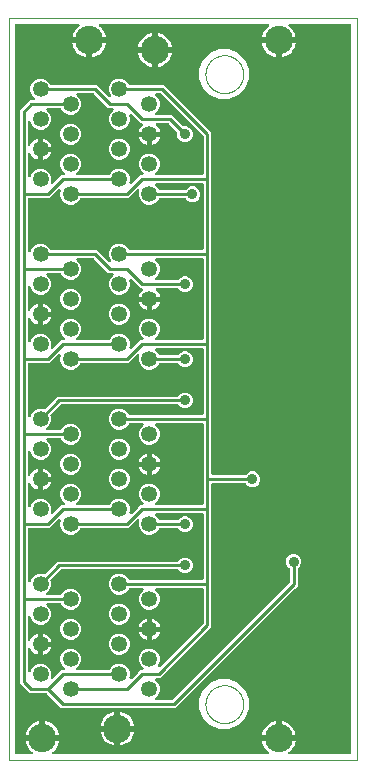
<source format=gtl>
G04 EAGLE Gerber RS-274X export*
G75*
%MOMM*%
%FSLAX34Y34*%
%LPD*%
%INTop Layer*%
%IPPOS*%
%AMOC8*
5,1,8,0,0,1.08239X$1,22.5*%
G01*
%ADD10C,0.000000*%
%ADD11C,1.350000*%
%ADD12C,2.400000*%
%ADD13C,0.904800*%
%ADD14C,0.254000*%

G36*
X19237Y5091D02*
X19237Y5091D01*
X19316Y5091D01*
X19394Y5111D01*
X19473Y5121D01*
X19547Y5150D01*
X19624Y5170D01*
X19694Y5208D01*
X19769Y5238D01*
X19833Y5284D01*
X19903Y5323D01*
X19961Y5377D01*
X20026Y5424D01*
X20077Y5486D01*
X20135Y5540D01*
X20178Y5608D01*
X20229Y5669D01*
X20263Y5741D01*
X20306Y5809D01*
X20330Y5885D01*
X20364Y5957D01*
X20379Y6035D01*
X20404Y6111D01*
X20409Y6191D01*
X20424Y6269D01*
X20419Y6349D01*
X20424Y6428D01*
X20409Y6507D01*
X20404Y6587D01*
X20380Y6663D01*
X20365Y6741D01*
X20331Y6813D01*
X20306Y6889D01*
X20264Y6957D01*
X20230Y7029D01*
X20179Y7091D01*
X20136Y7158D01*
X20078Y7213D01*
X20028Y7274D01*
X19906Y7375D01*
X19905Y7376D01*
X19904Y7376D01*
X19904Y7377D01*
X19102Y7959D01*
X17484Y9577D01*
X16139Y11429D01*
X15100Y13468D01*
X14392Y15645D01*
X14255Y16511D01*
X27305Y16511D01*
X27423Y16526D01*
X27542Y16533D01*
X27580Y16546D01*
X27620Y16551D01*
X27731Y16594D01*
X27844Y16631D01*
X27878Y16653D01*
X27916Y16668D01*
X28012Y16738D01*
X28113Y16801D01*
X28141Y16831D01*
X28173Y16854D01*
X28249Y16946D01*
X28331Y17033D01*
X28350Y17068D01*
X28376Y17099D01*
X28427Y17207D01*
X28484Y17311D01*
X28495Y17351D01*
X28512Y17387D01*
X28534Y17504D01*
X28564Y17619D01*
X28568Y17680D01*
X28572Y17700D01*
X28570Y17720D01*
X28574Y17780D01*
X28574Y19051D01*
X28576Y19051D01*
X28576Y17780D01*
X28591Y17662D01*
X28598Y17543D01*
X28611Y17505D01*
X28616Y17464D01*
X28660Y17354D01*
X28696Y17241D01*
X28718Y17206D01*
X28733Y17169D01*
X28803Y17073D01*
X28866Y16972D01*
X28896Y16944D01*
X28920Y16911D01*
X29011Y16836D01*
X29098Y16754D01*
X29133Y16734D01*
X29165Y16709D01*
X29272Y16658D01*
X29377Y16600D01*
X29416Y16590D01*
X29452Y16573D01*
X29569Y16551D01*
X29684Y16521D01*
X29745Y16517D01*
X29765Y16513D01*
X29785Y16515D01*
X29845Y16511D01*
X42895Y16511D01*
X42758Y15645D01*
X42050Y13468D01*
X41011Y11429D01*
X39666Y9577D01*
X38048Y7959D01*
X37246Y7377D01*
X37188Y7322D01*
X37124Y7276D01*
X37073Y7214D01*
X37015Y7159D01*
X36972Y7092D01*
X36921Y7031D01*
X36887Y6958D01*
X36844Y6891D01*
X36819Y6815D01*
X36786Y6743D01*
X36771Y6664D01*
X36746Y6588D01*
X36741Y6509D01*
X36726Y6430D01*
X36731Y6351D01*
X36726Y6271D01*
X36741Y6193D01*
X36746Y6113D01*
X36770Y6037D01*
X36785Y5958D01*
X36819Y5886D01*
X36844Y5811D01*
X36886Y5743D01*
X36920Y5671D01*
X36971Y5609D01*
X37014Y5542D01*
X37072Y5487D01*
X37123Y5425D01*
X37187Y5379D01*
X37245Y5324D01*
X37315Y5285D01*
X37380Y5238D01*
X37454Y5209D01*
X37524Y5170D01*
X37601Y5150D01*
X37676Y5121D01*
X37755Y5111D01*
X37832Y5091D01*
X37990Y5081D01*
X37991Y5081D01*
X37992Y5081D01*
X219183Y5081D01*
X219262Y5091D01*
X219341Y5091D01*
X219419Y5111D01*
X219498Y5121D01*
X219572Y5150D01*
X219649Y5170D01*
X219720Y5208D01*
X219794Y5238D01*
X219858Y5284D01*
X219928Y5323D01*
X219986Y5377D01*
X220051Y5424D01*
X220102Y5486D01*
X220160Y5540D01*
X220203Y5608D01*
X220254Y5669D01*
X220288Y5741D01*
X220331Y5809D01*
X220355Y5885D01*
X220389Y5957D01*
X220404Y6035D01*
X220429Y6111D01*
X220434Y6191D01*
X220449Y6269D01*
X220444Y6349D01*
X220449Y6429D01*
X220434Y6507D01*
X220430Y6587D01*
X220405Y6663D01*
X220390Y6741D01*
X220356Y6813D01*
X220331Y6889D01*
X220289Y6957D01*
X220255Y7029D01*
X220204Y7090D01*
X220161Y7158D01*
X220103Y7213D01*
X220053Y7274D01*
X219931Y7375D01*
X219930Y7376D01*
X219929Y7376D01*
X219929Y7377D01*
X219127Y7959D01*
X217509Y9577D01*
X216164Y11429D01*
X215125Y13468D01*
X214417Y15645D01*
X214280Y16511D01*
X227330Y16511D01*
X227448Y16526D01*
X227567Y16533D01*
X227605Y16546D01*
X227645Y16551D01*
X227756Y16594D01*
X227869Y16631D01*
X227903Y16653D01*
X227941Y16668D01*
X228037Y16738D01*
X228138Y16801D01*
X228166Y16831D01*
X228198Y16854D01*
X228274Y16946D01*
X228356Y17033D01*
X228375Y17068D01*
X228401Y17099D01*
X228452Y17207D01*
X228509Y17311D01*
X228520Y17351D01*
X228537Y17387D01*
X228559Y17504D01*
X228589Y17619D01*
X228593Y17680D01*
X228597Y17700D01*
X228595Y17720D01*
X228599Y17780D01*
X228599Y19051D01*
X228601Y19051D01*
X228601Y17780D01*
X228616Y17662D01*
X228623Y17543D01*
X228636Y17505D01*
X228641Y17464D01*
X228685Y17354D01*
X228721Y17241D01*
X228743Y17206D01*
X228758Y17169D01*
X228828Y17073D01*
X228891Y16972D01*
X228921Y16944D01*
X228945Y16911D01*
X229036Y16836D01*
X229123Y16754D01*
X229158Y16734D01*
X229190Y16709D01*
X229297Y16658D01*
X229402Y16600D01*
X229441Y16590D01*
X229477Y16573D01*
X229594Y16551D01*
X229709Y16521D01*
X229770Y16517D01*
X229790Y16513D01*
X229810Y16515D01*
X229870Y16511D01*
X242920Y16511D01*
X242783Y15645D01*
X242075Y13468D01*
X241036Y11429D01*
X239691Y9577D01*
X238073Y7959D01*
X237271Y7377D01*
X237213Y7322D01*
X237149Y7276D01*
X237098Y7214D01*
X237040Y7159D01*
X236997Y7092D01*
X236946Y7031D01*
X236912Y6958D01*
X236869Y6891D01*
X236844Y6815D01*
X236811Y6743D01*
X236795Y6664D01*
X236771Y6588D01*
X236766Y6509D01*
X236751Y6430D01*
X236756Y6351D01*
X236751Y6271D01*
X236766Y6193D01*
X236770Y6113D01*
X236795Y6037D01*
X236810Y5958D01*
X236844Y5886D01*
X236869Y5811D01*
X236911Y5743D01*
X236945Y5671D01*
X236996Y5609D01*
X237039Y5542D01*
X237097Y5487D01*
X237148Y5425D01*
X237212Y5379D01*
X237270Y5324D01*
X237340Y5285D01*
X237405Y5238D01*
X237479Y5209D01*
X237549Y5170D01*
X237626Y5150D01*
X237701Y5121D01*
X237780Y5111D01*
X237857Y5091D01*
X238015Y5081D01*
X238016Y5081D01*
X238017Y5081D01*
X288925Y5081D01*
X289043Y5096D01*
X289162Y5103D01*
X289200Y5116D01*
X289241Y5121D01*
X289351Y5164D01*
X289464Y5201D01*
X289499Y5223D01*
X289536Y5238D01*
X289632Y5307D01*
X289733Y5371D01*
X289761Y5401D01*
X289794Y5424D01*
X289870Y5516D01*
X289951Y5603D01*
X289971Y5638D01*
X289996Y5669D01*
X290047Y5777D01*
X290105Y5881D01*
X290115Y5921D01*
X290132Y5957D01*
X290154Y6074D01*
X290184Y6189D01*
X290188Y6249D01*
X290192Y6269D01*
X290190Y6290D01*
X290194Y6350D01*
X290194Y622300D01*
X290179Y622418D01*
X290172Y622537D01*
X290159Y622575D01*
X290154Y622616D01*
X290111Y622726D01*
X290074Y622839D01*
X290052Y622874D01*
X290037Y622911D01*
X289968Y623007D01*
X289904Y623108D01*
X289874Y623136D01*
X289851Y623169D01*
X289759Y623245D01*
X289672Y623326D01*
X289637Y623346D01*
X289606Y623371D01*
X289498Y623422D01*
X289394Y623480D01*
X289354Y623490D01*
X289318Y623507D01*
X289201Y623529D01*
X289086Y623559D01*
X289026Y623563D01*
X289006Y623567D01*
X288985Y623565D01*
X288925Y623569D01*
X238017Y623569D01*
X237938Y623559D01*
X237859Y623559D01*
X237781Y623539D01*
X237702Y623529D01*
X237628Y623500D01*
X237551Y623480D01*
X237480Y623442D01*
X237406Y623412D01*
X237342Y623366D01*
X237272Y623327D01*
X237214Y623273D01*
X237149Y623226D01*
X237098Y623164D01*
X237040Y623110D01*
X236997Y623042D01*
X236946Y622981D01*
X236912Y622909D01*
X236869Y622841D01*
X236845Y622765D01*
X236811Y622693D01*
X236796Y622615D01*
X236771Y622539D01*
X236766Y622459D01*
X236751Y622381D01*
X236756Y622301D01*
X236751Y622221D01*
X236766Y622143D01*
X236770Y622063D01*
X236795Y621987D01*
X236810Y621909D01*
X236844Y621837D01*
X236869Y621761D01*
X236911Y621693D01*
X236945Y621621D01*
X236996Y621560D01*
X237039Y621492D01*
X237097Y621437D01*
X237147Y621376D01*
X237269Y621275D01*
X237270Y621274D01*
X237271Y621274D01*
X237271Y621273D01*
X238073Y620691D01*
X239691Y619073D01*
X241036Y617221D01*
X242075Y615182D01*
X242783Y613005D01*
X242920Y612139D01*
X229870Y612139D01*
X229752Y612124D01*
X229633Y612117D01*
X229595Y612104D01*
X229555Y612099D01*
X229444Y612056D01*
X229331Y612019D01*
X229297Y611997D01*
X229259Y611982D01*
X229163Y611912D01*
X229062Y611849D01*
X229034Y611819D01*
X229002Y611795D01*
X228926Y611704D01*
X228844Y611617D01*
X228825Y611582D01*
X228799Y611551D01*
X228748Y611443D01*
X228691Y611339D01*
X228680Y611299D01*
X228663Y611263D01*
X228641Y611146D01*
X228611Y611031D01*
X228607Y610970D01*
X228603Y610950D01*
X228605Y610930D01*
X228601Y610870D01*
X228601Y609599D01*
X228599Y609599D01*
X228599Y610870D01*
X228584Y610988D01*
X228577Y611107D01*
X228564Y611145D01*
X228559Y611185D01*
X228515Y611296D01*
X228479Y611409D01*
X228457Y611444D01*
X228442Y611481D01*
X228372Y611577D01*
X228309Y611678D01*
X228279Y611706D01*
X228255Y611739D01*
X228164Y611814D01*
X228077Y611896D01*
X228042Y611916D01*
X228010Y611941D01*
X227903Y611992D01*
X227798Y612050D01*
X227759Y612060D01*
X227723Y612077D01*
X227606Y612099D01*
X227491Y612129D01*
X227430Y612133D01*
X227410Y612137D01*
X227390Y612135D01*
X227330Y612139D01*
X214280Y612139D01*
X214417Y613005D01*
X215125Y615182D01*
X216164Y617221D01*
X217509Y619073D01*
X219127Y620691D01*
X219929Y621273D01*
X219987Y621328D01*
X220051Y621374D01*
X220102Y621436D01*
X220160Y621491D01*
X220203Y621558D01*
X220254Y621619D01*
X220288Y621692D01*
X220331Y621759D01*
X220356Y621835D01*
X220389Y621907D01*
X220405Y621986D01*
X220429Y622062D01*
X220434Y622141D01*
X220449Y622220D01*
X220444Y622299D01*
X220449Y622379D01*
X220434Y622457D01*
X220430Y622537D01*
X220405Y622613D01*
X220390Y622692D01*
X220356Y622764D01*
X220331Y622839D01*
X220289Y622907D01*
X220255Y622979D01*
X220204Y623041D01*
X220161Y623108D01*
X220103Y623163D01*
X220052Y623225D01*
X219988Y623271D01*
X219930Y623326D01*
X219860Y623365D01*
X219795Y623412D01*
X219721Y623441D01*
X219651Y623480D01*
X219574Y623500D01*
X219499Y623529D01*
X219420Y623539D01*
X219343Y623559D01*
X219185Y623569D01*
X219184Y623569D01*
X219183Y623569D01*
X77680Y623569D01*
X77601Y623559D01*
X77521Y623559D01*
X77444Y623539D01*
X77364Y623529D01*
X77290Y623500D01*
X77213Y623480D01*
X77143Y623442D01*
X77069Y623412D01*
X77004Y623366D01*
X76934Y623327D01*
X76876Y623273D01*
X76811Y623226D01*
X76761Y623164D01*
X76702Y623110D01*
X76660Y623042D01*
X76609Y622981D01*
X76575Y622909D01*
X76532Y622841D01*
X76507Y622765D01*
X76473Y622693D01*
X76458Y622615D01*
X76433Y622539D01*
X76428Y622459D01*
X76413Y622381D01*
X76418Y622301D01*
X76413Y622221D01*
X76428Y622143D01*
X76433Y622063D01*
X76458Y621987D01*
X76472Y621909D01*
X76506Y621837D01*
X76531Y621761D01*
X76574Y621693D01*
X76607Y621621D01*
X76658Y621560D01*
X76701Y621492D01*
X76759Y621437D01*
X76810Y621376D01*
X76932Y621275D01*
X76933Y621274D01*
X76934Y621273D01*
X77735Y620691D01*
X79354Y619073D01*
X80699Y617221D01*
X81738Y615182D01*
X82445Y613005D01*
X82582Y612139D01*
X69533Y612139D01*
X69414Y612124D01*
X69296Y612117D01*
X69257Y612104D01*
X69217Y612099D01*
X69106Y612056D01*
X68993Y612019D01*
X68959Y611997D01*
X68921Y611982D01*
X68825Y611912D01*
X68725Y611849D01*
X68697Y611819D01*
X68664Y611795D01*
X68588Y611704D01*
X68507Y611617D01*
X68487Y611582D01*
X68461Y611551D01*
X68411Y611443D01*
X68353Y611339D01*
X68343Y611299D01*
X68326Y611263D01*
X68303Y611146D01*
X68274Y611031D01*
X68270Y610970D01*
X68266Y610950D01*
X68267Y610930D01*
X68263Y610870D01*
X68263Y609599D01*
X68262Y609599D01*
X68262Y610870D01*
X68247Y610988D01*
X68239Y611107D01*
X68227Y611145D01*
X68222Y611185D01*
X68178Y611296D01*
X68141Y611409D01*
X68120Y611444D01*
X68105Y611481D01*
X68035Y611577D01*
X67971Y611678D01*
X67942Y611706D01*
X67918Y611739D01*
X67826Y611814D01*
X67739Y611896D01*
X67704Y611916D01*
X67673Y611941D01*
X67565Y611992D01*
X67461Y612050D01*
X67422Y612060D01*
X67385Y612077D01*
X67268Y612099D01*
X67153Y612129D01*
X67093Y612133D01*
X67073Y612137D01*
X67053Y612135D01*
X66992Y612139D01*
X53943Y612139D01*
X54080Y613005D01*
X54787Y615182D01*
X55826Y617221D01*
X57171Y619073D01*
X58790Y620691D01*
X59591Y621273D01*
X59649Y621328D01*
X59714Y621374D01*
X59765Y621436D01*
X59823Y621491D01*
X59866Y621558D01*
X59916Y621619D01*
X59951Y621692D01*
X59993Y621759D01*
X60018Y621835D01*
X60052Y621907D01*
X60067Y621986D01*
X60092Y622062D01*
X60097Y622141D01*
X60112Y622220D01*
X60107Y622299D01*
X60112Y622379D01*
X60097Y622457D01*
X60092Y622537D01*
X60067Y622613D01*
X60052Y622692D01*
X60019Y622764D01*
X59994Y622839D01*
X59951Y622907D01*
X59917Y622979D01*
X59866Y623041D01*
X59824Y623108D01*
X59765Y623163D01*
X59715Y623225D01*
X59650Y623271D01*
X59592Y623326D01*
X59522Y623365D01*
X59458Y623412D01*
X59383Y623441D01*
X59314Y623480D01*
X59236Y623500D01*
X59162Y623529D01*
X59083Y623539D01*
X59006Y623559D01*
X58848Y623569D01*
X58846Y623569D01*
X58845Y623569D01*
X6350Y623569D01*
X6232Y623554D01*
X6113Y623547D01*
X6075Y623534D01*
X6034Y623529D01*
X5924Y623486D01*
X5811Y623449D01*
X5776Y623427D01*
X5739Y623412D01*
X5643Y623343D01*
X5542Y623279D01*
X5514Y623249D01*
X5481Y623226D01*
X5405Y623134D01*
X5324Y623047D01*
X5304Y623012D01*
X5279Y622981D01*
X5228Y622873D01*
X5170Y622769D01*
X5160Y622729D01*
X5143Y622693D01*
X5121Y622576D01*
X5091Y622461D01*
X5087Y622401D01*
X5083Y622381D01*
X5085Y622360D01*
X5081Y622300D01*
X5081Y6350D01*
X5096Y6232D01*
X5103Y6113D01*
X5116Y6075D01*
X5121Y6034D01*
X5164Y5924D01*
X5201Y5811D01*
X5223Y5776D01*
X5238Y5739D01*
X5307Y5643D01*
X5371Y5542D01*
X5401Y5514D01*
X5424Y5481D01*
X5516Y5405D01*
X5603Y5324D01*
X5638Y5304D01*
X5669Y5279D01*
X5777Y5228D01*
X5881Y5170D01*
X5921Y5160D01*
X5957Y5143D01*
X6074Y5121D01*
X6189Y5091D01*
X6249Y5087D01*
X6269Y5083D01*
X6290Y5085D01*
X6350Y5081D01*
X19158Y5081D01*
X19237Y5091D01*
G37*
%LPC*%
G36*
X44669Y44322D02*
X44669Y44322D01*
X32341Y56651D01*
X32263Y56711D01*
X32191Y56779D01*
X32138Y56808D01*
X32090Y56845D01*
X31999Y56885D01*
X31912Y56933D01*
X31854Y56948D01*
X31798Y56972D01*
X31700Y56987D01*
X31604Y57012D01*
X31504Y57018D01*
X31484Y57022D01*
X31472Y57020D01*
X31444Y57022D01*
X17682Y57022D01*
X9397Y65307D01*
X9397Y550643D01*
X17682Y558928D01*
X20900Y558928D01*
X21037Y558945D01*
X21176Y558958D01*
X21195Y558965D01*
X21215Y558968D01*
X21344Y559019D01*
X21476Y559066D01*
X21492Y559077D01*
X21511Y559085D01*
X21624Y559166D01*
X21739Y559244D01*
X21752Y559260D01*
X21768Y559271D01*
X21857Y559379D01*
X21949Y559483D01*
X21958Y559501D01*
X21971Y559516D01*
X22031Y559642D01*
X22094Y559766D01*
X22098Y559786D01*
X22107Y559804D01*
X22133Y559940D01*
X22163Y560076D01*
X22163Y560097D01*
X22167Y560116D01*
X22158Y560255D01*
X22154Y560394D01*
X22148Y560414D01*
X22147Y560434D01*
X22104Y560566D01*
X22065Y560700D01*
X22055Y560717D01*
X22049Y560736D01*
X21974Y560854D01*
X21904Y560974D01*
X21885Y560995D01*
X21879Y561005D01*
X21864Y561019D01*
X21797Y561094D01*
X19542Y563350D01*
X18205Y566578D01*
X18205Y570072D01*
X19542Y573300D01*
X22013Y575771D01*
X25240Y577108D01*
X28735Y577108D01*
X31962Y575771D01*
X34433Y573300D01*
X34801Y572411D01*
X34816Y572386D01*
X34825Y572358D01*
X34894Y572248D01*
X34959Y572135D01*
X34979Y572114D01*
X34995Y572089D01*
X35090Y572000D01*
X35180Y571907D01*
X35205Y571891D01*
X35227Y571871D01*
X35340Y571808D01*
X35451Y571740D01*
X35479Y571732D01*
X35505Y571717D01*
X35631Y571685D01*
X35755Y571647D01*
X35785Y571645D01*
X35813Y571638D01*
X35974Y571628D01*
X74393Y571628D01*
X84212Y561808D01*
X84267Y561766D01*
X84316Y561716D01*
X84393Y561669D01*
X84464Y561614D01*
X84528Y561586D01*
X84587Y561549D01*
X84673Y561523D01*
X84755Y561487D01*
X84824Y561476D01*
X84891Y561456D01*
X84981Y561451D01*
X85070Y561437D01*
X85139Y561444D01*
X85209Y561441D01*
X85297Y561459D01*
X85386Y561467D01*
X85452Y561491D01*
X85520Y561505D01*
X85601Y561544D01*
X85685Y561575D01*
X85743Y561614D01*
X85806Y561645D01*
X85874Y561703D01*
X85949Y561753D01*
X85995Y561806D01*
X86048Y561851D01*
X86100Y561924D01*
X86159Y561992D01*
X86191Y562054D01*
X86231Y562111D01*
X86263Y562195D01*
X86304Y562275D01*
X86319Y562343D01*
X86344Y562408D01*
X86354Y562498D01*
X86373Y562585D01*
X86371Y562655D01*
X86379Y562724D01*
X86366Y562813D01*
X86364Y562903D01*
X86344Y562970D01*
X86334Y563039D01*
X86282Y563192D01*
X84880Y566578D01*
X84880Y570072D01*
X86217Y573300D01*
X88688Y575771D01*
X91915Y577108D01*
X95410Y577108D01*
X98637Y575771D01*
X101108Y573300D01*
X101476Y572411D01*
X101491Y572386D01*
X101500Y572358D01*
X101569Y572248D01*
X101634Y572135D01*
X101654Y572114D01*
X101670Y572089D01*
X101765Y572000D01*
X101855Y571907D01*
X101880Y571891D01*
X101902Y571871D01*
X102015Y571808D01*
X102126Y571740D01*
X102154Y571732D01*
X102180Y571717D01*
X102306Y571685D01*
X102430Y571647D01*
X102460Y571645D01*
X102488Y571638D01*
X102649Y571628D01*
X131543Y571628D01*
X171578Y531593D01*
X171578Y242697D01*
X171593Y242579D01*
X171600Y242460D01*
X171613Y242422D01*
X171618Y242381D01*
X171661Y242271D01*
X171698Y242158D01*
X171720Y242123D01*
X171735Y242086D01*
X171804Y241990D01*
X171868Y241889D01*
X171898Y241861D01*
X171921Y241828D01*
X172013Y241752D01*
X172100Y241671D01*
X172135Y241651D01*
X172166Y241626D01*
X172274Y241575D01*
X172378Y241517D01*
X172418Y241507D01*
X172454Y241490D01*
X172571Y241468D01*
X172686Y241438D01*
X172746Y241434D01*
X172766Y241430D01*
X172787Y241432D01*
X172847Y241428D01*
X199879Y241428D01*
X199978Y241440D01*
X200077Y241443D01*
X200135Y241460D01*
X200195Y241468D01*
X200287Y241504D01*
X200382Y241532D01*
X200434Y241562D01*
X200491Y241585D01*
X200571Y241643D01*
X200656Y241693D01*
X200731Y241759D01*
X200748Y241771D01*
X200756Y241781D01*
X200777Y241799D01*
X202661Y243684D01*
X205071Y244682D01*
X207679Y244682D01*
X210089Y243684D01*
X211934Y241839D01*
X212932Y239429D01*
X212932Y236821D01*
X211934Y234411D01*
X210089Y232566D01*
X207679Y231568D01*
X205071Y231568D01*
X202661Y232566D01*
X200777Y234451D01*
X200699Y234511D01*
X200626Y234579D01*
X200573Y234608D01*
X200526Y234645D01*
X200435Y234685D01*
X200348Y234733D01*
X200289Y234748D01*
X200234Y234772D01*
X200136Y234787D01*
X200040Y234812D01*
X199940Y234818D01*
X199920Y234822D01*
X199907Y234820D01*
X199879Y234822D01*
X172847Y234822D01*
X172729Y234807D01*
X172610Y234800D01*
X172572Y234787D01*
X172531Y234782D01*
X172421Y234739D01*
X172308Y234702D01*
X172273Y234680D01*
X172236Y234665D01*
X172140Y234596D01*
X172039Y234532D01*
X172011Y234502D01*
X171978Y234479D01*
X171902Y234387D01*
X171821Y234300D01*
X171801Y234265D01*
X171776Y234234D01*
X171725Y234126D01*
X171667Y234022D01*
X171657Y233982D01*
X171640Y233946D01*
X171618Y233829D01*
X171588Y233714D01*
X171584Y233654D01*
X171580Y233634D01*
X171581Y233628D01*
X171580Y233626D01*
X171581Y233610D01*
X171578Y233553D01*
X171578Y112932D01*
X128368Y69722D01*
X125150Y69722D01*
X125013Y69705D01*
X124874Y69692D01*
X124855Y69685D01*
X124835Y69682D01*
X124706Y69631D01*
X124574Y69584D01*
X124558Y69573D01*
X124539Y69565D01*
X124426Y69484D01*
X124311Y69406D01*
X124298Y69390D01*
X124282Y69379D01*
X124193Y69271D01*
X124101Y69167D01*
X124092Y69149D01*
X124079Y69134D01*
X124019Y69008D01*
X123956Y68884D01*
X123952Y68864D01*
X123943Y68846D01*
X123917Y68710D01*
X123887Y68574D01*
X123887Y68553D01*
X123883Y68534D01*
X123892Y68395D01*
X123896Y68256D01*
X123902Y68236D01*
X123903Y68216D01*
X123946Y68084D01*
X123985Y67950D01*
X123995Y67933D01*
X124001Y67914D01*
X124076Y67796D01*
X124146Y67676D01*
X124165Y67655D01*
X124171Y67645D01*
X124186Y67631D01*
X124253Y67556D01*
X126508Y65300D01*
X127845Y62072D01*
X127845Y58578D01*
X126508Y55350D01*
X124253Y53094D01*
X124167Y52985D01*
X124079Y52878D01*
X124070Y52859D01*
X124058Y52843D01*
X124002Y52715D01*
X123943Y52590D01*
X123939Y52570D01*
X123931Y52551D01*
X123909Y52413D01*
X123883Y52277D01*
X123885Y52257D01*
X123881Y52237D01*
X123895Y52098D01*
X123903Y51960D01*
X123909Y51941D01*
X123911Y51921D01*
X123958Y51789D01*
X124001Y51658D01*
X124012Y51640D01*
X124019Y51621D01*
X124097Y51506D01*
X124171Y51389D01*
X124186Y51375D01*
X124197Y51358D01*
X124302Y51266D01*
X124403Y51171D01*
X124421Y51161D01*
X124436Y51148D01*
X124560Y51084D01*
X124681Y51017D01*
X124701Y51012D01*
X124719Y51003D01*
X124855Y50973D01*
X124989Y50938D01*
X125017Y50936D01*
X125029Y50933D01*
X125050Y50934D01*
X125150Y50928D01*
X137806Y50928D01*
X137904Y50940D01*
X138003Y50943D01*
X138062Y50960D01*
X138122Y50968D01*
X138214Y51004D01*
X138309Y51032D01*
X138361Y51062D01*
X138417Y51085D01*
X138497Y51143D01*
X138583Y51193D01*
X138658Y51259D01*
X138675Y51271D01*
X138683Y51281D01*
X138704Y51299D01*
X237626Y150221D01*
X237686Y150300D01*
X237754Y150372D01*
X237783Y150425D01*
X237820Y150473D01*
X237860Y150564D01*
X237908Y150650D01*
X237923Y150709D01*
X237947Y150764D01*
X237962Y150862D01*
X237987Y150958D01*
X237993Y151058D01*
X237997Y151078D01*
X237995Y151091D01*
X237997Y151119D01*
X237997Y161779D01*
X237985Y161878D01*
X237982Y161977D01*
X237965Y162035D01*
X237957Y162095D01*
X237921Y162187D01*
X237893Y162282D01*
X237863Y162334D01*
X237840Y162391D01*
X237782Y162471D01*
X237732Y162556D01*
X237666Y162631D01*
X237654Y162648D01*
X237644Y162656D01*
X237626Y162677D01*
X235741Y164561D01*
X234743Y166971D01*
X234743Y169579D01*
X235741Y171989D01*
X237586Y173834D01*
X239996Y174832D01*
X242604Y174832D01*
X245014Y173834D01*
X246859Y171989D01*
X247857Y169579D01*
X247857Y166971D01*
X246859Y164561D01*
X244974Y162677D01*
X244914Y162599D01*
X244846Y162526D01*
X244817Y162473D01*
X244780Y162426D01*
X244740Y162335D01*
X244692Y162248D01*
X244677Y162189D01*
X244653Y162134D01*
X244638Y162036D01*
X244613Y161940D01*
X244607Y161840D01*
X244603Y161820D01*
X244605Y161807D01*
X244603Y161779D01*
X244603Y147857D01*
X242297Y145551D01*
X242296Y145551D01*
X143374Y46629D01*
X141068Y44322D01*
X44669Y44322D01*
G37*
%LPD*%
G36*
X103465Y208560D02*
X103465Y208560D01*
X103535Y208562D01*
X103621Y208587D01*
X103710Y208602D01*
X103773Y208631D01*
X103840Y208651D01*
X103918Y208696D01*
X104000Y208733D01*
X104054Y208777D01*
X104114Y208812D01*
X104235Y208918D01*
X109038Y213721D01*
X111344Y216028D01*
X112975Y216028D01*
X113112Y216045D01*
X113251Y216058D01*
X113270Y216065D01*
X113290Y216068D01*
X113419Y216119D01*
X113551Y216166D01*
X113567Y216177D01*
X113586Y216185D01*
X113699Y216266D01*
X113814Y216344D01*
X113827Y216360D01*
X113843Y216371D01*
X113932Y216479D01*
X114024Y216583D01*
X114033Y216601D01*
X114046Y216616D01*
X114106Y216742D01*
X114169Y216866D01*
X114173Y216886D01*
X114182Y216904D01*
X114208Y217040D01*
X114238Y217176D01*
X114238Y217197D01*
X114242Y217216D01*
X114233Y217355D01*
X114229Y217494D01*
X114223Y217514D01*
X114222Y217534D01*
X114179Y217666D01*
X114140Y217800D01*
X114130Y217817D01*
X114124Y217836D01*
X114049Y217954D01*
X113979Y218074D01*
X113960Y218095D01*
X113954Y218105D01*
X113939Y218119D01*
X113872Y218194D01*
X111617Y220450D01*
X110280Y223678D01*
X110280Y227172D01*
X111617Y230400D01*
X114088Y232871D01*
X117315Y234208D01*
X120810Y234208D01*
X124037Y232871D01*
X126508Y230400D01*
X127845Y227172D01*
X127845Y223678D01*
X126508Y220450D01*
X124253Y218194D01*
X124167Y218085D01*
X124079Y217978D01*
X124070Y217959D01*
X124058Y217943D01*
X124002Y217815D01*
X123943Y217690D01*
X123939Y217670D01*
X123931Y217651D01*
X123909Y217513D01*
X123883Y217377D01*
X123885Y217357D01*
X123881Y217337D01*
X123895Y217198D01*
X123903Y217060D01*
X123909Y217041D01*
X123911Y217021D01*
X123958Y216889D01*
X124001Y216758D01*
X124012Y216740D01*
X124019Y216721D01*
X124097Y216606D01*
X124171Y216489D01*
X124186Y216475D01*
X124197Y216458D01*
X124302Y216366D01*
X124403Y216271D01*
X124421Y216261D01*
X124436Y216248D01*
X124560Y216184D01*
X124681Y216117D01*
X124701Y216112D01*
X124719Y216103D01*
X124855Y216073D01*
X124989Y216038D01*
X125017Y216036D01*
X125029Y216033D01*
X125050Y216034D01*
X125150Y216028D01*
X163703Y216028D01*
X163821Y216043D01*
X163940Y216050D01*
X163978Y216063D01*
X164019Y216068D01*
X164129Y216111D01*
X164242Y216148D01*
X164277Y216170D01*
X164314Y216185D01*
X164410Y216254D01*
X164511Y216318D01*
X164539Y216348D01*
X164572Y216371D01*
X164648Y216463D01*
X164729Y216550D01*
X164749Y216585D01*
X164774Y216616D01*
X164825Y216724D01*
X164883Y216828D01*
X164893Y216868D01*
X164910Y216904D01*
X164932Y217021D01*
X164962Y217136D01*
X164966Y217196D01*
X164970Y217216D01*
X164968Y217237D01*
X164972Y217297D01*
X164972Y284353D01*
X164957Y284471D01*
X164950Y284590D01*
X164937Y284628D01*
X164932Y284669D01*
X164889Y284779D01*
X164852Y284892D01*
X164830Y284927D01*
X164815Y284964D01*
X164746Y285060D01*
X164682Y285161D01*
X164652Y285189D01*
X164629Y285222D01*
X164537Y285298D01*
X164450Y285379D01*
X164415Y285399D01*
X164384Y285424D01*
X164276Y285475D01*
X164172Y285533D01*
X164132Y285543D01*
X164096Y285560D01*
X163979Y285582D01*
X163864Y285612D01*
X163804Y285616D01*
X163784Y285620D01*
X163763Y285618D01*
X163703Y285622D01*
X125150Y285622D01*
X125013Y285605D01*
X124874Y285592D01*
X124855Y285585D01*
X124835Y285582D01*
X124706Y285531D01*
X124574Y285484D01*
X124558Y285473D01*
X124539Y285465D01*
X124426Y285384D01*
X124311Y285306D01*
X124298Y285290D01*
X124282Y285279D01*
X124193Y285171D01*
X124101Y285067D01*
X124092Y285049D01*
X124079Y285034D01*
X124019Y284908D01*
X123956Y284784D01*
X123952Y284764D01*
X123943Y284746D01*
X123917Y284610D01*
X123887Y284474D01*
X123887Y284453D01*
X123883Y284434D01*
X123892Y284295D01*
X123896Y284156D01*
X123902Y284136D01*
X123903Y284116D01*
X123946Y283984D01*
X123985Y283850D01*
X123995Y283833D01*
X124001Y283814D01*
X124076Y283696D01*
X124146Y283576D01*
X124165Y283555D01*
X124171Y283545D01*
X124186Y283531D01*
X124253Y283456D01*
X126508Y281200D01*
X127845Y277972D01*
X127845Y274478D01*
X126508Y271250D01*
X124037Y268779D01*
X120810Y267442D01*
X117315Y267442D01*
X114088Y268779D01*
X111617Y271250D01*
X110280Y274478D01*
X110280Y277972D01*
X111617Y281200D01*
X113872Y283456D01*
X113958Y283565D01*
X114046Y283672D01*
X114055Y283691D01*
X114067Y283707D01*
X114123Y283835D01*
X114182Y283960D01*
X114186Y283980D01*
X114194Y283999D01*
X114216Y284137D01*
X114242Y284273D01*
X114240Y284293D01*
X114244Y284313D01*
X114230Y284452D01*
X114222Y284590D01*
X114216Y284609D01*
X114214Y284629D01*
X114167Y284761D01*
X114124Y284892D01*
X114113Y284910D01*
X114106Y284929D01*
X114028Y285044D01*
X113954Y285161D01*
X113939Y285175D01*
X113928Y285192D01*
X113823Y285284D01*
X113722Y285379D01*
X113704Y285389D01*
X113689Y285402D01*
X113565Y285466D01*
X113444Y285533D01*
X113424Y285538D01*
X113406Y285547D01*
X113270Y285577D01*
X113136Y285612D01*
X113108Y285614D01*
X113096Y285617D01*
X113075Y285616D01*
X112975Y285622D01*
X102649Y285622D01*
X102620Y285619D01*
X102590Y285621D01*
X102462Y285599D01*
X102333Y285582D01*
X102306Y285572D01*
X102277Y285567D01*
X102158Y285513D01*
X102038Y285465D01*
X102014Y285448D01*
X101987Y285436D01*
X101886Y285355D01*
X101780Y285279D01*
X101761Y285256D01*
X101738Y285237D01*
X101661Y285134D01*
X101578Y285034D01*
X101565Y285007D01*
X101547Y284983D01*
X101476Y284839D01*
X101108Y283950D01*
X98637Y281479D01*
X95410Y280142D01*
X91915Y280142D01*
X88688Y281479D01*
X86217Y283950D01*
X84880Y287178D01*
X84880Y290672D01*
X86217Y293900D01*
X88688Y296371D01*
X91915Y297708D01*
X95410Y297708D01*
X98637Y296371D01*
X101108Y293900D01*
X101476Y293011D01*
X101491Y292986D01*
X101500Y292958D01*
X101569Y292848D01*
X101634Y292735D01*
X101654Y292714D01*
X101670Y292689D01*
X101765Y292600D01*
X101855Y292507D01*
X101880Y292491D01*
X101902Y292471D01*
X102015Y292408D01*
X102126Y292340D01*
X102154Y292332D01*
X102180Y292317D01*
X102306Y292285D01*
X102430Y292247D01*
X102460Y292245D01*
X102488Y292238D01*
X102649Y292228D01*
X163703Y292228D01*
X163821Y292243D01*
X163940Y292250D01*
X163978Y292263D01*
X164019Y292268D01*
X164129Y292311D01*
X164242Y292348D01*
X164277Y292370D01*
X164314Y292385D01*
X164410Y292454D01*
X164511Y292518D01*
X164539Y292548D01*
X164572Y292571D01*
X164648Y292663D01*
X164729Y292750D01*
X164749Y292785D01*
X164774Y292816D01*
X164825Y292924D01*
X164883Y293028D01*
X164893Y293068D01*
X164910Y293104D01*
X164932Y293221D01*
X164962Y293336D01*
X164966Y293396D01*
X164970Y293416D01*
X164968Y293437D01*
X164972Y293497D01*
X164972Y347853D01*
X164957Y347971D01*
X164950Y348090D01*
X164937Y348128D01*
X164932Y348169D01*
X164889Y348279D01*
X164852Y348392D01*
X164830Y348427D01*
X164815Y348464D01*
X164746Y348560D01*
X164682Y348661D01*
X164652Y348689D01*
X164629Y348722D01*
X164537Y348798D01*
X164450Y348879D01*
X164415Y348899D01*
X164384Y348924D01*
X164276Y348975D01*
X164172Y349033D01*
X164132Y349043D01*
X164096Y349060D01*
X163979Y349082D01*
X163864Y349112D01*
X163804Y349116D01*
X163784Y349120D01*
X163763Y349118D01*
X163703Y349122D01*
X125150Y349122D01*
X125013Y349105D01*
X124874Y349092D01*
X124855Y349085D01*
X124835Y349082D01*
X124706Y349031D01*
X124574Y348984D01*
X124558Y348973D01*
X124539Y348965D01*
X124426Y348884D01*
X124311Y348806D01*
X124298Y348790D01*
X124282Y348779D01*
X124193Y348671D01*
X124101Y348567D01*
X124092Y348549D01*
X124079Y348534D01*
X124019Y348408D01*
X123956Y348284D01*
X123952Y348264D01*
X123943Y348246D01*
X123917Y348110D01*
X123887Y347974D01*
X123887Y347953D01*
X123883Y347934D01*
X123892Y347795D01*
X123896Y347656D01*
X123902Y347636D01*
X123903Y347616D01*
X123946Y347484D01*
X123985Y347350D01*
X123995Y347333D01*
X124001Y347314D01*
X124076Y347196D01*
X124146Y347076D01*
X124165Y347055D01*
X124171Y347045D01*
X124186Y347031D01*
X124253Y346956D01*
X126508Y344700D01*
X126876Y343811D01*
X126891Y343786D01*
X126900Y343758D01*
X126969Y343648D01*
X127034Y343535D01*
X127054Y343514D01*
X127070Y343489D01*
X127165Y343400D01*
X127255Y343307D01*
X127280Y343291D01*
X127302Y343271D01*
X127415Y343208D01*
X127526Y343140D01*
X127554Y343132D01*
X127580Y343117D01*
X127706Y343085D01*
X127830Y343047D01*
X127860Y343045D01*
X127888Y343038D01*
X128049Y343028D01*
X142729Y343028D01*
X142828Y343040D01*
X142927Y343043D01*
X142985Y343060D01*
X143045Y343068D01*
X143137Y343104D01*
X143232Y343132D01*
X143284Y343162D01*
X143341Y343185D01*
X143421Y343243D01*
X143506Y343293D01*
X143581Y343359D01*
X143598Y343371D01*
X143606Y343381D01*
X143627Y343399D01*
X145511Y345284D01*
X147921Y346282D01*
X150529Y346282D01*
X152939Y345284D01*
X154784Y343439D01*
X155782Y341029D01*
X155782Y338421D01*
X154784Y336011D01*
X152939Y334166D01*
X150529Y333168D01*
X147921Y333168D01*
X145511Y334166D01*
X143627Y336051D01*
X143549Y336111D01*
X143476Y336179D01*
X143423Y336208D01*
X143376Y336245D01*
X143285Y336285D01*
X143198Y336333D01*
X143139Y336348D01*
X143084Y336372D01*
X142986Y336387D01*
X142890Y336412D01*
X142790Y336418D01*
X142770Y336422D01*
X142757Y336420D01*
X142729Y336422D01*
X128049Y336422D01*
X128020Y336419D01*
X127990Y336421D01*
X127862Y336399D01*
X127733Y336382D01*
X127706Y336372D01*
X127677Y336367D01*
X127558Y336313D01*
X127438Y336265D01*
X127414Y336248D01*
X127387Y336236D01*
X127285Y336155D01*
X127180Y336079D01*
X127161Y336056D01*
X127138Y336037D01*
X127060Y335934D01*
X126978Y335834D01*
X126965Y335807D01*
X126947Y335783D01*
X126876Y335639D01*
X126508Y334750D01*
X124037Y332279D01*
X120810Y330942D01*
X117315Y330942D01*
X114088Y332279D01*
X111617Y334750D01*
X110280Y337978D01*
X110280Y341472D01*
X110560Y342148D01*
X110578Y342216D01*
X110606Y342280D01*
X110620Y342368D01*
X110644Y342455D01*
X110645Y342525D01*
X110656Y342594D01*
X110647Y342683D01*
X110649Y342773D01*
X110633Y342841D01*
X110626Y342910D01*
X110596Y342995D01*
X110575Y343082D01*
X110542Y343144D01*
X110518Y343210D01*
X110468Y343284D01*
X110426Y343363D01*
X110379Y343415D01*
X110340Y343473D01*
X110273Y343532D01*
X110212Y343599D01*
X110154Y343637D01*
X110101Y343683D01*
X110022Y343724D01*
X109946Y343773D01*
X109880Y343796D01*
X109818Y343828D01*
X109731Y343847D01*
X109646Y343877D01*
X109576Y343882D01*
X109508Y343897D01*
X109418Y343895D01*
X109329Y343902D01*
X109260Y343890D01*
X109190Y343888D01*
X109104Y343863D01*
X109015Y343847D01*
X108952Y343819D01*
X108885Y343799D01*
X108807Y343754D01*
X108725Y343717D01*
X108671Y343673D01*
X108611Y343638D01*
X108490Y343531D01*
X101381Y336422D01*
X61374Y336422D01*
X61345Y336419D01*
X61315Y336421D01*
X61187Y336399D01*
X61058Y336382D01*
X61031Y336372D01*
X61002Y336367D01*
X60883Y336313D01*
X60763Y336265D01*
X60739Y336248D01*
X60712Y336236D01*
X60611Y336155D01*
X60505Y336079D01*
X60486Y336056D01*
X60463Y336037D01*
X60386Y335934D01*
X60303Y335834D01*
X60290Y335807D01*
X60272Y335783D01*
X60201Y335639D01*
X59833Y334750D01*
X57362Y332279D01*
X54135Y330942D01*
X50640Y330942D01*
X47413Y332279D01*
X44942Y334750D01*
X43605Y337978D01*
X43605Y341472D01*
X43885Y342148D01*
X43903Y342216D01*
X43931Y342280D01*
X43945Y342369D01*
X43969Y342455D01*
X43970Y342525D01*
X43981Y342594D01*
X43972Y342683D01*
X43974Y342773D01*
X43958Y342841D01*
X43951Y342910D01*
X43921Y342995D01*
X43900Y343082D01*
X43867Y343144D01*
X43843Y343210D01*
X43793Y343284D01*
X43751Y343363D01*
X43704Y343415D01*
X43665Y343473D01*
X43598Y343532D01*
X43537Y343599D01*
X43479Y343637D01*
X43426Y343683D01*
X43346Y343724D01*
X43271Y343773D01*
X43205Y343796D01*
X43143Y343828D01*
X43056Y343848D01*
X42971Y343877D01*
X42901Y343882D01*
X42833Y343898D01*
X42743Y343895D01*
X42654Y343902D01*
X42585Y343890D01*
X42515Y343888D01*
X42429Y343863D01*
X42340Y343848D01*
X42277Y343819D01*
X42210Y343799D01*
X42132Y343754D01*
X42050Y343717D01*
X41996Y343673D01*
X41936Y343638D01*
X41815Y343532D01*
X37012Y338729D01*
X34706Y336422D01*
X17272Y336422D01*
X17154Y336407D01*
X17035Y336400D01*
X16997Y336387D01*
X16956Y336382D01*
X16846Y336339D01*
X16733Y336302D01*
X16698Y336280D01*
X16661Y336265D01*
X16565Y336196D01*
X16464Y336132D01*
X16436Y336102D01*
X16403Y336079D01*
X16327Y335987D01*
X16246Y335900D01*
X16226Y335865D01*
X16201Y335834D01*
X16150Y335726D01*
X16092Y335622D01*
X16082Y335582D01*
X16065Y335546D01*
X16043Y335429D01*
X16013Y335314D01*
X16009Y335254D01*
X16005Y335234D01*
X16007Y335213D01*
X16003Y335153D01*
X16003Y291737D01*
X16011Y291668D01*
X16010Y291598D01*
X16031Y291510D01*
X16043Y291421D01*
X16068Y291356D01*
X16085Y291288D01*
X16127Y291209D01*
X16160Y291126D01*
X16201Y291069D01*
X16233Y291007D01*
X16294Y290941D01*
X16346Y290868D01*
X16400Y290824D01*
X16447Y290772D01*
X16522Y290723D01*
X16591Y290665D01*
X16655Y290636D01*
X16713Y290597D01*
X16798Y290568D01*
X16879Y290530D01*
X16948Y290517D01*
X17014Y290494D01*
X17103Y290487D01*
X17191Y290470D01*
X17261Y290474D01*
X17331Y290469D01*
X17419Y290484D01*
X17509Y290490D01*
X17575Y290511D01*
X17644Y290523D01*
X17726Y290560D01*
X17811Y290588D01*
X17870Y290625D01*
X17934Y290654D01*
X18004Y290710D01*
X18080Y290758D01*
X18128Y290809D01*
X18182Y290852D01*
X18237Y290924D01*
X18298Y290990D01*
X18332Y291051D01*
X18374Y291106D01*
X18445Y291251D01*
X19542Y293900D01*
X22013Y296371D01*
X25240Y297708D01*
X28735Y297708D01*
X29623Y297340D01*
X29652Y297332D01*
X29678Y297318D01*
X29805Y297290D01*
X29930Y297256D01*
X29959Y297255D01*
X29988Y297249D01*
X30118Y297253D01*
X30248Y297251D01*
X30277Y297257D01*
X30306Y297258D01*
X30431Y297294D01*
X30557Y297325D01*
X30583Y297339D01*
X30612Y297347D01*
X30724Y297413D01*
X30838Y297473D01*
X30860Y297493D01*
X30886Y297508D01*
X31006Y297615D01*
X41494Y308103D01*
X142729Y308103D01*
X142828Y308115D01*
X142927Y308118D01*
X142985Y308135D01*
X143045Y308143D01*
X143137Y308179D01*
X143232Y308207D01*
X143284Y308237D01*
X143341Y308260D01*
X143421Y308318D01*
X143506Y308368D01*
X143581Y308434D01*
X143598Y308446D01*
X143606Y308456D01*
X143627Y308474D01*
X145511Y310359D01*
X147921Y311357D01*
X150529Y311357D01*
X152939Y310359D01*
X154784Y308514D01*
X155782Y306104D01*
X155782Y303496D01*
X154784Y301086D01*
X152939Y299241D01*
X150529Y298243D01*
X147921Y298243D01*
X145511Y299241D01*
X143627Y301126D01*
X143549Y301186D01*
X143476Y301254D01*
X143423Y301283D01*
X143376Y301320D01*
X143285Y301360D01*
X143198Y301408D01*
X143139Y301423D01*
X143084Y301447D01*
X142986Y301462D01*
X142890Y301487D01*
X142790Y301493D01*
X142770Y301497D01*
X142757Y301495D01*
X142729Y301497D01*
X44756Y301497D01*
X44658Y301485D01*
X44559Y301482D01*
X44501Y301465D01*
X44441Y301457D01*
X44349Y301421D01*
X44254Y301393D01*
X44201Y301363D01*
X44145Y301340D01*
X44065Y301282D01*
X43980Y301232D01*
X43904Y301166D01*
X43888Y301154D01*
X43880Y301144D01*
X43859Y301126D01*
X35677Y292944D01*
X35659Y292921D01*
X35637Y292901D01*
X35562Y292795D01*
X35482Y292693D01*
X35471Y292666D01*
X35454Y292641D01*
X35408Y292520D01*
X35356Y292401D01*
X35351Y292372D01*
X35341Y292344D01*
X35326Y292215D01*
X35306Y292087D01*
X35309Y292057D01*
X35306Y292028D01*
X35324Y291900D01*
X35336Y291770D01*
X35346Y291742D01*
X35350Y291713D01*
X35402Y291561D01*
X35770Y290672D01*
X35770Y287178D01*
X34433Y283950D01*
X32178Y281694D01*
X32092Y281585D01*
X32004Y281478D01*
X31995Y281459D01*
X31983Y281443D01*
X31927Y281315D01*
X31868Y281190D01*
X31864Y281170D01*
X31856Y281151D01*
X31834Y281013D01*
X31808Y280877D01*
X31810Y280857D01*
X31806Y280837D01*
X31820Y280698D01*
X31828Y280560D01*
X31834Y280541D01*
X31836Y280521D01*
X31883Y280389D01*
X31926Y280258D01*
X31937Y280240D01*
X31944Y280221D01*
X32022Y280106D01*
X32096Y279989D01*
X32111Y279975D01*
X32122Y279958D01*
X32227Y279866D01*
X32328Y279771D01*
X32346Y279761D01*
X32361Y279748D01*
X32485Y279684D01*
X32606Y279617D01*
X32626Y279612D01*
X32644Y279603D01*
X32780Y279573D01*
X32914Y279538D01*
X32942Y279536D01*
X32954Y279533D01*
X32975Y279534D01*
X33075Y279528D01*
X43401Y279528D01*
X43430Y279531D01*
X43460Y279529D01*
X43588Y279551D01*
X43717Y279568D01*
X43744Y279578D01*
X43773Y279583D01*
X43892Y279637D01*
X44012Y279685D01*
X44036Y279702D01*
X44063Y279714D01*
X44165Y279795D01*
X44270Y279871D01*
X44289Y279894D01*
X44312Y279913D01*
X44390Y280016D01*
X44472Y280116D01*
X44485Y280143D01*
X44503Y280167D01*
X44574Y280311D01*
X44942Y281200D01*
X47413Y283671D01*
X50640Y285008D01*
X54135Y285008D01*
X57362Y283671D01*
X59833Y281200D01*
X61170Y277972D01*
X61170Y274478D01*
X59833Y271250D01*
X57362Y268779D01*
X54135Y267442D01*
X50640Y267442D01*
X47413Y268779D01*
X44942Y271250D01*
X44574Y272139D01*
X44565Y272154D01*
X44562Y272163D01*
X44557Y272171D01*
X44550Y272192D01*
X44481Y272302D01*
X44416Y272415D01*
X44396Y272436D01*
X44380Y272461D01*
X44285Y272550D01*
X44195Y272643D01*
X44170Y272659D01*
X44148Y272679D01*
X44035Y272742D01*
X43924Y272810D01*
X43896Y272818D01*
X43870Y272833D01*
X43744Y272865D01*
X43620Y272903D01*
X43590Y272905D01*
X43562Y272912D01*
X43401Y272922D01*
X33075Y272922D01*
X32938Y272905D01*
X32799Y272892D01*
X32780Y272885D01*
X32760Y272882D01*
X32631Y272831D01*
X32499Y272784D01*
X32483Y272773D01*
X32464Y272765D01*
X32351Y272684D01*
X32236Y272606D01*
X32223Y272590D01*
X32207Y272579D01*
X32118Y272471D01*
X32026Y272367D01*
X32017Y272349D01*
X32004Y272334D01*
X31944Y272208D01*
X31881Y272084D01*
X31877Y272064D01*
X31868Y272046D01*
X31842Y271910D01*
X31812Y271774D01*
X31812Y271753D01*
X31808Y271734D01*
X31817Y271595D01*
X31821Y271456D01*
X31827Y271436D01*
X31828Y271416D01*
X31871Y271284D01*
X31910Y271150D01*
X31920Y271133D01*
X31926Y271114D01*
X32001Y270996D01*
X32071Y270876D01*
X32090Y270855D01*
X32096Y270845D01*
X32111Y270831D01*
X32178Y270756D01*
X34433Y268500D01*
X35770Y265272D01*
X35770Y261778D01*
X34433Y258550D01*
X31962Y256079D01*
X28735Y254742D01*
X25240Y254742D01*
X22013Y256079D01*
X19542Y258550D01*
X18445Y261199D01*
X18410Y261260D01*
X18384Y261324D01*
X18332Y261397D01*
X18287Y261475D01*
X18239Y261525D01*
X18198Y261582D01*
X18128Y261639D01*
X18066Y261704D01*
X18006Y261740D01*
X17953Y261785D01*
X17871Y261823D01*
X17795Y261870D01*
X17728Y261890D01*
X17665Y261920D01*
X17577Y261937D01*
X17491Y261964D01*
X17421Y261967D01*
X17352Y261980D01*
X17263Y261974D01*
X17173Y261979D01*
X17105Y261965D01*
X17035Y261960D01*
X16950Y261933D01*
X16862Y261914D01*
X16799Y261884D01*
X16733Y261862D01*
X16657Y261814D01*
X16576Y261775D01*
X16523Y261729D01*
X16464Y261692D01*
X16402Y261627D01*
X16334Y261568D01*
X16294Y261511D01*
X16246Y261460D01*
X16203Y261382D01*
X16151Y261308D01*
X16126Y261243D01*
X16092Y261182D01*
X16070Y261095D01*
X16038Y261011D01*
X16030Y260941D01*
X16013Y260874D01*
X16003Y260713D01*
X16003Y242318D01*
X16005Y242298D01*
X16003Y242278D01*
X16025Y242140D01*
X16043Y242002D01*
X16050Y241984D01*
X16053Y241964D01*
X16108Y241836D01*
X16160Y241706D01*
X16171Y241690D01*
X16179Y241672D01*
X16265Y241562D01*
X16346Y241449D01*
X16362Y241436D01*
X16374Y241421D01*
X16484Y241335D01*
X16591Y241246D01*
X16609Y241238D01*
X16625Y241225D01*
X16753Y241170D01*
X16879Y241111D01*
X16899Y241107D01*
X16917Y241099D01*
X17055Y241077D01*
X17191Y241051D01*
X17211Y241052D01*
X17231Y241049D01*
X17370Y241062D01*
X17509Y241071D01*
X17528Y241077D01*
X17548Y241079D01*
X17679Y241126D01*
X17811Y241169D01*
X17828Y241179D01*
X17847Y241186D01*
X17962Y241264D01*
X18080Y241339D01*
X18094Y241353D01*
X18110Y241365D01*
X18202Y241469D01*
X18298Y241570D01*
X18308Y241588D01*
X18321Y241603D01*
X18403Y241741D01*
X19041Y242994D01*
X19901Y244178D01*
X20935Y245212D01*
X22118Y246071D01*
X23421Y246735D01*
X24738Y247163D01*
X24738Y239105D01*
X24753Y238987D01*
X24761Y238868D01*
X24773Y238830D01*
X24778Y238790D01*
X24822Y238679D01*
X24859Y238566D01*
X24880Y238532D01*
X24895Y238494D01*
X24965Y238398D01*
X25029Y238297D01*
X25058Y238269D01*
X25082Y238237D01*
X25174Y238161D01*
X25208Y238129D01*
X25199Y238124D01*
X25172Y238094D01*
X25139Y238070D01*
X25063Y237979D01*
X24981Y237892D01*
X24962Y237857D01*
X24936Y237825D01*
X24885Y237718D01*
X24828Y237613D01*
X24818Y237574D01*
X24801Y237538D01*
X24778Y237421D01*
X24748Y237305D01*
X24745Y237245D01*
X24741Y237225D01*
X24742Y237205D01*
X24738Y237145D01*
X24738Y229087D01*
X23421Y229515D01*
X22118Y230179D01*
X20935Y231038D01*
X19901Y232072D01*
X19041Y233256D01*
X18403Y234509D01*
X18392Y234525D01*
X18384Y234544D01*
X18302Y234656D01*
X18224Y234772D01*
X18209Y234785D01*
X18198Y234801D01*
X18090Y234890D01*
X17986Y234982D01*
X17968Y234991D01*
X17953Y235004D01*
X17826Y235063D01*
X17702Y235126D01*
X17683Y235131D01*
X17665Y235139D01*
X17528Y235166D01*
X17392Y235196D01*
X17372Y235195D01*
X17352Y235199D01*
X17213Y235190D01*
X17074Y235186D01*
X17055Y235181D01*
X17035Y235179D01*
X16903Y235136D01*
X16769Y235098D01*
X16751Y235087D01*
X16733Y235081D01*
X16615Y235007D01*
X16495Y234936D01*
X16481Y234922D01*
X16464Y234911D01*
X16368Y234810D01*
X16270Y234711D01*
X16260Y234694D01*
X16246Y234680D01*
X16179Y234558D01*
X16108Y234438D01*
X16102Y234418D01*
X16092Y234401D01*
X16058Y234266D01*
X16019Y234132D01*
X16018Y234112D01*
X16013Y234093D01*
X16003Y233932D01*
X16003Y215537D01*
X16011Y215468D01*
X16010Y215398D01*
X16031Y215310D01*
X16043Y215221D01*
X16068Y215156D01*
X16085Y215088D01*
X16127Y215009D01*
X16160Y214926D01*
X16201Y214869D01*
X16233Y214807D01*
X16294Y214741D01*
X16346Y214668D01*
X16400Y214624D01*
X16447Y214572D01*
X16522Y214523D01*
X16591Y214465D01*
X16655Y214436D01*
X16713Y214397D01*
X16798Y214368D01*
X16879Y214330D01*
X16948Y214317D01*
X17014Y214294D01*
X17103Y214287D01*
X17191Y214270D01*
X17261Y214274D01*
X17331Y214269D01*
X17419Y214284D01*
X17509Y214290D01*
X17575Y214311D01*
X17644Y214323D01*
X17726Y214360D01*
X17811Y214388D01*
X17870Y214425D01*
X17934Y214454D01*
X18004Y214510D01*
X18080Y214558D01*
X18128Y214609D01*
X18182Y214652D01*
X18237Y214724D01*
X18298Y214790D01*
X18332Y214851D01*
X18374Y214906D01*
X18445Y215051D01*
X19542Y217700D01*
X22013Y220171D01*
X25240Y221508D01*
X28735Y221508D01*
X31962Y220171D01*
X34433Y217700D01*
X35770Y214472D01*
X35770Y210978D01*
X35490Y210302D01*
X35472Y210234D01*
X35444Y210170D01*
X35430Y210081D01*
X35406Y209995D01*
X35405Y209925D01*
X35394Y209856D01*
X35403Y209767D01*
X35401Y209677D01*
X35417Y209609D01*
X35424Y209540D01*
X35454Y209455D01*
X35475Y209368D01*
X35508Y209306D01*
X35532Y209240D01*
X35582Y209166D01*
X35624Y209087D01*
X35671Y209035D01*
X35710Y208977D01*
X35778Y208918D01*
X35838Y208851D01*
X35896Y208813D01*
X35949Y208767D01*
X36029Y208726D01*
X36104Y208677D01*
X36170Y208654D01*
X36232Y208622D01*
X36319Y208602D01*
X36404Y208573D01*
X36474Y208568D01*
X36542Y208552D01*
X36632Y208555D01*
X36721Y208548D01*
X36790Y208560D01*
X36860Y208562D01*
X36946Y208587D01*
X37035Y208602D01*
X37098Y208631D01*
X37165Y208651D01*
X37243Y208696D01*
X37325Y208733D01*
X37379Y208777D01*
X37439Y208812D01*
X37560Y208918D01*
X44669Y216028D01*
X46300Y216028D01*
X46437Y216045D01*
X46576Y216058D01*
X46595Y216065D01*
X46615Y216068D01*
X46744Y216119D01*
X46876Y216166D01*
X46892Y216177D01*
X46911Y216185D01*
X47024Y216266D01*
X47139Y216344D01*
X47152Y216360D01*
X47168Y216371D01*
X47257Y216479D01*
X47349Y216583D01*
X47358Y216601D01*
X47371Y216616D01*
X47431Y216742D01*
X47494Y216866D01*
X47498Y216886D01*
X47507Y216904D01*
X47533Y217040D01*
X47563Y217176D01*
X47563Y217197D01*
X47567Y217216D01*
X47558Y217355D01*
X47554Y217494D01*
X47548Y217514D01*
X47547Y217534D01*
X47504Y217666D01*
X47465Y217800D01*
X47455Y217817D01*
X47449Y217836D01*
X47374Y217954D01*
X47304Y218074D01*
X47285Y218095D01*
X47279Y218105D01*
X47264Y218119D01*
X47197Y218194D01*
X44942Y220450D01*
X43605Y223678D01*
X43605Y227172D01*
X44942Y230400D01*
X47413Y232871D01*
X50640Y234208D01*
X54135Y234208D01*
X57362Y232871D01*
X59833Y230400D01*
X61170Y227172D01*
X61170Y223678D01*
X59833Y220450D01*
X57578Y218194D01*
X57492Y218085D01*
X57404Y217978D01*
X57395Y217959D01*
X57383Y217943D01*
X57327Y217815D01*
X57268Y217690D01*
X57264Y217670D01*
X57256Y217651D01*
X57234Y217513D01*
X57208Y217377D01*
X57210Y217357D01*
X57206Y217337D01*
X57220Y217198D01*
X57228Y217060D01*
X57234Y217041D01*
X57236Y217021D01*
X57283Y216889D01*
X57326Y216758D01*
X57337Y216740D01*
X57344Y216721D01*
X57422Y216606D01*
X57496Y216489D01*
X57511Y216475D01*
X57522Y216458D01*
X57627Y216366D01*
X57728Y216271D01*
X57746Y216261D01*
X57761Y216248D01*
X57885Y216184D01*
X58006Y216117D01*
X58026Y216112D01*
X58044Y216103D01*
X58180Y216073D01*
X58314Y216038D01*
X58342Y216036D01*
X58354Y216033D01*
X58375Y216034D01*
X58475Y216028D01*
X84676Y216028D01*
X84705Y216031D01*
X84735Y216029D01*
X84863Y216051D01*
X84992Y216068D01*
X85019Y216078D01*
X85048Y216083D01*
X85167Y216137D01*
X85287Y216185D01*
X85311Y216202D01*
X85338Y216214D01*
X85440Y216295D01*
X85545Y216371D01*
X85564Y216394D01*
X85587Y216413D01*
X85665Y216516D01*
X85747Y216616D01*
X85760Y216643D01*
X85778Y216667D01*
X85849Y216811D01*
X86217Y217700D01*
X88688Y220171D01*
X91915Y221508D01*
X95410Y221508D01*
X98637Y220171D01*
X101108Y217700D01*
X102445Y214472D01*
X102445Y210978D01*
X102165Y210302D01*
X102147Y210234D01*
X102119Y210170D01*
X102105Y210082D01*
X102081Y209995D01*
X102080Y209925D01*
X102069Y209856D01*
X102078Y209767D01*
X102076Y209677D01*
X102092Y209609D01*
X102099Y209540D01*
X102129Y209455D01*
X102150Y209368D01*
X102183Y209306D01*
X102206Y209240D01*
X102257Y209166D01*
X102299Y209087D01*
X102346Y209035D01*
X102385Y208977D01*
X102452Y208918D01*
X102513Y208851D01*
X102571Y208813D01*
X102624Y208767D01*
X102704Y208726D01*
X102779Y208677D01*
X102845Y208654D01*
X102907Y208622D01*
X102994Y208602D01*
X103079Y208573D01*
X103149Y208568D01*
X103217Y208552D01*
X103307Y208555D01*
X103396Y208548D01*
X103465Y208560D01*
G37*
G36*
X103465Y68860D02*
X103465Y68860D01*
X103535Y68862D01*
X103621Y68887D01*
X103710Y68902D01*
X103773Y68931D01*
X103840Y68951D01*
X103918Y68996D01*
X104000Y69033D01*
X104054Y69077D01*
X104114Y69112D01*
X104235Y69218D01*
X109038Y74021D01*
X111344Y76328D01*
X112975Y76328D01*
X113112Y76345D01*
X113251Y76358D01*
X113270Y76365D01*
X113290Y76368D01*
X113419Y76419D01*
X113551Y76466D01*
X113567Y76477D01*
X113586Y76485D01*
X113699Y76566D01*
X113814Y76644D01*
X113827Y76660D01*
X113843Y76671D01*
X113932Y76779D01*
X114024Y76883D01*
X114033Y76901D01*
X114046Y76916D01*
X114106Y77042D01*
X114169Y77166D01*
X114173Y77186D01*
X114182Y77204D01*
X114208Y77340D01*
X114238Y77476D01*
X114238Y77497D01*
X114242Y77516D01*
X114233Y77655D01*
X114229Y77794D01*
X114223Y77814D01*
X114222Y77834D01*
X114179Y77966D01*
X114140Y78100D01*
X114130Y78117D01*
X114124Y78136D01*
X114049Y78254D01*
X113979Y78374D01*
X113960Y78395D01*
X113954Y78405D01*
X113939Y78419D01*
X113872Y78494D01*
X111617Y80750D01*
X110280Y83978D01*
X110280Y87472D01*
X111617Y90700D01*
X114088Y93171D01*
X117315Y94508D01*
X120810Y94508D01*
X124037Y93171D01*
X126508Y90700D01*
X127845Y87472D01*
X127845Y83978D01*
X126443Y80592D01*
X126424Y80524D01*
X126396Y80460D01*
X126382Y80371D01*
X126359Y80285D01*
X126358Y80215D01*
X126347Y80146D01*
X126355Y80057D01*
X126354Y79967D01*
X126370Y79899D01*
X126376Y79830D01*
X126407Y79745D01*
X126428Y79658D01*
X126460Y79596D01*
X126484Y79530D01*
X126534Y79456D01*
X126576Y79377D01*
X126623Y79325D01*
X126663Y79267D01*
X126730Y79208D01*
X126790Y79141D01*
X126849Y79103D01*
X126901Y79057D01*
X126981Y79016D01*
X127056Y78966D01*
X127122Y78944D01*
X127184Y78912D01*
X127272Y78892D01*
X127357Y78863D01*
X127426Y78858D01*
X127495Y78842D01*
X127584Y78845D01*
X127674Y78838D01*
X127743Y78850D01*
X127812Y78852D01*
X127899Y78877D01*
X127987Y78892D01*
X128051Y78921D01*
X128118Y78941D01*
X128195Y78986D01*
X128277Y79023D01*
X128332Y79067D01*
X128392Y79102D01*
X128513Y79208D01*
X164601Y115296D01*
X164661Y115375D01*
X164729Y115447D01*
X164758Y115500D01*
X164795Y115548D01*
X164835Y115639D01*
X164883Y115725D01*
X164898Y115784D01*
X164922Y115839D01*
X164937Y115937D01*
X164962Y116033D01*
X164968Y116133D01*
X164972Y116154D01*
X164970Y116166D01*
X164972Y116194D01*
X164972Y144653D01*
X164957Y144771D01*
X164950Y144890D01*
X164937Y144928D01*
X164932Y144969D01*
X164889Y145079D01*
X164852Y145192D01*
X164830Y145227D01*
X164815Y145264D01*
X164746Y145360D01*
X164682Y145461D01*
X164652Y145489D01*
X164629Y145522D01*
X164537Y145598D01*
X164450Y145679D01*
X164415Y145699D01*
X164384Y145724D01*
X164276Y145775D01*
X164172Y145833D01*
X164132Y145843D01*
X164096Y145860D01*
X163979Y145882D01*
X163864Y145912D01*
X163804Y145916D01*
X163784Y145920D01*
X163763Y145918D01*
X163703Y145922D01*
X125150Y145922D01*
X125013Y145905D01*
X124874Y145892D01*
X124855Y145885D01*
X124835Y145882D01*
X124706Y145831D01*
X124574Y145784D01*
X124558Y145773D01*
X124539Y145765D01*
X124426Y145684D01*
X124311Y145606D01*
X124298Y145590D01*
X124282Y145579D01*
X124193Y145471D01*
X124101Y145367D01*
X124092Y145349D01*
X124079Y145334D01*
X124019Y145208D01*
X123956Y145084D01*
X123952Y145064D01*
X123943Y145046D01*
X123917Y144910D01*
X123887Y144774D01*
X123887Y144753D01*
X123883Y144734D01*
X123892Y144595D01*
X123896Y144456D01*
X123902Y144436D01*
X123903Y144416D01*
X123946Y144284D01*
X123985Y144150D01*
X123995Y144133D01*
X124001Y144114D01*
X124076Y143996D01*
X124146Y143876D01*
X124165Y143855D01*
X124171Y143845D01*
X124186Y143831D01*
X124253Y143756D01*
X126508Y141500D01*
X127845Y138272D01*
X127845Y134778D01*
X126508Y131550D01*
X124037Y129079D01*
X120810Y127742D01*
X117315Y127742D01*
X114088Y129079D01*
X111617Y131550D01*
X110280Y134778D01*
X110280Y138272D01*
X111617Y141500D01*
X113872Y143756D01*
X113958Y143865D01*
X114046Y143972D01*
X114055Y143991D01*
X114067Y144007D01*
X114123Y144135D01*
X114182Y144260D01*
X114186Y144280D01*
X114194Y144299D01*
X114216Y144437D01*
X114242Y144573D01*
X114240Y144593D01*
X114244Y144613D01*
X114230Y144752D01*
X114222Y144890D01*
X114216Y144909D01*
X114214Y144929D01*
X114167Y145061D01*
X114124Y145192D01*
X114113Y145210D01*
X114106Y145229D01*
X114028Y145344D01*
X113954Y145461D01*
X113939Y145475D01*
X113928Y145492D01*
X113823Y145584D01*
X113722Y145679D01*
X113704Y145689D01*
X113689Y145702D01*
X113565Y145766D01*
X113444Y145833D01*
X113424Y145838D01*
X113406Y145847D01*
X113270Y145877D01*
X113136Y145912D01*
X113108Y145914D01*
X113096Y145917D01*
X113075Y145916D01*
X112975Y145922D01*
X102649Y145922D01*
X102620Y145919D01*
X102590Y145921D01*
X102462Y145899D01*
X102333Y145882D01*
X102306Y145872D01*
X102277Y145867D01*
X102158Y145813D01*
X102038Y145765D01*
X102014Y145748D01*
X101987Y145736D01*
X101886Y145655D01*
X101780Y145579D01*
X101761Y145556D01*
X101738Y145537D01*
X101661Y145434D01*
X101578Y145334D01*
X101565Y145307D01*
X101547Y145283D01*
X101476Y145139D01*
X101108Y144250D01*
X98637Y141779D01*
X95410Y140442D01*
X91915Y140442D01*
X88688Y141779D01*
X86217Y144250D01*
X84880Y147478D01*
X84880Y150972D01*
X86217Y154200D01*
X88688Y156671D01*
X91915Y158008D01*
X95410Y158008D01*
X98637Y156671D01*
X101108Y154200D01*
X101476Y153311D01*
X101491Y153286D01*
X101500Y153258D01*
X101569Y153148D01*
X101634Y153035D01*
X101654Y153014D01*
X101670Y152989D01*
X101765Y152900D01*
X101855Y152807D01*
X101880Y152791D01*
X101902Y152771D01*
X102015Y152708D01*
X102126Y152640D01*
X102154Y152632D01*
X102180Y152617D01*
X102306Y152585D01*
X102430Y152547D01*
X102460Y152545D01*
X102488Y152538D01*
X102649Y152528D01*
X163703Y152528D01*
X163821Y152543D01*
X163940Y152550D01*
X163978Y152563D01*
X164019Y152568D01*
X164129Y152611D01*
X164242Y152648D01*
X164277Y152670D01*
X164314Y152685D01*
X164410Y152754D01*
X164511Y152818D01*
X164539Y152848D01*
X164572Y152871D01*
X164648Y152963D01*
X164729Y153050D01*
X164749Y153085D01*
X164774Y153116D01*
X164825Y153224D01*
X164883Y153328D01*
X164893Y153368D01*
X164910Y153404D01*
X164932Y153521D01*
X164962Y153636D01*
X164966Y153696D01*
X164970Y153716D01*
X164968Y153737D01*
X164972Y153797D01*
X164972Y208153D01*
X164957Y208271D01*
X164950Y208390D01*
X164937Y208428D01*
X164932Y208469D01*
X164889Y208579D01*
X164852Y208692D01*
X164830Y208727D01*
X164815Y208764D01*
X164746Y208860D01*
X164682Y208961D01*
X164652Y208989D01*
X164629Y209022D01*
X164537Y209098D01*
X164450Y209179D01*
X164415Y209199D01*
X164384Y209224D01*
X164276Y209275D01*
X164172Y209333D01*
X164132Y209343D01*
X164096Y209360D01*
X163979Y209382D01*
X163864Y209412D01*
X163804Y209416D01*
X163784Y209420D01*
X163763Y209418D01*
X163703Y209422D01*
X125150Y209422D01*
X125013Y209405D01*
X124874Y209392D01*
X124855Y209385D01*
X124835Y209382D01*
X124706Y209331D01*
X124574Y209284D01*
X124558Y209273D01*
X124539Y209265D01*
X124426Y209184D01*
X124311Y209106D01*
X124298Y209090D01*
X124282Y209079D01*
X124193Y208971D01*
X124101Y208867D01*
X124092Y208849D01*
X124079Y208834D01*
X124019Y208708D01*
X123956Y208584D01*
X123952Y208564D01*
X123943Y208546D01*
X123917Y208410D01*
X123887Y208274D01*
X123887Y208253D01*
X123883Y208234D01*
X123892Y208095D01*
X123896Y207956D01*
X123902Y207936D01*
X123903Y207916D01*
X123946Y207784D01*
X123985Y207650D01*
X123995Y207633D01*
X124001Y207614D01*
X124076Y207496D01*
X124146Y207376D01*
X124165Y207355D01*
X124171Y207345D01*
X124186Y207331D01*
X124253Y207256D01*
X126508Y205000D01*
X126876Y204111D01*
X126891Y204086D01*
X126900Y204058D01*
X126969Y203948D01*
X127034Y203835D01*
X127054Y203814D01*
X127070Y203789D01*
X127165Y203700D01*
X127255Y203607D01*
X127280Y203591D01*
X127302Y203571D01*
X127415Y203508D01*
X127526Y203440D01*
X127554Y203432D01*
X127580Y203417D01*
X127706Y203385D01*
X127830Y203347D01*
X127860Y203345D01*
X127888Y203338D01*
X128049Y203328D01*
X142729Y203328D01*
X142828Y203340D01*
X142927Y203343D01*
X142985Y203360D01*
X143045Y203368D01*
X143137Y203404D01*
X143232Y203432D01*
X143284Y203462D01*
X143341Y203485D01*
X143421Y203543D01*
X143506Y203593D01*
X143581Y203659D01*
X143598Y203671D01*
X143606Y203681D01*
X143627Y203699D01*
X145511Y205584D01*
X147921Y206582D01*
X150529Y206582D01*
X152939Y205584D01*
X154784Y203739D01*
X155782Y201329D01*
X155782Y198721D01*
X154784Y196311D01*
X152939Y194466D01*
X150529Y193468D01*
X147921Y193468D01*
X145511Y194466D01*
X143627Y196351D01*
X143549Y196411D01*
X143476Y196479D01*
X143423Y196508D01*
X143376Y196545D01*
X143285Y196585D01*
X143198Y196633D01*
X143139Y196648D01*
X143084Y196672D01*
X142986Y196687D01*
X142890Y196712D01*
X142790Y196718D01*
X142770Y196722D01*
X142757Y196720D01*
X142729Y196722D01*
X128049Y196722D01*
X128020Y196719D01*
X127990Y196721D01*
X127862Y196699D01*
X127733Y196682D01*
X127706Y196672D01*
X127677Y196667D01*
X127558Y196613D01*
X127438Y196565D01*
X127414Y196548D01*
X127387Y196536D01*
X127285Y196455D01*
X127180Y196379D01*
X127161Y196356D01*
X127138Y196337D01*
X127060Y196234D01*
X126978Y196134D01*
X126965Y196107D01*
X126947Y196083D01*
X126876Y195939D01*
X126508Y195050D01*
X124037Y192579D01*
X120810Y191242D01*
X117315Y191242D01*
X114088Y192579D01*
X111617Y195050D01*
X110280Y198278D01*
X110280Y201772D01*
X110560Y202448D01*
X110578Y202516D01*
X110606Y202580D01*
X110620Y202668D01*
X110644Y202755D01*
X110645Y202825D01*
X110656Y202894D01*
X110647Y202983D01*
X110649Y203073D01*
X110633Y203141D01*
X110626Y203210D01*
X110596Y203295D01*
X110575Y203382D01*
X110542Y203444D01*
X110519Y203510D01*
X110468Y203584D01*
X110426Y203663D01*
X110379Y203715D01*
X110340Y203773D01*
X110272Y203832D01*
X110212Y203899D01*
X110154Y203937D01*
X110101Y203983D01*
X110021Y204024D01*
X109946Y204073D01*
X109880Y204096D01*
X109818Y204128D01*
X109731Y204148D01*
X109646Y204177D01*
X109576Y204182D01*
X109508Y204198D01*
X109418Y204195D01*
X109329Y204202D01*
X109260Y204190D01*
X109190Y204188D01*
X109104Y204163D01*
X109015Y204148D01*
X108952Y204119D01*
X108885Y204099D01*
X108807Y204054D01*
X108725Y204017D01*
X108671Y203973D01*
X108611Y203938D01*
X108490Y203832D01*
X101381Y196722D01*
X61374Y196722D01*
X61345Y196719D01*
X61315Y196721D01*
X61187Y196699D01*
X61058Y196682D01*
X61031Y196672D01*
X61002Y196667D01*
X60883Y196613D01*
X60763Y196565D01*
X60739Y196548D01*
X60712Y196536D01*
X60611Y196455D01*
X60505Y196379D01*
X60486Y196356D01*
X60463Y196337D01*
X60386Y196234D01*
X60303Y196134D01*
X60290Y196107D01*
X60272Y196083D01*
X60201Y195939D01*
X59833Y195050D01*
X57362Y192579D01*
X54135Y191242D01*
X50640Y191242D01*
X47413Y192579D01*
X44942Y195050D01*
X43605Y198278D01*
X43605Y201772D01*
X43885Y202448D01*
X43903Y202516D01*
X43931Y202580D01*
X43945Y202669D01*
X43969Y202755D01*
X43970Y202825D01*
X43981Y202894D01*
X43972Y202983D01*
X43974Y203073D01*
X43958Y203141D01*
X43951Y203210D01*
X43921Y203295D01*
X43900Y203382D01*
X43867Y203444D01*
X43843Y203510D01*
X43793Y203584D01*
X43751Y203663D01*
X43704Y203715D01*
X43665Y203773D01*
X43598Y203832D01*
X43537Y203899D01*
X43479Y203937D01*
X43426Y203983D01*
X43346Y204024D01*
X43271Y204073D01*
X43205Y204096D01*
X43143Y204128D01*
X43056Y204148D01*
X42971Y204177D01*
X42901Y204182D01*
X42833Y204198D01*
X42743Y204195D01*
X42654Y204202D01*
X42585Y204190D01*
X42515Y204188D01*
X42429Y204163D01*
X42340Y204148D01*
X42277Y204119D01*
X42210Y204099D01*
X42132Y204054D01*
X42050Y204017D01*
X41996Y203973D01*
X41936Y203938D01*
X41815Y203832D01*
X37012Y199029D01*
X34706Y196722D01*
X17272Y196722D01*
X17154Y196707D01*
X17035Y196700D01*
X16997Y196687D01*
X16956Y196682D01*
X16846Y196639D01*
X16733Y196602D01*
X16698Y196580D01*
X16661Y196565D01*
X16565Y196496D01*
X16464Y196432D01*
X16436Y196402D01*
X16403Y196379D01*
X16327Y196287D01*
X16246Y196200D01*
X16226Y196165D01*
X16201Y196134D01*
X16150Y196026D01*
X16092Y195922D01*
X16082Y195882D01*
X16065Y195846D01*
X16043Y195729D01*
X16013Y195614D01*
X16009Y195554D01*
X16005Y195534D01*
X16007Y195513D01*
X16003Y195453D01*
X16003Y152037D01*
X16011Y151968D01*
X16010Y151898D01*
X16031Y151810D01*
X16043Y151721D01*
X16068Y151656D01*
X16085Y151588D01*
X16127Y151509D01*
X16160Y151426D01*
X16201Y151369D01*
X16233Y151307D01*
X16294Y151241D01*
X16346Y151168D01*
X16400Y151124D01*
X16447Y151072D01*
X16522Y151023D01*
X16591Y150965D01*
X16655Y150936D01*
X16713Y150897D01*
X16798Y150868D01*
X16879Y150830D01*
X16948Y150817D01*
X17014Y150794D01*
X17103Y150787D01*
X17191Y150770D01*
X17261Y150774D01*
X17331Y150769D01*
X17419Y150784D01*
X17509Y150790D01*
X17575Y150811D01*
X17644Y150823D01*
X17726Y150860D01*
X17811Y150888D01*
X17870Y150925D01*
X17934Y150954D01*
X18004Y151010D01*
X18080Y151058D01*
X18128Y151109D01*
X18182Y151152D01*
X18237Y151224D01*
X18298Y151290D01*
X18332Y151351D01*
X18374Y151406D01*
X18445Y151551D01*
X19542Y154200D01*
X22013Y156671D01*
X25240Y158008D01*
X28735Y158008D01*
X29623Y157640D01*
X29652Y157632D01*
X29678Y157618D01*
X29805Y157590D01*
X29930Y157556D01*
X29959Y157555D01*
X29988Y157549D01*
X30118Y157553D01*
X30248Y157551D01*
X30277Y157557D01*
X30306Y157558D01*
X30431Y157594D01*
X30557Y157625D01*
X30583Y157639D01*
X30612Y157647D01*
X30724Y157713D01*
X30838Y157773D01*
X30860Y157793D01*
X30886Y157808D01*
X31006Y157915D01*
X41494Y168403D01*
X142729Y168403D01*
X142828Y168415D01*
X142927Y168418D01*
X142985Y168435D01*
X143045Y168443D01*
X143137Y168479D01*
X143232Y168507D01*
X143284Y168537D01*
X143341Y168560D01*
X143421Y168618D01*
X143506Y168668D01*
X143581Y168734D01*
X143598Y168746D01*
X143606Y168756D01*
X143627Y168774D01*
X145511Y170659D01*
X147921Y171657D01*
X150529Y171657D01*
X152939Y170659D01*
X154784Y168814D01*
X155782Y166404D01*
X155782Y163796D01*
X154784Y161386D01*
X152939Y159541D01*
X150529Y158543D01*
X147921Y158543D01*
X145511Y159541D01*
X143627Y161426D01*
X143549Y161486D01*
X143476Y161554D01*
X143423Y161583D01*
X143376Y161620D01*
X143285Y161660D01*
X143198Y161708D01*
X143139Y161723D01*
X143084Y161747D01*
X142986Y161762D01*
X142890Y161787D01*
X142790Y161793D01*
X142770Y161797D01*
X142757Y161795D01*
X142729Y161797D01*
X44756Y161797D01*
X44658Y161785D01*
X44559Y161782D01*
X44501Y161765D01*
X44441Y161757D01*
X44349Y161721D01*
X44254Y161693D01*
X44201Y161663D01*
X44145Y161640D01*
X44065Y161582D01*
X43980Y161532D01*
X43904Y161466D01*
X43888Y161454D01*
X43880Y161444D01*
X43859Y161426D01*
X35677Y153244D01*
X35659Y153221D01*
X35637Y153201D01*
X35562Y153095D01*
X35482Y152993D01*
X35471Y152966D01*
X35454Y152941D01*
X35408Y152820D01*
X35356Y152701D01*
X35351Y152672D01*
X35341Y152644D01*
X35326Y152515D01*
X35306Y152387D01*
X35309Y152357D01*
X35306Y152328D01*
X35324Y152200D01*
X35336Y152070D01*
X35346Y152042D01*
X35350Y152013D01*
X35402Y151861D01*
X35770Y150972D01*
X35770Y147478D01*
X34433Y144250D01*
X32178Y141994D01*
X32092Y141885D01*
X32004Y141778D01*
X31995Y141759D01*
X31983Y141743D01*
X31927Y141615D01*
X31868Y141490D01*
X31864Y141470D01*
X31856Y141451D01*
X31834Y141313D01*
X31808Y141177D01*
X31810Y141157D01*
X31806Y141137D01*
X31820Y140998D01*
X31828Y140860D01*
X31834Y140841D01*
X31836Y140821D01*
X31883Y140689D01*
X31926Y140558D01*
X31937Y140540D01*
X31944Y140521D01*
X32022Y140406D01*
X32096Y140289D01*
X32111Y140275D01*
X32122Y140258D01*
X32227Y140166D01*
X32328Y140071D01*
X32346Y140061D01*
X32361Y140048D01*
X32485Y139984D01*
X32606Y139917D01*
X32626Y139912D01*
X32644Y139903D01*
X32780Y139873D01*
X32914Y139838D01*
X32942Y139836D01*
X32954Y139833D01*
X32975Y139834D01*
X33075Y139828D01*
X43401Y139828D01*
X43430Y139831D01*
X43460Y139829D01*
X43588Y139851D01*
X43717Y139868D01*
X43744Y139878D01*
X43773Y139883D01*
X43892Y139937D01*
X44012Y139985D01*
X44036Y140002D01*
X44063Y140014D01*
X44165Y140095D01*
X44270Y140171D01*
X44289Y140194D01*
X44312Y140213D01*
X44390Y140316D01*
X44472Y140416D01*
X44485Y140443D01*
X44503Y140467D01*
X44574Y140611D01*
X44942Y141500D01*
X47413Y143971D01*
X50640Y145308D01*
X54135Y145308D01*
X57362Y143971D01*
X59833Y141500D01*
X61170Y138272D01*
X61170Y134778D01*
X59833Y131550D01*
X57362Y129079D01*
X54135Y127742D01*
X50640Y127742D01*
X47413Y129079D01*
X44942Y131550D01*
X44574Y132439D01*
X44559Y132464D01*
X44550Y132492D01*
X44481Y132602D01*
X44416Y132715D01*
X44396Y132736D01*
X44380Y132761D01*
X44285Y132850D01*
X44195Y132943D01*
X44170Y132959D01*
X44148Y132979D01*
X44035Y133042D01*
X43924Y133110D01*
X43896Y133118D01*
X43870Y133133D01*
X43744Y133165D01*
X43620Y133203D01*
X43590Y133205D01*
X43562Y133212D01*
X43401Y133222D01*
X33075Y133222D01*
X32938Y133205D01*
X32799Y133192D01*
X32780Y133185D01*
X32760Y133182D01*
X32631Y133131D01*
X32499Y133084D01*
X32483Y133073D01*
X32464Y133065D01*
X32351Y132984D01*
X32236Y132906D01*
X32223Y132890D01*
X32207Y132879D01*
X32118Y132771D01*
X32026Y132667D01*
X32017Y132649D01*
X32004Y132634D01*
X31944Y132508D01*
X31881Y132384D01*
X31877Y132364D01*
X31868Y132346D01*
X31842Y132210D01*
X31812Y132074D01*
X31812Y132053D01*
X31808Y132034D01*
X31817Y131895D01*
X31821Y131756D01*
X31827Y131736D01*
X31828Y131716D01*
X31871Y131584D01*
X31910Y131450D01*
X31920Y131433D01*
X31926Y131414D01*
X32001Y131296D01*
X32071Y131176D01*
X32090Y131155D01*
X32096Y131145D01*
X32111Y131131D01*
X32178Y131056D01*
X34433Y128800D01*
X35770Y125572D01*
X35770Y122078D01*
X34433Y118850D01*
X31962Y116379D01*
X28735Y115042D01*
X25240Y115042D01*
X22013Y116379D01*
X19542Y118850D01*
X18445Y121499D01*
X18410Y121560D01*
X18384Y121624D01*
X18332Y121697D01*
X18287Y121775D01*
X18239Y121825D01*
X18198Y121882D01*
X18128Y121939D01*
X18066Y122004D01*
X18006Y122040D01*
X17953Y122085D01*
X17871Y122123D01*
X17795Y122170D01*
X17728Y122190D01*
X17665Y122220D01*
X17577Y122237D01*
X17491Y122264D01*
X17421Y122267D01*
X17352Y122280D01*
X17263Y122274D01*
X17173Y122279D01*
X17105Y122265D01*
X17035Y122260D01*
X16950Y122233D01*
X16862Y122214D01*
X16799Y122184D01*
X16733Y122162D01*
X16657Y122114D01*
X16576Y122075D01*
X16523Y122029D01*
X16464Y121992D01*
X16402Y121927D01*
X16334Y121868D01*
X16294Y121811D01*
X16246Y121760D01*
X16203Y121682D01*
X16151Y121608D01*
X16126Y121543D01*
X16092Y121482D01*
X16070Y121395D01*
X16038Y121311D01*
X16030Y121241D01*
X16013Y121174D01*
X16003Y121013D01*
X16003Y102618D01*
X16005Y102598D01*
X16003Y102578D01*
X16025Y102440D01*
X16043Y102302D01*
X16050Y102284D01*
X16053Y102264D01*
X16108Y102136D01*
X16160Y102006D01*
X16171Y101990D01*
X16179Y101972D01*
X16265Y101862D01*
X16346Y101749D01*
X16362Y101736D01*
X16374Y101721D01*
X16484Y101635D01*
X16591Y101546D01*
X16609Y101538D01*
X16625Y101525D01*
X16753Y101470D01*
X16879Y101411D01*
X16899Y101407D01*
X16917Y101399D01*
X17055Y101377D01*
X17191Y101351D01*
X17211Y101352D01*
X17231Y101349D01*
X17370Y101362D01*
X17509Y101371D01*
X17528Y101377D01*
X17548Y101379D01*
X17679Y101426D01*
X17811Y101469D01*
X17828Y101479D01*
X17847Y101486D01*
X17962Y101564D01*
X18080Y101639D01*
X18094Y101653D01*
X18110Y101665D01*
X18202Y101769D01*
X18298Y101870D01*
X18308Y101888D01*
X18321Y101903D01*
X18403Y102041D01*
X19041Y103294D01*
X19901Y104478D01*
X20935Y105512D01*
X22118Y106371D01*
X23421Y107035D01*
X24738Y107463D01*
X24738Y99405D01*
X24753Y99287D01*
X24761Y99168D01*
X24773Y99130D01*
X24778Y99090D01*
X24822Y98979D01*
X24859Y98866D01*
X24880Y98832D01*
X24895Y98794D01*
X24965Y98698D01*
X25029Y98597D01*
X25058Y98569D01*
X25082Y98537D01*
X25174Y98461D01*
X25208Y98429D01*
X25199Y98424D01*
X25172Y98394D01*
X25139Y98370D01*
X25063Y98279D01*
X24981Y98192D01*
X24962Y98157D01*
X24936Y98125D01*
X24885Y98018D01*
X24828Y97913D01*
X24818Y97874D01*
X24801Y97838D01*
X24778Y97721D01*
X24748Y97605D01*
X24745Y97545D01*
X24741Y97525D01*
X24742Y97505D01*
X24738Y97445D01*
X24738Y89387D01*
X23421Y89815D01*
X22118Y90479D01*
X20935Y91338D01*
X19901Y92372D01*
X19041Y93556D01*
X18403Y94809D01*
X18392Y94825D01*
X18384Y94844D01*
X18303Y94956D01*
X18224Y95072D01*
X18209Y95085D01*
X18198Y95101D01*
X18090Y95190D01*
X17986Y95282D01*
X17968Y95291D01*
X17953Y95304D01*
X17827Y95363D01*
X17702Y95427D01*
X17683Y95431D01*
X17665Y95439D01*
X17528Y95466D01*
X17392Y95496D01*
X17372Y95495D01*
X17352Y95499D01*
X17213Y95490D01*
X17074Y95486D01*
X17055Y95481D01*
X17035Y95479D01*
X16903Y95436D01*
X16769Y95398D01*
X16751Y95387D01*
X16733Y95381D01*
X16615Y95307D01*
X16495Y95236D01*
X16481Y95222D01*
X16464Y95211D01*
X16368Y95110D01*
X16270Y95011D01*
X16260Y94994D01*
X16246Y94980D01*
X16179Y94858D01*
X16108Y94738D01*
X16102Y94719D01*
X16092Y94701D01*
X16058Y94566D01*
X16019Y94432D01*
X16018Y94412D01*
X16013Y94393D01*
X16003Y94232D01*
X16003Y75837D01*
X16011Y75768D01*
X16010Y75698D01*
X16031Y75610D01*
X16043Y75521D01*
X16068Y75456D01*
X16085Y75388D01*
X16127Y75309D01*
X16160Y75226D01*
X16201Y75169D01*
X16233Y75107D01*
X16294Y75041D01*
X16346Y74968D01*
X16400Y74924D01*
X16447Y74872D01*
X16522Y74823D01*
X16591Y74765D01*
X16655Y74736D01*
X16713Y74697D01*
X16798Y74668D01*
X16879Y74630D01*
X16948Y74617D01*
X17014Y74594D01*
X17103Y74587D01*
X17191Y74570D01*
X17261Y74574D01*
X17331Y74569D01*
X17419Y74584D01*
X17509Y74590D01*
X17575Y74611D01*
X17644Y74623D01*
X17726Y74660D01*
X17811Y74688D01*
X17870Y74725D01*
X17934Y74754D01*
X18004Y74810D01*
X18080Y74858D01*
X18128Y74909D01*
X18182Y74952D01*
X18237Y75024D01*
X18298Y75090D01*
X18332Y75151D01*
X18374Y75206D01*
X18445Y75351D01*
X19542Y78000D01*
X22013Y80471D01*
X25240Y81808D01*
X28735Y81808D01*
X31962Y80471D01*
X34433Y78000D01*
X35770Y74772D01*
X35770Y71278D01*
X35490Y70602D01*
X35472Y70534D01*
X35444Y70470D01*
X35430Y70381D01*
X35406Y70295D01*
X35405Y70225D01*
X35394Y70156D01*
X35403Y70067D01*
X35401Y69977D01*
X35417Y69909D01*
X35424Y69840D01*
X35454Y69755D01*
X35475Y69668D01*
X35508Y69606D01*
X35532Y69540D01*
X35582Y69466D01*
X35624Y69387D01*
X35671Y69335D01*
X35710Y69277D01*
X35778Y69218D01*
X35838Y69151D01*
X35896Y69113D01*
X35949Y69067D01*
X36029Y69026D01*
X36104Y68977D01*
X36170Y68954D01*
X36232Y68922D01*
X36319Y68902D01*
X36404Y68873D01*
X36474Y68868D01*
X36542Y68852D01*
X36632Y68855D01*
X36721Y68848D01*
X36790Y68860D01*
X36860Y68862D01*
X36946Y68887D01*
X37035Y68902D01*
X37098Y68931D01*
X37165Y68951D01*
X37243Y68996D01*
X37325Y69033D01*
X37379Y69077D01*
X37439Y69112D01*
X37560Y69218D01*
X44669Y76328D01*
X46300Y76328D01*
X46437Y76345D01*
X46576Y76358D01*
X46595Y76365D01*
X46615Y76368D01*
X46744Y76419D01*
X46876Y76466D01*
X46892Y76477D01*
X46911Y76485D01*
X47024Y76566D01*
X47139Y76644D01*
X47152Y76660D01*
X47168Y76671D01*
X47257Y76779D01*
X47349Y76883D01*
X47358Y76901D01*
X47371Y76916D01*
X47431Y77042D01*
X47494Y77166D01*
X47498Y77186D01*
X47507Y77204D01*
X47533Y77340D01*
X47563Y77476D01*
X47563Y77497D01*
X47567Y77516D01*
X47558Y77655D01*
X47554Y77794D01*
X47548Y77814D01*
X47547Y77834D01*
X47504Y77966D01*
X47465Y78100D01*
X47455Y78117D01*
X47449Y78136D01*
X47374Y78254D01*
X47304Y78374D01*
X47285Y78395D01*
X47279Y78405D01*
X47264Y78419D01*
X47197Y78494D01*
X44942Y80750D01*
X43605Y83978D01*
X43605Y87472D01*
X44942Y90700D01*
X47413Y93171D01*
X50640Y94508D01*
X54135Y94508D01*
X57362Y93171D01*
X59833Y90700D01*
X61170Y87472D01*
X61170Y83978D01*
X59833Y80750D01*
X57578Y78494D01*
X57492Y78385D01*
X57404Y78278D01*
X57395Y78259D01*
X57383Y78243D01*
X57327Y78115D01*
X57268Y77990D01*
X57264Y77970D01*
X57256Y77951D01*
X57234Y77813D01*
X57208Y77677D01*
X57210Y77657D01*
X57206Y77637D01*
X57220Y77498D01*
X57228Y77360D01*
X57234Y77341D01*
X57236Y77321D01*
X57283Y77189D01*
X57326Y77058D01*
X57337Y77040D01*
X57344Y77021D01*
X57422Y76906D01*
X57496Y76789D01*
X57511Y76775D01*
X57522Y76758D01*
X57627Y76666D01*
X57728Y76571D01*
X57746Y76561D01*
X57761Y76548D01*
X57885Y76484D01*
X58006Y76417D01*
X58026Y76412D01*
X58044Y76403D01*
X58180Y76373D01*
X58314Y76338D01*
X58342Y76336D01*
X58354Y76333D01*
X58375Y76334D01*
X58475Y76328D01*
X84676Y76328D01*
X84705Y76331D01*
X84735Y76329D01*
X84863Y76351D01*
X84992Y76368D01*
X85019Y76378D01*
X85048Y76383D01*
X85167Y76437D01*
X85287Y76485D01*
X85311Y76502D01*
X85338Y76514D01*
X85439Y76595D01*
X85545Y76671D01*
X85564Y76694D01*
X85587Y76713D01*
X85664Y76816D01*
X85747Y76916D01*
X85760Y76943D01*
X85778Y76967D01*
X85849Y77111D01*
X86217Y78000D01*
X88688Y80471D01*
X91915Y81808D01*
X95410Y81808D01*
X98637Y80471D01*
X101108Y78000D01*
X102445Y74772D01*
X102445Y71278D01*
X102165Y70602D01*
X102147Y70534D01*
X102119Y70470D01*
X102105Y70381D01*
X102081Y70295D01*
X102080Y70225D01*
X102069Y70156D01*
X102078Y70067D01*
X102076Y69977D01*
X102092Y69909D01*
X102099Y69840D01*
X102129Y69755D01*
X102150Y69668D01*
X102183Y69606D01*
X102207Y69540D01*
X102257Y69466D01*
X102299Y69387D01*
X102346Y69335D01*
X102385Y69277D01*
X102452Y69218D01*
X102513Y69151D01*
X102571Y69113D01*
X102624Y69067D01*
X102704Y69026D01*
X102779Y68977D01*
X102845Y68954D01*
X102907Y68922D01*
X102994Y68902D01*
X103079Y68873D01*
X103149Y68868D01*
X103217Y68852D01*
X103307Y68855D01*
X103396Y68848D01*
X103465Y68860D01*
G37*
G36*
X103465Y348260D02*
X103465Y348260D01*
X103535Y348262D01*
X103621Y348287D01*
X103710Y348302D01*
X103773Y348331D01*
X103840Y348351D01*
X103918Y348396D01*
X104000Y348433D01*
X104054Y348477D01*
X104114Y348512D01*
X104235Y348618D01*
X111344Y355728D01*
X112975Y355728D01*
X113112Y355745D01*
X113251Y355758D01*
X113270Y355765D01*
X113290Y355768D01*
X113419Y355819D01*
X113551Y355866D01*
X113567Y355877D01*
X113586Y355885D01*
X113699Y355966D01*
X113814Y356044D01*
X113827Y356060D01*
X113843Y356071D01*
X113932Y356179D01*
X114024Y356283D01*
X114033Y356301D01*
X114046Y356316D01*
X114106Y356442D01*
X114169Y356566D01*
X114173Y356586D01*
X114182Y356604D01*
X114208Y356740D01*
X114238Y356876D01*
X114238Y356897D01*
X114242Y356916D01*
X114233Y357055D01*
X114229Y357194D01*
X114223Y357214D01*
X114222Y357234D01*
X114179Y357366D01*
X114140Y357500D01*
X114130Y357517D01*
X114124Y357536D01*
X114049Y357654D01*
X113979Y357774D01*
X113960Y357795D01*
X113954Y357805D01*
X113939Y357819D01*
X113872Y357894D01*
X111617Y360150D01*
X110280Y363378D01*
X110280Y366872D01*
X111617Y370100D01*
X114088Y372571D01*
X117315Y373908D01*
X120810Y373908D01*
X124037Y372571D01*
X126508Y370100D01*
X127845Y366872D01*
X127845Y363378D01*
X126508Y360150D01*
X124253Y357894D01*
X124167Y357785D01*
X124079Y357678D01*
X124070Y357659D01*
X124058Y357643D01*
X124002Y357515D01*
X123943Y357390D01*
X123939Y357370D01*
X123931Y357351D01*
X123909Y357213D01*
X123883Y357077D01*
X123885Y357057D01*
X123881Y357037D01*
X123895Y356898D01*
X123903Y356760D01*
X123909Y356741D01*
X123911Y356721D01*
X123958Y356589D01*
X124001Y356458D01*
X124012Y356440D01*
X124019Y356421D01*
X124097Y356306D01*
X124171Y356189D01*
X124186Y356175D01*
X124197Y356158D01*
X124302Y356066D01*
X124403Y355971D01*
X124421Y355961D01*
X124436Y355948D01*
X124560Y355884D01*
X124681Y355817D01*
X124701Y355812D01*
X124719Y355803D01*
X124855Y355773D01*
X124989Y355738D01*
X125017Y355736D01*
X125029Y355733D01*
X125050Y355734D01*
X125150Y355728D01*
X163703Y355728D01*
X163821Y355743D01*
X163940Y355750D01*
X163978Y355763D01*
X164019Y355768D01*
X164129Y355811D01*
X164242Y355848D01*
X164277Y355870D01*
X164314Y355885D01*
X164410Y355954D01*
X164511Y356018D01*
X164539Y356048D01*
X164572Y356071D01*
X164648Y356163D01*
X164729Y356250D01*
X164749Y356285D01*
X164774Y356316D01*
X164825Y356424D01*
X164883Y356528D01*
X164893Y356568D01*
X164910Y356604D01*
X164932Y356721D01*
X164962Y356836D01*
X164966Y356896D01*
X164970Y356916D01*
X164968Y356937D01*
X164972Y356997D01*
X164972Y424053D01*
X164957Y424171D01*
X164950Y424290D01*
X164937Y424328D01*
X164932Y424369D01*
X164889Y424479D01*
X164852Y424592D01*
X164830Y424627D01*
X164815Y424664D01*
X164746Y424760D01*
X164682Y424861D01*
X164652Y424889D01*
X164629Y424922D01*
X164537Y424998D01*
X164450Y425079D01*
X164415Y425099D01*
X164384Y425124D01*
X164276Y425175D01*
X164172Y425233D01*
X164132Y425243D01*
X164096Y425260D01*
X163979Y425282D01*
X163864Y425312D01*
X163804Y425316D01*
X163784Y425320D01*
X163763Y425318D01*
X163703Y425322D01*
X125150Y425322D01*
X125013Y425305D01*
X124874Y425292D01*
X124855Y425285D01*
X124835Y425282D01*
X124706Y425231D01*
X124574Y425184D01*
X124558Y425173D01*
X124539Y425165D01*
X124426Y425084D01*
X124311Y425006D01*
X124298Y424990D01*
X124282Y424979D01*
X124193Y424871D01*
X124101Y424767D01*
X124092Y424749D01*
X124079Y424734D01*
X124019Y424608D01*
X123956Y424484D01*
X123952Y424464D01*
X123943Y424446D01*
X123917Y424310D01*
X123887Y424174D01*
X123887Y424153D01*
X123883Y424134D01*
X123892Y423995D01*
X123896Y423856D01*
X123902Y423836D01*
X123903Y423816D01*
X123946Y423684D01*
X123985Y423550D01*
X123995Y423533D01*
X124001Y423514D01*
X124076Y423396D01*
X124146Y423276D01*
X124165Y423255D01*
X124171Y423245D01*
X124186Y423231D01*
X124253Y423156D01*
X126508Y420900D01*
X127845Y417672D01*
X127845Y414178D01*
X126508Y410950D01*
X124253Y408694D01*
X124167Y408585D01*
X124079Y408478D01*
X124070Y408459D01*
X124058Y408443D01*
X124002Y408315D01*
X123943Y408190D01*
X123939Y408170D01*
X123931Y408151D01*
X123909Y408013D01*
X123883Y407877D01*
X123885Y407857D01*
X123881Y407837D01*
X123895Y407698D01*
X123903Y407560D01*
X123909Y407541D01*
X123911Y407521D01*
X123958Y407389D01*
X124001Y407258D01*
X124012Y407240D01*
X124019Y407221D01*
X124097Y407106D01*
X124171Y406989D01*
X124186Y406975D01*
X124197Y406958D01*
X124302Y406866D01*
X124403Y406771D01*
X124421Y406761D01*
X124436Y406748D01*
X124560Y406684D01*
X124681Y406617D01*
X124701Y406612D01*
X124719Y406603D01*
X124855Y406573D01*
X124989Y406538D01*
X125017Y406536D01*
X125029Y406533D01*
X125050Y406534D01*
X125150Y406528D01*
X142729Y406528D01*
X142828Y406540D01*
X142927Y406543D01*
X142985Y406560D01*
X143045Y406568D01*
X143137Y406604D01*
X143232Y406632D01*
X143284Y406662D01*
X143341Y406685D01*
X143421Y406743D01*
X143506Y406793D01*
X143581Y406859D01*
X143598Y406871D01*
X143606Y406881D01*
X143627Y406899D01*
X145511Y408784D01*
X147921Y409782D01*
X150529Y409782D01*
X152939Y408784D01*
X154784Y406939D01*
X155782Y404529D01*
X155782Y401921D01*
X154784Y399511D01*
X152939Y397666D01*
X150529Y396668D01*
X147921Y396668D01*
X145511Y397666D01*
X143627Y399551D01*
X143549Y399611D01*
X143476Y399679D01*
X143423Y399708D01*
X143376Y399745D01*
X143285Y399785D01*
X143198Y399833D01*
X143139Y399848D01*
X143084Y399872D01*
X142986Y399887D01*
X142890Y399912D01*
X142790Y399918D01*
X142770Y399922D01*
X142757Y399920D01*
X142729Y399922D01*
X125841Y399922D01*
X125762Y399912D01*
X125682Y399912D01*
X125605Y399892D01*
X125525Y399882D01*
X125451Y399853D01*
X125374Y399833D01*
X125304Y399795D01*
X125230Y399765D01*
X125165Y399719D01*
X125095Y399680D01*
X125037Y399625D01*
X124972Y399579D01*
X124922Y399517D01*
X124863Y399463D01*
X124820Y399395D01*
X124770Y399334D01*
X124736Y399261D01*
X124693Y399194D01*
X124668Y399118D01*
X124634Y399046D01*
X124619Y398968D01*
X124594Y398892D01*
X124589Y398812D01*
X124574Y398734D01*
X124579Y398654D01*
X124574Y398574D01*
X124589Y398496D01*
X124594Y398416D01*
X124619Y398340D01*
X124633Y398262D01*
X124667Y398189D01*
X124692Y398114D01*
X124735Y398046D01*
X124769Y397974D01*
X124819Y397912D01*
X124862Y397845D01*
X124920Y397790D01*
X124971Y397729D01*
X125093Y397628D01*
X125094Y397627D01*
X125095Y397626D01*
X125115Y397611D01*
X126149Y396578D01*
X127009Y395394D01*
X127673Y394091D01*
X128101Y392774D01*
X120043Y392774D01*
X119924Y392759D01*
X119806Y392752D01*
X119767Y392739D01*
X119727Y392734D01*
X119616Y392691D01*
X119503Y392654D01*
X119469Y392632D01*
X119431Y392617D01*
X119335Y392548D01*
X119235Y392484D01*
X119207Y392454D01*
X119174Y392431D01*
X119098Y392339D01*
X119066Y392305D01*
X119061Y392313D01*
X119032Y392341D01*
X119008Y392374D01*
X118916Y392450D01*
X118829Y392531D01*
X118794Y392551D01*
X118763Y392576D01*
X118655Y392627D01*
X118551Y392685D01*
X118512Y392695D01*
X118475Y392712D01*
X118358Y392734D01*
X118243Y392764D01*
X118183Y392768D01*
X118163Y392772D01*
X118142Y392770D01*
X118082Y392774D01*
X110024Y392774D01*
X110452Y394091D01*
X111116Y395394D01*
X111976Y396578D01*
X113010Y397611D01*
X113030Y397626D01*
X113088Y397681D01*
X113153Y397727D01*
X113204Y397789D01*
X113262Y397844D01*
X113305Y397911D01*
X113355Y397972D01*
X113389Y398045D01*
X113432Y398112D01*
X113457Y398188D01*
X113491Y398260D01*
X113506Y398339D01*
X113531Y398415D01*
X113536Y398494D01*
X113551Y398573D01*
X113546Y398652D01*
X113551Y398732D01*
X113536Y398810D01*
X113531Y398890D01*
X113506Y398966D01*
X113491Y399044D01*
X113458Y399117D01*
X113433Y399192D01*
X113390Y399260D01*
X113356Y399332D01*
X113306Y399394D01*
X113263Y399461D01*
X113205Y399516D01*
X113154Y399577D01*
X113089Y399624D01*
X113031Y399679D01*
X112961Y399718D01*
X112897Y399765D01*
X112822Y399794D01*
X112753Y399833D01*
X112675Y399853D01*
X112601Y399882D01*
X112522Y399892D01*
X112445Y399912D01*
X112287Y399922D01*
X112286Y399922D01*
X112285Y399922D01*
X112284Y399922D01*
X111344Y399922D01*
X109038Y402229D01*
X104235Y407032D01*
X104180Y407074D01*
X104132Y407124D01*
X104055Y407171D01*
X103984Y407226D01*
X103920Y407254D01*
X103860Y407291D01*
X103775Y407317D01*
X103692Y407353D01*
X103623Y407364D01*
X103556Y407384D01*
X103467Y407389D01*
X103378Y407403D01*
X103308Y407396D01*
X103239Y407399D01*
X103151Y407381D01*
X103061Y407373D01*
X102996Y407349D01*
X102927Y407335D01*
X102847Y407296D01*
X102762Y407265D01*
X102704Y407226D01*
X102642Y407195D01*
X102573Y407137D01*
X102499Y407087D01*
X102453Y407034D01*
X102400Y406989D01*
X102348Y406916D01*
X102288Y406848D01*
X102257Y406786D01*
X102217Y406729D01*
X102185Y406645D01*
X102144Y406565D01*
X102129Y406497D01*
X102104Y406432D01*
X102094Y406342D01*
X102074Y406255D01*
X102076Y406185D01*
X102069Y406116D01*
X102081Y406027D01*
X102084Y405937D01*
X102103Y405870D01*
X102113Y405801D01*
X102165Y405648D01*
X102445Y404972D01*
X102445Y401478D01*
X101108Y398250D01*
X98637Y395779D01*
X95410Y394442D01*
X91915Y394442D01*
X88688Y395779D01*
X86217Y398250D01*
X84880Y401478D01*
X84880Y404972D01*
X86217Y408200D01*
X88472Y410456D01*
X88558Y410565D01*
X88646Y410672D01*
X88655Y410691D01*
X88667Y410707D01*
X88723Y410835D01*
X88782Y410960D01*
X88786Y410980D01*
X88794Y410999D01*
X88816Y411137D01*
X88842Y411273D01*
X88840Y411293D01*
X88844Y411313D01*
X88830Y411452D01*
X88822Y411590D01*
X88816Y411609D01*
X88814Y411629D01*
X88767Y411761D01*
X88724Y411892D01*
X88713Y411910D01*
X88706Y411929D01*
X88628Y412044D01*
X88554Y412161D01*
X88539Y412175D01*
X88528Y412192D01*
X88423Y412284D01*
X88322Y412379D01*
X88304Y412389D01*
X88289Y412402D01*
X88165Y412466D01*
X88044Y412533D01*
X88024Y412538D01*
X88006Y412547D01*
X87870Y412577D01*
X87736Y412612D01*
X87708Y412614D01*
X87696Y412617D01*
X87675Y412616D01*
X87575Y412622D01*
X84357Y412622D01*
X72029Y424951D01*
X71950Y425011D01*
X71878Y425079D01*
X71825Y425108D01*
X71777Y425145D01*
X71686Y425185D01*
X71600Y425233D01*
X71541Y425248D01*
X71486Y425272D01*
X71388Y425287D01*
X71292Y425312D01*
X71192Y425318D01*
X71171Y425322D01*
X71159Y425320D01*
X71131Y425322D01*
X58475Y425322D01*
X58338Y425305D01*
X58199Y425292D01*
X58180Y425285D01*
X58160Y425282D01*
X58031Y425231D01*
X57899Y425184D01*
X57883Y425173D01*
X57864Y425165D01*
X57751Y425084D01*
X57636Y425006D01*
X57623Y424990D01*
X57607Y424979D01*
X57518Y424871D01*
X57426Y424767D01*
X57417Y424749D01*
X57404Y424734D01*
X57344Y424608D01*
X57281Y424484D01*
X57277Y424464D01*
X57268Y424446D01*
X57242Y424310D01*
X57212Y424174D01*
X57212Y424153D01*
X57208Y424134D01*
X57217Y423995D01*
X57221Y423856D01*
X57227Y423836D01*
X57228Y423816D01*
X57271Y423684D01*
X57310Y423550D01*
X57320Y423533D01*
X57326Y423514D01*
X57401Y423396D01*
X57471Y423276D01*
X57490Y423255D01*
X57496Y423245D01*
X57511Y423231D01*
X57578Y423156D01*
X59833Y420900D01*
X61170Y417672D01*
X61170Y414178D01*
X59833Y410950D01*
X57362Y408479D01*
X54135Y407142D01*
X50640Y407142D01*
X47413Y408479D01*
X44942Y410950D01*
X44574Y411839D01*
X44559Y411864D01*
X44550Y411892D01*
X44481Y412002D01*
X44416Y412115D01*
X44396Y412136D01*
X44380Y412161D01*
X44285Y412250D01*
X44195Y412343D01*
X44170Y412359D01*
X44148Y412379D01*
X44035Y412442D01*
X43924Y412510D01*
X43896Y412518D01*
X43870Y412533D01*
X43744Y412565D01*
X43620Y412603D01*
X43590Y412605D01*
X43562Y412612D01*
X43401Y412622D01*
X33075Y412622D01*
X32938Y412605D01*
X32799Y412592D01*
X32780Y412585D01*
X32760Y412582D01*
X32631Y412531D01*
X32499Y412484D01*
X32483Y412473D01*
X32464Y412465D01*
X32351Y412384D01*
X32236Y412306D01*
X32223Y412290D01*
X32207Y412279D01*
X32118Y412171D01*
X32026Y412067D01*
X32017Y412049D01*
X32004Y412034D01*
X31944Y411908D01*
X31881Y411784D01*
X31877Y411764D01*
X31868Y411746D01*
X31842Y411610D01*
X31812Y411474D01*
X31812Y411453D01*
X31808Y411434D01*
X31817Y411295D01*
X31821Y411156D01*
X31827Y411136D01*
X31828Y411116D01*
X31871Y410984D01*
X31910Y410850D01*
X31920Y410833D01*
X31926Y410814D01*
X32001Y410696D01*
X32071Y410576D01*
X32090Y410555D01*
X32096Y410545D01*
X32111Y410531D01*
X32178Y410456D01*
X34433Y408200D01*
X35770Y404972D01*
X35770Y401478D01*
X34433Y398250D01*
X31962Y395779D01*
X28735Y394442D01*
X25240Y394442D01*
X22013Y395779D01*
X19542Y398250D01*
X18445Y400899D01*
X18410Y400960D01*
X18384Y401024D01*
X18332Y401097D01*
X18287Y401175D01*
X18238Y401225D01*
X18198Y401282D01*
X18128Y401339D01*
X18066Y401404D01*
X18006Y401440D01*
X17953Y401485D01*
X17871Y401523D01*
X17795Y401570D01*
X17728Y401590D01*
X17665Y401620D01*
X17577Y401637D01*
X17491Y401663D01*
X17421Y401667D01*
X17352Y401680D01*
X17263Y401674D01*
X17173Y401679D01*
X17105Y401665D01*
X17035Y401660D01*
X16950Y401633D01*
X16862Y401614D01*
X16799Y401584D01*
X16733Y401562D01*
X16657Y401514D01*
X16576Y401475D01*
X16523Y401429D01*
X16464Y401392D01*
X16402Y401327D01*
X16334Y401268D01*
X16294Y401211D01*
X16246Y401160D01*
X16203Y401082D01*
X16151Y401008D01*
X16126Y400943D01*
X16092Y400882D01*
X16070Y400795D01*
X16038Y400711D01*
X16030Y400641D01*
X16013Y400574D01*
X16003Y400413D01*
X16003Y382018D01*
X16005Y381998D01*
X16003Y381978D01*
X16022Y381860D01*
X16025Y381811D01*
X16031Y381792D01*
X16043Y381702D01*
X16050Y381684D01*
X16053Y381664D01*
X16108Y381536D01*
X16160Y381406D01*
X16171Y381390D01*
X16179Y381372D01*
X16265Y381262D01*
X16346Y381149D01*
X16362Y381136D01*
X16374Y381121D01*
X16484Y381035D01*
X16591Y380946D01*
X16609Y380938D01*
X16625Y380925D01*
X16753Y380870D01*
X16879Y380811D01*
X16899Y380807D01*
X16917Y380799D01*
X17055Y380777D01*
X17191Y380751D01*
X17211Y380752D01*
X17231Y380749D01*
X17370Y380762D01*
X17509Y380771D01*
X17528Y380777D01*
X17548Y380779D01*
X17679Y380826D01*
X17811Y380869D01*
X17828Y380879D01*
X17847Y380886D01*
X17962Y380964D01*
X18080Y381039D01*
X18094Y381053D01*
X18110Y381065D01*
X18202Y381169D01*
X18298Y381270D01*
X18308Y381288D01*
X18321Y381303D01*
X18403Y381441D01*
X19041Y382694D01*
X19901Y383878D01*
X20935Y384912D01*
X22118Y385771D01*
X23421Y386435D01*
X24738Y386863D01*
X24738Y378805D01*
X24753Y378687D01*
X24761Y378568D01*
X24773Y378530D01*
X24778Y378490D01*
X24822Y378379D01*
X24859Y378266D01*
X24880Y378232D01*
X24895Y378194D01*
X24965Y378098D01*
X25029Y377997D01*
X25058Y377969D01*
X25082Y377937D01*
X25174Y377861D01*
X25208Y377829D01*
X25199Y377824D01*
X25172Y377794D01*
X25139Y377770D01*
X25063Y377679D01*
X24981Y377592D01*
X24962Y377557D01*
X24936Y377525D01*
X24885Y377418D01*
X24828Y377313D01*
X24818Y377274D01*
X24801Y377238D01*
X24778Y377121D01*
X24748Y377005D01*
X24745Y376945D01*
X24741Y376925D01*
X24742Y376905D01*
X24738Y376845D01*
X24738Y368787D01*
X23421Y369215D01*
X22118Y369879D01*
X20935Y370738D01*
X19901Y371772D01*
X19041Y372956D01*
X18403Y374209D01*
X18392Y374225D01*
X18384Y374244D01*
X18303Y374356D01*
X18224Y374472D01*
X18209Y374485D01*
X18198Y374501D01*
X18090Y374590D01*
X17986Y374682D01*
X17968Y374691D01*
X17953Y374704D01*
X17827Y374763D01*
X17702Y374827D01*
X17683Y374831D01*
X17665Y374839D01*
X17528Y374866D01*
X17392Y374896D01*
X17372Y374895D01*
X17352Y374899D01*
X17213Y374890D01*
X17074Y374886D01*
X17055Y374881D01*
X17035Y374879D01*
X16903Y374836D01*
X16769Y374798D01*
X16751Y374787D01*
X16733Y374781D01*
X16615Y374707D01*
X16495Y374636D01*
X16481Y374622D01*
X16464Y374611D01*
X16368Y374510D01*
X16270Y374411D01*
X16260Y374394D01*
X16246Y374380D01*
X16179Y374258D01*
X16108Y374138D01*
X16102Y374119D01*
X16092Y374101D01*
X16058Y373966D01*
X16019Y373832D01*
X16018Y373812D01*
X16013Y373793D01*
X16003Y373632D01*
X16003Y355237D01*
X16011Y355168D01*
X16010Y355098D01*
X16031Y355010D01*
X16043Y354921D01*
X16068Y354856D01*
X16085Y354788D01*
X16127Y354709D01*
X16160Y354626D01*
X16201Y354569D01*
X16233Y354507D01*
X16294Y354441D01*
X16346Y354368D01*
X16400Y354324D01*
X16447Y354272D01*
X16522Y354223D01*
X16591Y354165D01*
X16655Y354136D01*
X16713Y354097D01*
X16798Y354068D01*
X16879Y354030D01*
X16948Y354017D01*
X17014Y353994D01*
X17103Y353987D01*
X17191Y353970D01*
X17261Y353974D01*
X17331Y353969D01*
X17419Y353984D01*
X17509Y353990D01*
X17575Y354011D01*
X17644Y354023D01*
X17726Y354060D01*
X17811Y354088D01*
X17870Y354125D01*
X17934Y354154D01*
X18004Y354210D01*
X18080Y354258D01*
X18128Y354309D01*
X18182Y354352D01*
X18237Y354424D01*
X18298Y354490D01*
X18332Y354551D01*
X18374Y354607D01*
X18445Y354751D01*
X19542Y357400D01*
X22013Y359871D01*
X25240Y361208D01*
X28735Y361208D01*
X31962Y359871D01*
X34433Y357400D01*
X35770Y354172D01*
X35770Y350678D01*
X35490Y350002D01*
X35472Y349934D01*
X35444Y349870D01*
X35430Y349781D01*
X35406Y349695D01*
X35405Y349625D01*
X35394Y349556D01*
X35403Y349467D01*
X35401Y349377D01*
X35417Y349309D01*
X35424Y349240D01*
X35454Y349155D01*
X35475Y349068D01*
X35508Y349006D01*
X35532Y348940D01*
X35582Y348866D01*
X35624Y348787D01*
X35671Y348735D01*
X35710Y348677D01*
X35778Y348618D01*
X35838Y348551D01*
X35896Y348513D01*
X35949Y348467D01*
X36029Y348426D01*
X36104Y348377D01*
X36170Y348354D01*
X36232Y348322D01*
X36319Y348302D01*
X36404Y348273D01*
X36474Y348268D01*
X36542Y348252D01*
X36632Y348255D01*
X36721Y348248D01*
X36790Y348260D01*
X36860Y348262D01*
X36946Y348287D01*
X37035Y348302D01*
X37098Y348331D01*
X37165Y348351D01*
X37243Y348396D01*
X37325Y348433D01*
X37379Y348477D01*
X37439Y348512D01*
X37560Y348618D01*
X44669Y355728D01*
X46300Y355728D01*
X46437Y355745D01*
X46576Y355758D01*
X46595Y355765D01*
X46615Y355768D01*
X46744Y355819D01*
X46876Y355866D01*
X46892Y355877D01*
X46911Y355885D01*
X47024Y355966D01*
X47139Y356044D01*
X47152Y356060D01*
X47168Y356071D01*
X47257Y356179D01*
X47349Y356283D01*
X47358Y356301D01*
X47371Y356316D01*
X47431Y356442D01*
X47494Y356566D01*
X47498Y356586D01*
X47507Y356604D01*
X47533Y356740D01*
X47563Y356876D01*
X47563Y356897D01*
X47567Y356916D01*
X47558Y357055D01*
X47554Y357194D01*
X47548Y357214D01*
X47547Y357234D01*
X47504Y357366D01*
X47465Y357500D01*
X47455Y357517D01*
X47449Y357536D01*
X47374Y357654D01*
X47304Y357774D01*
X47285Y357795D01*
X47279Y357805D01*
X47264Y357819D01*
X47197Y357894D01*
X44942Y360150D01*
X43605Y363378D01*
X43605Y366872D01*
X44942Y370100D01*
X47413Y372571D01*
X50640Y373908D01*
X54135Y373908D01*
X57362Y372571D01*
X59833Y370100D01*
X61170Y366872D01*
X61170Y363378D01*
X59833Y360150D01*
X57578Y357894D01*
X57492Y357785D01*
X57404Y357678D01*
X57395Y357659D01*
X57383Y357643D01*
X57327Y357515D01*
X57268Y357390D01*
X57264Y357370D01*
X57256Y357351D01*
X57234Y357213D01*
X57208Y357077D01*
X57210Y357057D01*
X57206Y357037D01*
X57220Y356898D01*
X57228Y356760D01*
X57234Y356741D01*
X57236Y356721D01*
X57283Y356589D01*
X57326Y356458D01*
X57337Y356440D01*
X57344Y356421D01*
X57422Y356306D01*
X57496Y356189D01*
X57511Y356175D01*
X57522Y356158D01*
X57627Y356066D01*
X57728Y355971D01*
X57746Y355961D01*
X57761Y355948D01*
X57885Y355884D01*
X58006Y355817D01*
X58026Y355812D01*
X58044Y355803D01*
X58180Y355773D01*
X58314Y355738D01*
X58342Y355736D01*
X58354Y355733D01*
X58375Y355734D01*
X58475Y355728D01*
X84676Y355728D01*
X84705Y355731D01*
X84735Y355729D01*
X84863Y355751D01*
X84992Y355768D01*
X85019Y355778D01*
X85048Y355783D01*
X85167Y355837D01*
X85287Y355885D01*
X85311Y355902D01*
X85338Y355914D01*
X85439Y355995D01*
X85545Y356071D01*
X85564Y356094D01*
X85587Y356113D01*
X85664Y356216D01*
X85747Y356316D01*
X85760Y356343D01*
X85778Y356367D01*
X85849Y356511D01*
X86217Y357400D01*
X88688Y359871D01*
X91915Y361208D01*
X95410Y361208D01*
X98637Y359871D01*
X101108Y357400D01*
X102445Y354172D01*
X102445Y350678D01*
X102165Y350002D01*
X102147Y349934D01*
X102119Y349870D01*
X102105Y349781D01*
X102081Y349695D01*
X102080Y349625D01*
X102069Y349556D01*
X102078Y349467D01*
X102076Y349377D01*
X102092Y349309D01*
X102099Y349240D01*
X102129Y349155D01*
X102150Y349068D01*
X102183Y349006D01*
X102207Y348940D01*
X102257Y348866D01*
X102299Y348787D01*
X102346Y348735D01*
X102385Y348677D01*
X102453Y348618D01*
X102513Y348551D01*
X102571Y348513D01*
X102624Y348467D01*
X102704Y348426D01*
X102779Y348377D01*
X102845Y348354D01*
X102907Y348322D01*
X102994Y348302D01*
X103079Y348273D01*
X103149Y348268D01*
X103217Y348252D01*
X103307Y348255D01*
X103396Y348248D01*
X103465Y348260D01*
G37*
G36*
X85139Y421744D02*
X85139Y421744D01*
X85209Y421741D01*
X85297Y421759D01*
X85386Y421767D01*
X85452Y421791D01*
X85520Y421805D01*
X85601Y421844D01*
X85685Y421875D01*
X85743Y421914D01*
X85806Y421945D01*
X85874Y422003D01*
X85949Y422053D01*
X85995Y422106D01*
X86048Y422151D01*
X86100Y422224D01*
X86159Y422292D01*
X86191Y422354D01*
X86231Y422411D01*
X86263Y422495D01*
X86304Y422575D01*
X86319Y422643D01*
X86344Y422708D01*
X86354Y422798D01*
X86373Y422885D01*
X86371Y422955D01*
X86379Y423024D01*
X86366Y423113D01*
X86364Y423203D01*
X86344Y423270D01*
X86334Y423339D01*
X86282Y423492D01*
X84880Y426878D01*
X84880Y430372D01*
X86217Y433600D01*
X88688Y436071D01*
X91915Y437408D01*
X95410Y437408D01*
X98637Y436071D01*
X101108Y433600D01*
X101476Y432711D01*
X101491Y432686D01*
X101500Y432658D01*
X101569Y432548D01*
X101634Y432435D01*
X101654Y432414D01*
X101670Y432389D01*
X101765Y432300D01*
X101855Y432207D01*
X101880Y432191D01*
X101902Y432171D01*
X102015Y432108D01*
X102126Y432040D01*
X102154Y432032D01*
X102180Y432017D01*
X102306Y431985D01*
X102430Y431947D01*
X102460Y431945D01*
X102488Y431938D01*
X102649Y431928D01*
X163703Y431928D01*
X163821Y431943D01*
X163940Y431950D01*
X163978Y431963D01*
X164019Y431968D01*
X164129Y432011D01*
X164242Y432048D01*
X164277Y432070D01*
X164314Y432085D01*
X164410Y432154D01*
X164511Y432218D01*
X164539Y432248D01*
X164572Y432271D01*
X164648Y432363D01*
X164729Y432450D01*
X164749Y432485D01*
X164774Y432516D01*
X164825Y432624D01*
X164883Y432728D01*
X164893Y432768D01*
X164910Y432804D01*
X164932Y432921D01*
X164962Y433036D01*
X164966Y433096D01*
X164970Y433116D01*
X164968Y433137D01*
X164972Y433197D01*
X164972Y487553D01*
X164957Y487671D01*
X164950Y487790D01*
X164937Y487828D01*
X164932Y487869D01*
X164889Y487979D01*
X164852Y488092D01*
X164830Y488127D01*
X164815Y488164D01*
X164746Y488260D01*
X164682Y488361D01*
X164652Y488389D01*
X164629Y488422D01*
X164537Y488498D01*
X164450Y488579D01*
X164415Y488599D01*
X164384Y488624D01*
X164276Y488675D01*
X164172Y488733D01*
X164132Y488743D01*
X164096Y488760D01*
X163979Y488782D01*
X163864Y488812D01*
X163804Y488816D01*
X163784Y488820D01*
X163763Y488818D01*
X163703Y488822D01*
X125150Y488822D01*
X125013Y488805D01*
X124874Y488792D01*
X124855Y488785D01*
X124835Y488782D01*
X124706Y488731D01*
X124574Y488684D01*
X124558Y488673D01*
X124539Y488665D01*
X124426Y488584D01*
X124311Y488506D01*
X124298Y488490D01*
X124282Y488479D01*
X124193Y488371D01*
X124101Y488267D01*
X124092Y488249D01*
X124079Y488234D01*
X124019Y488108D01*
X123956Y487984D01*
X123952Y487964D01*
X123943Y487946D01*
X123917Y487810D01*
X123887Y487674D01*
X123887Y487653D01*
X123883Y487634D01*
X123892Y487495D01*
X123896Y487356D01*
X123902Y487336D01*
X123903Y487316D01*
X123946Y487184D01*
X123985Y487050D01*
X123995Y487033D01*
X124001Y487014D01*
X124076Y486896D01*
X124146Y486776D01*
X124165Y486755D01*
X124171Y486745D01*
X124186Y486731D01*
X124253Y486656D01*
X126508Y484400D01*
X126876Y483511D01*
X126891Y483486D01*
X126900Y483458D01*
X126969Y483348D01*
X127034Y483235D01*
X127054Y483214D01*
X127070Y483189D01*
X127165Y483100D01*
X127255Y483007D01*
X127280Y482991D01*
X127302Y482971D01*
X127415Y482908D01*
X127526Y482840D01*
X127554Y482832D01*
X127580Y482817D01*
X127706Y482785D01*
X127830Y482747D01*
X127860Y482745D01*
X127888Y482738D01*
X128049Y482728D01*
X149079Y482728D01*
X149178Y482740D01*
X149277Y482743D01*
X149335Y482760D01*
X149395Y482768D01*
X149487Y482804D01*
X149582Y482832D01*
X149634Y482862D01*
X149691Y482885D01*
X149771Y482943D01*
X149856Y482993D01*
X149931Y483059D01*
X149948Y483071D01*
X149956Y483081D01*
X149977Y483099D01*
X151861Y484984D01*
X154271Y485982D01*
X156879Y485982D01*
X159289Y484984D01*
X161134Y483139D01*
X162132Y480729D01*
X162132Y478121D01*
X161134Y475711D01*
X159289Y473866D01*
X156879Y472868D01*
X154271Y472868D01*
X151861Y473866D01*
X149977Y475751D01*
X149899Y475811D01*
X149826Y475879D01*
X149773Y475908D01*
X149726Y475945D01*
X149635Y475985D01*
X149548Y476033D01*
X149489Y476048D01*
X149434Y476072D01*
X149336Y476087D01*
X149240Y476112D01*
X149140Y476118D01*
X149120Y476122D01*
X149107Y476120D01*
X149079Y476122D01*
X128049Y476122D01*
X128020Y476119D01*
X127990Y476121D01*
X127862Y476099D01*
X127733Y476082D01*
X127706Y476072D01*
X127677Y476067D01*
X127558Y476013D01*
X127438Y475965D01*
X127414Y475948D01*
X127387Y475936D01*
X127286Y475855D01*
X127180Y475779D01*
X127161Y475756D01*
X127138Y475737D01*
X127061Y475634D01*
X126978Y475534D01*
X126965Y475507D01*
X126947Y475483D01*
X126876Y475339D01*
X126508Y474450D01*
X124037Y471979D01*
X120810Y470642D01*
X117315Y470642D01*
X114088Y471979D01*
X111617Y474450D01*
X110280Y477678D01*
X110280Y481172D01*
X110560Y481848D01*
X110572Y481892D01*
X110588Y481926D01*
X110592Y481947D01*
X110606Y481980D01*
X110620Y482068D01*
X110644Y482155D01*
X110645Y482224D01*
X110648Y482238D01*
X110647Y482241D01*
X110656Y482294D01*
X110647Y482383D01*
X110649Y482473D01*
X110633Y482541D01*
X110626Y482610D01*
X110596Y482695D01*
X110575Y482782D01*
X110542Y482844D01*
X110518Y482910D01*
X110468Y482984D01*
X110426Y483063D01*
X110379Y483115D01*
X110340Y483173D01*
X110273Y483232D01*
X110212Y483299D01*
X110154Y483337D01*
X110101Y483383D01*
X110022Y483424D01*
X109946Y483473D01*
X109880Y483496D01*
X109818Y483528D01*
X109731Y483547D01*
X109646Y483577D01*
X109576Y483582D01*
X109508Y483597D01*
X109418Y483595D01*
X109329Y483602D01*
X109260Y483590D01*
X109190Y483588D01*
X109104Y483563D01*
X109015Y483547D01*
X108952Y483519D01*
X108885Y483499D01*
X108807Y483454D01*
X108725Y483417D01*
X108671Y483373D01*
X108611Y483338D01*
X108508Y483248D01*
X108503Y483244D01*
X108501Y483242D01*
X108490Y483231D01*
X101381Y476122D01*
X61374Y476122D01*
X61345Y476119D01*
X61315Y476121D01*
X61187Y476099D01*
X61058Y476082D01*
X61031Y476072D01*
X61002Y476067D01*
X60883Y476013D01*
X60763Y475965D01*
X60739Y475948D01*
X60712Y475936D01*
X60610Y475855D01*
X60505Y475779D01*
X60486Y475756D01*
X60463Y475737D01*
X60385Y475634D01*
X60303Y475534D01*
X60290Y475507D01*
X60272Y475483D01*
X60201Y475339D01*
X59833Y474450D01*
X57362Y471979D01*
X54135Y470642D01*
X50640Y470642D01*
X47413Y471979D01*
X44942Y474450D01*
X43605Y477678D01*
X43605Y481172D01*
X43885Y481848D01*
X43897Y481892D01*
X43913Y481926D01*
X43917Y481947D01*
X43931Y481980D01*
X43945Y482069D01*
X43969Y482155D01*
X43970Y482224D01*
X43973Y482238D01*
X43972Y482241D01*
X43981Y482294D01*
X43972Y482383D01*
X43974Y482473D01*
X43958Y482541D01*
X43951Y482610D01*
X43921Y482695D01*
X43900Y482782D01*
X43867Y482844D01*
X43843Y482910D01*
X43793Y482984D01*
X43751Y483063D01*
X43704Y483115D01*
X43665Y483173D01*
X43598Y483232D01*
X43537Y483299D01*
X43479Y483337D01*
X43426Y483383D01*
X43346Y483424D01*
X43271Y483473D01*
X43205Y483496D01*
X43143Y483528D01*
X43056Y483548D01*
X42971Y483577D01*
X42901Y483582D01*
X42833Y483598D01*
X42743Y483595D01*
X42654Y483602D01*
X42585Y483590D01*
X42515Y483588D01*
X42429Y483563D01*
X42340Y483548D01*
X42277Y483519D01*
X42210Y483499D01*
X42132Y483454D01*
X42050Y483417D01*
X41996Y483373D01*
X41936Y483338D01*
X41833Y483248D01*
X41828Y483244D01*
X41826Y483242D01*
X41815Y483232D01*
X37012Y478429D01*
X34706Y476122D01*
X17272Y476122D01*
X17154Y476107D01*
X17035Y476100D01*
X16997Y476087D01*
X16956Y476082D01*
X16846Y476039D01*
X16733Y476002D01*
X16698Y475980D01*
X16661Y475965D01*
X16565Y475896D01*
X16464Y475832D01*
X16436Y475802D01*
X16403Y475779D01*
X16327Y475687D01*
X16246Y475600D01*
X16226Y475565D01*
X16201Y475534D01*
X16150Y475426D01*
X16092Y475322D01*
X16082Y475282D01*
X16065Y475246D01*
X16043Y475129D01*
X16013Y475014D01*
X16009Y474954D01*
X16005Y474934D01*
X16007Y474913D01*
X16003Y474853D01*
X16003Y431437D01*
X16011Y431368D01*
X16010Y431298D01*
X16031Y431210D01*
X16043Y431121D01*
X16068Y431056D01*
X16085Y430988D01*
X16127Y430909D01*
X16160Y430826D01*
X16201Y430769D01*
X16233Y430707D01*
X16294Y430641D01*
X16346Y430568D01*
X16400Y430524D01*
X16447Y430472D01*
X16522Y430423D01*
X16591Y430365D01*
X16655Y430336D01*
X16713Y430297D01*
X16798Y430268D01*
X16879Y430230D01*
X16948Y430217D01*
X17014Y430194D01*
X17103Y430187D01*
X17191Y430170D01*
X17261Y430174D01*
X17331Y430169D01*
X17419Y430184D01*
X17509Y430190D01*
X17575Y430211D01*
X17644Y430223D01*
X17726Y430260D01*
X17811Y430288D01*
X17870Y430325D01*
X17934Y430354D01*
X18004Y430410D01*
X18080Y430458D01*
X18128Y430509D01*
X18182Y430552D01*
X18237Y430624D01*
X18298Y430690D01*
X18332Y430751D01*
X18374Y430807D01*
X18445Y430951D01*
X19542Y433600D01*
X22013Y436071D01*
X25240Y437408D01*
X28735Y437408D01*
X31962Y436071D01*
X34433Y433600D01*
X34801Y432711D01*
X34816Y432686D01*
X34825Y432658D01*
X34894Y432548D01*
X34959Y432435D01*
X34979Y432414D01*
X34995Y432389D01*
X35090Y432300D01*
X35180Y432207D01*
X35205Y432191D01*
X35227Y432171D01*
X35340Y432108D01*
X35451Y432040D01*
X35479Y432032D01*
X35505Y432017D01*
X35631Y431985D01*
X35755Y431947D01*
X35785Y431945D01*
X35813Y431938D01*
X35974Y431928D01*
X74393Y431928D01*
X84212Y422108D01*
X84267Y422066D01*
X84316Y422016D01*
X84393Y421969D01*
X84464Y421914D01*
X84528Y421886D01*
X84587Y421849D01*
X84673Y421823D01*
X84755Y421787D01*
X84824Y421776D01*
X84891Y421756D01*
X84981Y421751D01*
X85070Y421737D01*
X85139Y421744D01*
G37*
G36*
X36790Y487960D02*
X36790Y487960D01*
X36860Y487962D01*
X36946Y487987D01*
X37035Y488002D01*
X37098Y488031D01*
X37165Y488051D01*
X37243Y488096D01*
X37325Y488133D01*
X37379Y488177D01*
X37439Y488212D01*
X37560Y488318D01*
X44669Y495428D01*
X46300Y495428D01*
X46437Y495445D01*
X46576Y495458D01*
X46595Y495465D01*
X46615Y495468D01*
X46744Y495519D01*
X46876Y495566D01*
X46892Y495577D01*
X46911Y495585D01*
X47024Y495666D01*
X47139Y495744D01*
X47152Y495760D01*
X47168Y495771D01*
X47257Y495879D01*
X47349Y495983D01*
X47358Y496001D01*
X47371Y496016D01*
X47431Y496142D01*
X47494Y496266D01*
X47498Y496286D01*
X47507Y496304D01*
X47533Y496440D01*
X47563Y496576D01*
X47563Y496597D01*
X47567Y496616D01*
X47558Y496755D01*
X47554Y496894D01*
X47548Y496914D01*
X47547Y496934D01*
X47504Y497066D01*
X47465Y497200D01*
X47455Y497217D01*
X47449Y497236D01*
X47374Y497354D01*
X47304Y497474D01*
X47285Y497495D01*
X47279Y497505D01*
X47264Y497519D01*
X47197Y497594D01*
X44942Y499850D01*
X43605Y503078D01*
X43605Y506572D01*
X44942Y509800D01*
X47413Y512271D01*
X50640Y513608D01*
X54135Y513608D01*
X57362Y512271D01*
X59833Y509800D01*
X61170Y506572D01*
X61170Y503078D01*
X59833Y499850D01*
X57578Y497594D01*
X57492Y497485D01*
X57404Y497378D01*
X57395Y497359D01*
X57383Y497343D01*
X57327Y497215D01*
X57268Y497090D01*
X57264Y497070D01*
X57256Y497051D01*
X57234Y496913D01*
X57208Y496777D01*
X57210Y496757D01*
X57206Y496737D01*
X57220Y496598D01*
X57228Y496460D01*
X57234Y496441D01*
X57236Y496421D01*
X57283Y496289D01*
X57326Y496158D01*
X57337Y496140D01*
X57344Y496121D01*
X57422Y496006D01*
X57496Y495889D01*
X57511Y495875D01*
X57522Y495858D01*
X57627Y495766D01*
X57728Y495671D01*
X57746Y495661D01*
X57761Y495648D01*
X57885Y495584D01*
X58006Y495517D01*
X58026Y495512D01*
X58044Y495503D01*
X58180Y495473D01*
X58314Y495438D01*
X58342Y495436D01*
X58354Y495433D01*
X58375Y495434D01*
X58475Y495428D01*
X84676Y495428D01*
X84705Y495431D01*
X84735Y495429D01*
X84863Y495451D01*
X84992Y495468D01*
X85019Y495478D01*
X85048Y495483D01*
X85167Y495537D01*
X85287Y495585D01*
X85311Y495602D01*
X85338Y495614D01*
X85439Y495695D01*
X85545Y495771D01*
X85564Y495794D01*
X85587Y495813D01*
X85664Y495916D01*
X85747Y496016D01*
X85760Y496043D01*
X85778Y496067D01*
X85849Y496211D01*
X86217Y497100D01*
X88688Y499571D01*
X91915Y500908D01*
X95410Y500908D01*
X98637Y499571D01*
X101108Y497100D01*
X102445Y493872D01*
X102445Y490378D01*
X102165Y489702D01*
X102147Y489634D01*
X102119Y489570D01*
X102105Y489482D01*
X102081Y489395D01*
X102080Y489325D01*
X102069Y489256D01*
X102078Y489167D01*
X102076Y489077D01*
X102092Y489009D01*
X102099Y488940D01*
X102129Y488855D01*
X102150Y488768D01*
X102183Y488706D01*
X102207Y488640D01*
X102257Y488566D01*
X102299Y488487D01*
X102346Y488435D01*
X102385Y488377D01*
X102452Y488318D01*
X102513Y488251D01*
X102571Y488213D01*
X102624Y488167D01*
X102703Y488126D01*
X102779Y488077D01*
X102845Y488054D01*
X102907Y488022D01*
X102994Y488003D01*
X103079Y487973D01*
X103149Y487968D01*
X103217Y487953D01*
X103307Y487955D01*
X103396Y487948D01*
X103465Y487960D01*
X103535Y487962D01*
X103621Y487987D01*
X103710Y488003D01*
X103773Y488031D01*
X103840Y488051D01*
X103918Y488096D01*
X104000Y488133D01*
X104054Y488177D01*
X104114Y488212D01*
X104235Y488319D01*
X111344Y495428D01*
X112975Y495428D01*
X113112Y495445D01*
X113251Y495458D01*
X113270Y495465D01*
X113290Y495468D01*
X113419Y495519D01*
X113551Y495566D01*
X113567Y495577D01*
X113586Y495585D01*
X113699Y495666D01*
X113814Y495744D01*
X113827Y495760D01*
X113843Y495771D01*
X113932Y495879D01*
X114024Y495983D01*
X114033Y496001D01*
X114046Y496016D01*
X114106Y496142D01*
X114169Y496266D01*
X114173Y496286D01*
X114182Y496304D01*
X114208Y496440D01*
X114238Y496576D01*
X114238Y496597D01*
X114242Y496616D01*
X114233Y496755D01*
X114229Y496894D01*
X114223Y496914D01*
X114222Y496934D01*
X114179Y497066D01*
X114140Y497200D01*
X114130Y497217D01*
X114124Y497236D01*
X114049Y497354D01*
X113979Y497474D01*
X113960Y497495D01*
X113954Y497505D01*
X113939Y497519D01*
X113872Y497594D01*
X111617Y499850D01*
X110280Y503078D01*
X110280Y506572D01*
X111617Y509800D01*
X114088Y512271D01*
X117315Y513608D01*
X120810Y513608D01*
X124037Y512271D01*
X126508Y509800D01*
X127845Y506572D01*
X127845Y503078D01*
X126508Y499850D01*
X124253Y497594D01*
X124167Y497485D01*
X124079Y497378D01*
X124070Y497359D01*
X124058Y497343D01*
X124002Y497215D01*
X123943Y497090D01*
X123939Y497070D01*
X123931Y497051D01*
X123909Y496913D01*
X123883Y496777D01*
X123885Y496757D01*
X123881Y496737D01*
X123895Y496598D01*
X123903Y496460D01*
X123909Y496441D01*
X123911Y496421D01*
X123958Y496289D01*
X124001Y496158D01*
X124012Y496140D01*
X124019Y496121D01*
X124097Y496006D01*
X124171Y495889D01*
X124186Y495875D01*
X124197Y495858D01*
X124302Y495766D01*
X124403Y495671D01*
X124421Y495661D01*
X124436Y495648D01*
X124560Y495584D01*
X124681Y495517D01*
X124701Y495512D01*
X124719Y495503D01*
X124855Y495473D01*
X124989Y495438D01*
X125017Y495436D01*
X125029Y495433D01*
X125050Y495434D01*
X125150Y495428D01*
X163703Y495428D01*
X163821Y495443D01*
X163940Y495450D01*
X163978Y495463D01*
X164019Y495468D01*
X164129Y495511D01*
X164242Y495548D01*
X164277Y495570D01*
X164314Y495585D01*
X164410Y495654D01*
X164511Y495718D01*
X164539Y495748D01*
X164572Y495771D01*
X164648Y495863D01*
X164729Y495950D01*
X164749Y495985D01*
X164774Y496016D01*
X164825Y496124D01*
X164883Y496228D01*
X164893Y496268D01*
X164910Y496304D01*
X164932Y496421D01*
X164962Y496536D01*
X164966Y496596D01*
X164970Y496616D01*
X164968Y496637D01*
X164972Y496697D01*
X164972Y528331D01*
X164960Y528429D01*
X164957Y528528D01*
X164940Y528587D01*
X164932Y528647D01*
X164896Y528739D01*
X164868Y528834D01*
X164838Y528886D01*
X164815Y528942D01*
X164757Y529022D01*
X164707Y529108D01*
X164641Y529183D01*
X164629Y529200D01*
X164619Y529208D01*
X164601Y529229D01*
X129179Y564651D01*
X129100Y564711D01*
X129028Y564779D01*
X128975Y564808D01*
X128927Y564845D01*
X128836Y564885D01*
X128750Y564933D01*
X128691Y564948D01*
X128636Y564972D01*
X128538Y564987D01*
X128442Y565012D01*
X128342Y565018D01*
X128321Y565022D01*
X128309Y565020D01*
X128281Y565022D01*
X125150Y565022D01*
X125013Y565005D01*
X124874Y564992D01*
X124855Y564985D01*
X124835Y564982D01*
X124706Y564931D01*
X124574Y564884D01*
X124558Y564873D01*
X124539Y564865D01*
X124426Y564784D01*
X124311Y564706D01*
X124298Y564690D01*
X124282Y564679D01*
X124193Y564571D01*
X124101Y564467D01*
X124092Y564449D01*
X124079Y564434D01*
X124019Y564308D01*
X123956Y564184D01*
X123952Y564164D01*
X123943Y564146D01*
X123917Y564010D01*
X123887Y563874D01*
X123887Y563853D01*
X123883Y563834D01*
X123892Y563695D01*
X123896Y563556D01*
X123902Y563536D01*
X123903Y563516D01*
X123946Y563384D01*
X123985Y563250D01*
X123995Y563233D01*
X124001Y563214D01*
X124076Y563096D01*
X124146Y562976D01*
X124165Y562955D01*
X124171Y562945D01*
X124186Y562931D01*
X124253Y562856D01*
X126508Y560600D01*
X127845Y557372D01*
X127845Y553878D01*
X126508Y550650D01*
X124253Y548394D01*
X124167Y548285D01*
X124079Y548178D01*
X124070Y548159D01*
X124058Y548143D01*
X124002Y548015D01*
X123943Y547890D01*
X123939Y547870D01*
X123931Y547851D01*
X123909Y547713D01*
X123883Y547577D01*
X123885Y547557D01*
X123881Y547537D01*
X123895Y547398D01*
X123903Y547260D01*
X123909Y547241D01*
X123911Y547221D01*
X123958Y547089D01*
X124001Y546958D01*
X124012Y546940D01*
X124019Y546921D01*
X124097Y546806D01*
X124171Y546689D01*
X124186Y546675D01*
X124197Y546658D01*
X124302Y546566D01*
X124403Y546471D01*
X124421Y546461D01*
X124436Y546448D01*
X124560Y546384D01*
X124681Y546317D01*
X124701Y546312D01*
X124719Y546303D01*
X124855Y546273D01*
X124989Y546238D01*
X125017Y546236D01*
X125029Y546233D01*
X125050Y546234D01*
X125150Y546228D01*
X137893Y546228D01*
X146967Y537153D01*
X147046Y537093D01*
X147118Y537025D01*
X147171Y536996D01*
X147219Y536959D01*
X147310Y536919D01*
X147396Y536871D01*
X147455Y536856D01*
X147510Y536832D01*
X147608Y536817D01*
X147704Y536792D01*
X147804Y536786D01*
X147825Y536782D01*
X147837Y536784D01*
X147865Y536782D01*
X150529Y536782D01*
X152939Y535784D01*
X154784Y533939D01*
X155782Y531529D01*
X155782Y528921D01*
X154784Y526511D01*
X152939Y524666D01*
X150529Y523668D01*
X147921Y523668D01*
X145511Y524666D01*
X143666Y526511D01*
X142668Y528921D01*
X142668Y531585D01*
X142656Y531683D01*
X142653Y531782D01*
X142636Y531841D01*
X142628Y531901D01*
X142592Y531993D01*
X142564Y532088D01*
X142534Y532140D01*
X142511Y532196D01*
X142453Y532276D01*
X142403Y532362D01*
X142337Y532437D01*
X142325Y532454D01*
X142315Y532462D01*
X142297Y532483D01*
X135529Y539251D01*
X135450Y539311D01*
X135378Y539379D01*
X135325Y539408D01*
X135277Y539445D01*
X135186Y539485D01*
X135100Y539533D01*
X135041Y539548D01*
X134986Y539572D01*
X134888Y539587D01*
X134792Y539612D01*
X134692Y539618D01*
X134671Y539622D01*
X134659Y539620D01*
X134631Y539622D01*
X125841Y539622D01*
X125762Y539612D01*
X125682Y539612D01*
X125605Y539592D01*
X125525Y539582D01*
X125451Y539553D01*
X125374Y539533D01*
X125304Y539495D01*
X125230Y539465D01*
X125165Y539419D01*
X125095Y539380D01*
X125037Y539325D01*
X124972Y539279D01*
X124922Y539217D01*
X124863Y539163D01*
X124820Y539095D01*
X124770Y539034D01*
X124736Y538961D01*
X124693Y538894D01*
X124668Y538818D01*
X124634Y538746D01*
X124619Y538668D01*
X124594Y538592D01*
X124589Y538512D01*
X124574Y538434D01*
X124579Y538354D01*
X124574Y538274D01*
X124589Y538196D01*
X124594Y538116D01*
X124619Y538040D01*
X124633Y537962D01*
X124667Y537889D01*
X124692Y537814D01*
X124735Y537746D01*
X124769Y537674D01*
X124819Y537612D01*
X124862Y537545D01*
X124920Y537490D01*
X124971Y537429D01*
X125093Y537328D01*
X125094Y537327D01*
X125095Y537326D01*
X125115Y537311D01*
X126149Y536278D01*
X127009Y535094D01*
X127673Y533791D01*
X128101Y532474D01*
X120043Y532474D01*
X119924Y532459D01*
X119806Y532452D01*
X119767Y532439D01*
X119727Y532434D01*
X119616Y532391D01*
X119503Y532354D01*
X119469Y532332D01*
X119431Y532317D01*
X119335Y532248D01*
X119235Y532184D01*
X119207Y532154D01*
X119174Y532131D01*
X119098Y532039D01*
X119066Y532005D01*
X119061Y532013D01*
X119032Y532041D01*
X119008Y532074D01*
X118916Y532150D01*
X118829Y532231D01*
X118794Y532251D01*
X118763Y532276D01*
X118655Y532327D01*
X118551Y532385D01*
X118512Y532395D01*
X118475Y532412D01*
X118358Y532434D01*
X118243Y532464D01*
X118183Y532468D01*
X118163Y532472D01*
X118142Y532470D01*
X118082Y532474D01*
X110024Y532474D01*
X110452Y533791D01*
X111116Y535094D01*
X111976Y536278D01*
X113010Y537311D01*
X113030Y537326D01*
X113088Y537381D01*
X113153Y537427D01*
X113204Y537489D01*
X113262Y537544D01*
X113305Y537611D01*
X113355Y537672D01*
X113389Y537745D01*
X113432Y537812D01*
X113457Y537888D01*
X113491Y537960D01*
X113506Y538039D01*
X113531Y538115D01*
X113536Y538194D01*
X113551Y538273D01*
X113546Y538352D01*
X113551Y538432D01*
X113536Y538510D01*
X113531Y538590D01*
X113506Y538666D01*
X113491Y538744D01*
X113458Y538817D01*
X113433Y538892D01*
X113390Y538960D01*
X113356Y539032D01*
X113306Y539094D01*
X113263Y539161D01*
X113205Y539216D01*
X113154Y539277D01*
X113089Y539324D01*
X113031Y539379D01*
X112961Y539418D01*
X112897Y539465D01*
X112822Y539494D01*
X112753Y539533D01*
X112675Y539553D01*
X112601Y539582D01*
X112522Y539592D01*
X112445Y539612D01*
X112287Y539622D01*
X112286Y539622D01*
X112285Y539622D01*
X112284Y539622D01*
X111344Y539622D01*
X109038Y541929D01*
X104235Y546732D01*
X104180Y546774D01*
X104132Y546824D01*
X104055Y546871D01*
X103984Y546926D01*
X103920Y546954D01*
X103860Y546991D01*
X103775Y547017D01*
X103692Y547053D01*
X103623Y547064D01*
X103556Y547084D01*
X103467Y547089D01*
X103378Y547103D01*
X103308Y547096D01*
X103239Y547099D01*
X103151Y547081D01*
X103061Y547073D01*
X102996Y547049D01*
X102927Y547035D01*
X102847Y546996D01*
X102762Y546965D01*
X102704Y546926D01*
X102642Y546895D01*
X102573Y546837D01*
X102499Y546787D01*
X102453Y546734D01*
X102400Y546689D01*
X102348Y546616D01*
X102288Y546548D01*
X102257Y546486D01*
X102217Y546429D01*
X102185Y546345D01*
X102144Y546265D01*
X102129Y546197D01*
X102104Y546132D01*
X102094Y546042D01*
X102074Y545955D01*
X102076Y545885D01*
X102069Y545816D01*
X102081Y545727D01*
X102084Y545637D01*
X102103Y545570D01*
X102113Y545501D01*
X102165Y545348D01*
X102445Y544672D01*
X102445Y541178D01*
X101108Y537950D01*
X98637Y535479D01*
X95410Y534142D01*
X91915Y534142D01*
X88688Y535479D01*
X86217Y537950D01*
X84880Y541178D01*
X84880Y544672D01*
X86217Y547900D01*
X88472Y550156D01*
X88558Y550265D01*
X88646Y550372D01*
X88655Y550391D01*
X88667Y550407D01*
X88723Y550535D01*
X88782Y550660D01*
X88786Y550680D01*
X88794Y550699D01*
X88816Y550837D01*
X88842Y550973D01*
X88840Y550993D01*
X88844Y551013D01*
X88830Y551152D01*
X88822Y551290D01*
X88816Y551309D01*
X88814Y551329D01*
X88767Y551461D01*
X88724Y551592D01*
X88713Y551610D01*
X88706Y551629D01*
X88628Y551744D01*
X88554Y551861D01*
X88539Y551875D01*
X88528Y551892D01*
X88423Y551984D01*
X88322Y552079D01*
X88304Y552089D01*
X88289Y552102D01*
X88165Y552166D01*
X88044Y552233D01*
X88024Y552238D01*
X88006Y552247D01*
X87870Y552277D01*
X87736Y552312D01*
X87708Y552314D01*
X87696Y552317D01*
X87675Y552316D01*
X87575Y552322D01*
X84357Y552322D01*
X72029Y564651D01*
X71950Y564711D01*
X71878Y564779D01*
X71825Y564808D01*
X71777Y564845D01*
X71686Y564885D01*
X71600Y564933D01*
X71541Y564948D01*
X71486Y564972D01*
X71388Y564987D01*
X71292Y565012D01*
X71192Y565018D01*
X71171Y565022D01*
X71159Y565020D01*
X71131Y565022D01*
X58475Y565022D01*
X58338Y565005D01*
X58199Y564992D01*
X58180Y564985D01*
X58160Y564982D01*
X58031Y564931D01*
X57899Y564884D01*
X57883Y564873D01*
X57864Y564865D01*
X57751Y564784D01*
X57636Y564706D01*
X57623Y564690D01*
X57607Y564679D01*
X57518Y564571D01*
X57426Y564467D01*
X57417Y564449D01*
X57404Y564434D01*
X57344Y564308D01*
X57281Y564184D01*
X57277Y564164D01*
X57268Y564146D01*
X57242Y564010D01*
X57212Y563874D01*
X57212Y563853D01*
X57208Y563834D01*
X57217Y563695D01*
X57221Y563556D01*
X57227Y563536D01*
X57228Y563516D01*
X57271Y563384D01*
X57310Y563250D01*
X57320Y563233D01*
X57326Y563214D01*
X57401Y563096D01*
X57471Y562976D01*
X57490Y562955D01*
X57496Y562945D01*
X57511Y562931D01*
X57578Y562856D01*
X59833Y560600D01*
X61170Y557372D01*
X61170Y553878D01*
X59833Y550650D01*
X57362Y548179D01*
X54135Y546842D01*
X50640Y546842D01*
X47413Y548179D01*
X44942Y550650D01*
X44574Y551539D01*
X44559Y551564D01*
X44550Y551592D01*
X44481Y551702D01*
X44416Y551815D01*
X44396Y551836D01*
X44380Y551861D01*
X44285Y551950D01*
X44195Y552043D01*
X44170Y552059D01*
X44148Y552079D01*
X44035Y552142D01*
X43924Y552210D01*
X43896Y552218D01*
X43870Y552233D01*
X43744Y552265D01*
X43620Y552303D01*
X43590Y552305D01*
X43562Y552312D01*
X43401Y552322D01*
X33075Y552322D01*
X32938Y552305D01*
X32799Y552292D01*
X32780Y552285D01*
X32760Y552282D01*
X32631Y552231D01*
X32499Y552184D01*
X32483Y552173D01*
X32464Y552165D01*
X32351Y552084D01*
X32236Y552006D01*
X32223Y551990D01*
X32207Y551979D01*
X32118Y551871D01*
X32026Y551767D01*
X32017Y551749D01*
X32004Y551734D01*
X31944Y551608D01*
X31881Y551484D01*
X31877Y551464D01*
X31868Y551446D01*
X31842Y551310D01*
X31812Y551174D01*
X31812Y551153D01*
X31808Y551134D01*
X31817Y550995D01*
X31821Y550856D01*
X31827Y550836D01*
X31828Y550816D01*
X31871Y550684D01*
X31910Y550550D01*
X31920Y550533D01*
X31926Y550514D01*
X32001Y550396D01*
X32071Y550276D01*
X32090Y550255D01*
X32096Y550245D01*
X32111Y550231D01*
X32178Y550156D01*
X34433Y547900D01*
X35770Y544672D01*
X35770Y541178D01*
X34433Y537950D01*
X31962Y535479D01*
X28735Y534142D01*
X25240Y534142D01*
X22013Y535479D01*
X19542Y537950D01*
X18445Y540599D01*
X18410Y540660D01*
X18384Y540724D01*
X18332Y540797D01*
X18287Y540875D01*
X18239Y540925D01*
X18198Y540982D01*
X18128Y541039D01*
X18066Y541104D01*
X18006Y541140D01*
X17953Y541185D01*
X17871Y541223D01*
X17795Y541270D01*
X17728Y541290D01*
X17665Y541320D01*
X17577Y541337D01*
X17491Y541364D01*
X17421Y541367D01*
X17352Y541380D01*
X17263Y541374D01*
X17173Y541379D01*
X17105Y541365D01*
X17035Y541360D01*
X16950Y541333D01*
X16862Y541314D01*
X16799Y541284D01*
X16733Y541262D01*
X16657Y541214D01*
X16576Y541175D01*
X16523Y541129D01*
X16464Y541092D01*
X16402Y541027D01*
X16334Y540968D01*
X16294Y540911D01*
X16246Y540860D01*
X16203Y540782D01*
X16151Y540708D01*
X16126Y540643D01*
X16092Y540582D01*
X16070Y540495D01*
X16038Y540411D01*
X16030Y540341D01*
X16013Y540274D01*
X16003Y540113D01*
X16003Y521718D01*
X16005Y521698D01*
X16003Y521678D01*
X16025Y521540D01*
X16043Y521402D01*
X16050Y521384D01*
X16053Y521364D01*
X16108Y521236D01*
X16160Y521106D01*
X16171Y521090D01*
X16179Y521072D01*
X16265Y520962D01*
X16346Y520849D01*
X16362Y520836D01*
X16374Y520821D01*
X16484Y520735D01*
X16591Y520646D01*
X16609Y520638D01*
X16625Y520625D01*
X16753Y520570D01*
X16879Y520511D01*
X16899Y520507D01*
X16917Y520499D01*
X17055Y520477D01*
X17191Y520451D01*
X17211Y520452D01*
X17231Y520449D01*
X17370Y520462D01*
X17509Y520471D01*
X17528Y520477D01*
X17548Y520479D01*
X17679Y520526D01*
X17811Y520569D01*
X17828Y520579D01*
X17847Y520586D01*
X17962Y520664D01*
X18080Y520739D01*
X18094Y520753D01*
X18110Y520765D01*
X18202Y520869D01*
X18298Y520970D01*
X18308Y520988D01*
X18321Y521003D01*
X18403Y521141D01*
X19041Y522394D01*
X19901Y523578D01*
X20935Y524612D01*
X22118Y525471D01*
X23421Y526135D01*
X24738Y526563D01*
X24738Y518505D01*
X24753Y518387D01*
X24761Y518268D01*
X24773Y518230D01*
X24778Y518190D01*
X24822Y518079D01*
X24859Y517966D01*
X24880Y517932D01*
X24895Y517894D01*
X24965Y517798D01*
X25029Y517697D01*
X25058Y517669D01*
X25082Y517637D01*
X25174Y517561D01*
X25208Y517529D01*
X25199Y517524D01*
X25172Y517494D01*
X25139Y517470D01*
X25063Y517379D01*
X24981Y517292D01*
X24962Y517257D01*
X24936Y517225D01*
X24885Y517118D01*
X24828Y517013D01*
X24818Y516974D01*
X24801Y516938D01*
X24778Y516821D01*
X24748Y516705D01*
X24745Y516645D01*
X24741Y516625D01*
X24742Y516605D01*
X24738Y516545D01*
X24738Y508487D01*
X23421Y508915D01*
X22118Y509579D01*
X20935Y510438D01*
X19901Y511472D01*
X19041Y512656D01*
X18403Y513909D01*
X18392Y513925D01*
X18384Y513944D01*
X18302Y514056D01*
X18224Y514172D01*
X18209Y514185D01*
X18198Y514201D01*
X18090Y514290D01*
X17986Y514382D01*
X17968Y514391D01*
X17953Y514404D01*
X17826Y514463D01*
X17702Y514526D01*
X17683Y514531D01*
X17665Y514539D01*
X17528Y514566D01*
X17392Y514596D01*
X17372Y514595D01*
X17352Y514599D01*
X17213Y514590D01*
X17074Y514586D01*
X17055Y514581D01*
X17035Y514579D01*
X16903Y514536D01*
X16769Y514498D01*
X16751Y514487D01*
X16733Y514481D01*
X16615Y514407D01*
X16495Y514336D01*
X16481Y514322D01*
X16464Y514311D01*
X16368Y514210D01*
X16270Y514111D01*
X16260Y514094D01*
X16246Y514080D01*
X16179Y513958D01*
X16108Y513838D01*
X16102Y513818D01*
X16092Y513801D01*
X16058Y513666D01*
X16019Y513532D01*
X16018Y513512D01*
X16013Y513493D01*
X16003Y513332D01*
X16003Y494937D01*
X16011Y494868D01*
X16010Y494798D01*
X16031Y494710D01*
X16043Y494621D01*
X16068Y494556D01*
X16085Y494488D01*
X16127Y494409D01*
X16160Y494326D01*
X16201Y494269D01*
X16233Y494207D01*
X16294Y494141D01*
X16346Y494068D01*
X16400Y494024D01*
X16447Y493972D01*
X16522Y493923D01*
X16591Y493865D01*
X16655Y493836D01*
X16713Y493797D01*
X16798Y493768D01*
X16879Y493730D01*
X16948Y493717D01*
X17014Y493694D01*
X17103Y493687D01*
X17191Y493670D01*
X17261Y493674D01*
X17331Y493669D01*
X17419Y493684D01*
X17509Y493690D01*
X17575Y493711D01*
X17644Y493723D01*
X17726Y493760D01*
X17811Y493788D01*
X17870Y493825D01*
X17934Y493854D01*
X18004Y493910D01*
X18080Y493958D01*
X18128Y494009D01*
X18182Y494052D01*
X18237Y494124D01*
X18298Y494190D01*
X18332Y494251D01*
X18374Y494306D01*
X18445Y494451D01*
X19542Y497100D01*
X22013Y499571D01*
X25240Y500908D01*
X28735Y500908D01*
X31962Y499571D01*
X34433Y497100D01*
X35770Y493872D01*
X35770Y490378D01*
X35490Y489702D01*
X35472Y489634D01*
X35444Y489570D01*
X35430Y489481D01*
X35406Y489395D01*
X35405Y489325D01*
X35394Y489256D01*
X35403Y489167D01*
X35401Y489077D01*
X35417Y489009D01*
X35424Y488940D01*
X35454Y488855D01*
X35475Y488768D01*
X35508Y488706D01*
X35532Y488640D01*
X35582Y488566D01*
X35624Y488487D01*
X35671Y488435D01*
X35710Y488377D01*
X35778Y488318D01*
X35838Y488251D01*
X35896Y488213D01*
X35949Y488167D01*
X36029Y488126D01*
X36104Y488077D01*
X36170Y488054D01*
X36232Y488022D01*
X36319Y488002D01*
X36404Y487973D01*
X36474Y487968D01*
X36542Y487952D01*
X36632Y487955D01*
X36721Y487948D01*
X36790Y487960D01*
G37*
%LPC*%
G36*
X178369Y26544D02*
X178369Y26544D01*
X170621Y29754D01*
X164691Y35684D01*
X161482Y43432D01*
X161482Y51818D01*
X164691Y59566D01*
X170621Y65496D01*
X178369Y68706D01*
X186756Y68706D01*
X194504Y65496D01*
X200434Y59566D01*
X203643Y51818D01*
X203643Y43432D01*
X200434Y35684D01*
X194504Y29754D01*
X186756Y26544D01*
X178369Y26544D01*
G37*
%LPD*%
%LPC*%
G36*
X178369Y559944D02*
X178369Y559944D01*
X170621Y563154D01*
X164691Y569084D01*
X161482Y576832D01*
X161482Y585218D01*
X164691Y592966D01*
X170621Y598896D01*
X178369Y602106D01*
X186756Y602106D01*
X194504Y598896D01*
X200434Y592966D01*
X203643Y585218D01*
X203643Y576832D01*
X200434Y569084D01*
X194504Y563154D01*
X186756Y559944D01*
X178369Y559944D01*
G37*
%LPD*%
%LPC*%
G36*
X91915Y254742D02*
X91915Y254742D01*
X88688Y256079D01*
X86217Y258550D01*
X84880Y261778D01*
X84880Y265272D01*
X86217Y268500D01*
X88688Y270971D01*
X91915Y272308D01*
X95410Y272308D01*
X98637Y270971D01*
X101108Y268500D01*
X102445Y265272D01*
X102445Y261778D01*
X101108Y258550D01*
X98637Y256079D01*
X95410Y254742D01*
X91915Y254742D01*
G37*
%LPD*%
%LPC*%
G36*
X50640Y242042D02*
X50640Y242042D01*
X47413Y243379D01*
X44942Y245850D01*
X43605Y249078D01*
X43605Y252572D01*
X44942Y255800D01*
X47413Y258271D01*
X50640Y259608D01*
X54135Y259608D01*
X57362Y258271D01*
X59833Y255800D01*
X61170Y252572D01*
X61170Y249078D01*
X59833Y245850D01*
X57362Y243379D01*
X54135Y242042D01*
X50640Y242042D01*
G37*
%LPD*%
%LPC*%
G36*
X91915Y229342D02*
X91915Y229342D01*
X88688Y230679D01*
X86217Y233150D01*
X84880Y236378D01*
X84880Y239872D01*
X86217Y243100D01*
X88688Y245571D01*
X91915Y246908D01*
X95410Y246908D01*
X98637Y245571D01*
X101108Y243100D01*
X102445Y239872D01*
X102445Y236378D01*
X101108Y233150D01*
X98637Y230679D01*
X95410Y229342D01*
X91915Y229342D01*
G37*
%LPD*%
%LPC*%
G36*
X91915Y508742D02*
X91915Y508742D01*
X88688Y510079D01*
X86217Y512550D01*
X84880Y515778D01*
X84880Y519272D01*
X86217Y522500D01*
X88688Y524971D01*
X91915Y526308D01*
X95410Y526308D01*
X98637Y524971D01*
X101108Y522500D01*
X102445Y519272D01*
X102445Y515778D01*
X101108Y512550D01*
X98637Y510079D01*
X95410Y508742D01*
X91915Y508742D01*
G37*
%LPD*%
%LPC*%
G36*
X91915Y115042D02*
X91915Y115042D01*
X88688Y116379D01*
X86217Y118850D01*
X84880Y122078D01*
X84880Y125572D01*
X86217Y128800D01*
X88688Y131271D01*
X91915Y132608D01*
X95410Y132608D01*
X98637Y131271D01*
X101108Y128800D01*
X102445Y125572D01*
X102445Y122078D01*
X101108Y118850D01*
X98637Y116379D01*
X95410Y115042D01*
X91915Y115042D01*
G37*
%LPD*%
%LPC*%
G36*
X50640Y381742D02*
X50640Y381742D01*
X47413Y383079D01*
X44942Y385550D01*
X43605Y388778D01*
X43605Y392272D01*
X44942Y395500D01*
X47413Y397971D01*
X50640Y399308D01*
X54135Y399308D01*
X57362Y397971D01*
X59833Y395500D01*
X61170Y392272D01*
X61170Y388778D01*
X59833Y385550D01*
X57362Y383079D01*
X54135Y381742D01*
X50640Y381742D01*
G37*
%LPD*%
%LPC*%
G36*
X50640Y102342D02*
X50640Y102342D01*
X47413Y103679D01*
X44942Y106150D01*
X43605Y109378D01*
X43605Y112872D01*
X44942Y116100D01*
X47413Y118571D01*
X50640Y119908D01*
X54135Y119908D01*
X57362Y118571D01*
X59833Y116100D01*
X61170Y112872D01*
X61170Y109378D01*
X59833Y106150D01*
X57362Y103679D01*
X54135Y102342D01*
X50640Y102342D01*
G37*
%LPD*%
%LPC*%
G36*
X91915Y89642D02*
X91915Y89642D01*
X88688Y90979D01*
X86217Y93450D01*
X84880Y96678D01*
X84880Y100172D01*
X86217Y103400D01*
X88688Y105871D01*
X91915Y107208D01*
X95410Y107208D01*
X98637Y105871D01*
X101108Y103400D01*
X102445Y100172D01*
X102445Y96678D01*
X101108Y93450D01*
X98637Y90979D01*
X95410Y89642D01*
X91915Y89642D01*
G37*
%LPD*%
%LPC*%
G36*
X91915Y369042D02*
X91915Y369042D01*
X88688Y370379D01*
X86217Y372850D01*
X84880Y376078D01*
X84880Y379572D01*
X86217Y382800D01*
X88688Y385271D01*
X91915Y386608D01*
X95410Y386608D01*
X98637Y385271D01*
X101108Y382800D01*
X102445Y379572D01*
X102445Y376078D01*
X101108Y372850D01*
X98637Y370379D01*
X95410Y369042D01*
X91915Y369042D01*
G37*
%LPD*%
%LPC*%
G36*
X50640Y521442D02*
X50640Y521442D01*
X47413Y522779D01*
X44942Y525250D01*
X43605Y528478D01*
X43605Y531972D01*
X44942Y535200D01*
X47413Y537671D01*
X50640Y539008D01*
X54135Y539008D01*
X57362Y537671D01*
X59833Y535200D01*
X61170Y531972D01*
X61170Y528478D01*
X59833Y525250D01*
X57362Y522779D01*
X54135Y521442D01*
X50640Y521442D01*
G37*
%LPD*%
%LPC*%
G36*
X126364Y604202D02*
X126364Y604202D01*
X126364Y615982D01*
X127230Y615845D01*
X129407Y615138D01*
X131446Y614099D01*
X133298Y612754D01*
X134916Y611135D01*
X136261Y609283D01*
X137300Y607244D01*
X138008Y605068D01*
X138145Y604202D01*
X126364Y604202D01*
G37*
%LPD*%
%LPC*%
G36*
X94614Y29527D02*
X94614Y29527D01*
X94614Y41307D01*
X95480Y41170D01*
X97657Y40463D01*
X99696Y39424D01*
X101548Y38079D01*
X103166Y36460D01*
X104511Y34608D01*
X105550Y32569D01*
X106258Y30393D01*
X106395Y29527D01*
X94614Y29527D01*
G37*
%LPD*%
%LPC*%
G36*
X31114Y21589D02*
X31114Y21589D01*
X31114Y33370D01*
X31980Y33233D01*
X34157Y32525D01*
X36196Y31486D01*
X38048Y30141D01*
X39666Y28523D01*
X41011Y26671D01*
X42050Y24632D01*
X42758Y22455D01*
X42895Y21589D01*
X31114Y21589D01*
G37*
%LPD*%
%LPC*%
G36*
X231139Y21589D02*
X231139Y21589D01*
X231139Y33370D01*
X232005Y33233D01*
X234182Y32525D01*
X236221Y31486D01*
X238073Y30141D01*
X239691Y28523D01*
X241036Y26671D01*
X242075Y24632D01*
X242783Y22455D01*
X242920Y21589D01*
X231139Y21589D01*
G37*
%LPD*%
%LPC*%
G36*
X109505Y604202D02*
X109505Y604202D01*
X109642Y605068D01*
X110350Y607244D01*
X111389Y609283D01*
X112734Y611135D01*
X114352Y612754D01*
X116204Y614099D01*
X118243Y615138D01*
X120420Y615845D01*
X121286Y615982D01*
X121286Y604202D01*
X109505Y604202D01*
G37*
%LPD*%
%LPC*%
G36*
X231139Y607061D02*
X231139Y607061D01*
X242920Y607061D01*
X242783Y606195D01*
X242075Y604018D01*
X241036Y601979D01*
X239691Y600127D01*
X238073Y598509D01*
X236221Y597164D01*
X234182Y596125D01*
X232005Y595417D01*
X231139Y595280D01*
X231139Y607061D01*
G37*
%LPD*%
%LPC*%
G36*
X70802Y607061D02*
X70802Y607061D01*
X82582Y607061D01*
X82445Y606195D01*
X81738Y604018D01*
X80699Y601979D01*
X79354Y600127D01*
X77735Y598509D01*
X75883Y597164D01*
X73844Y596125D01*
X71668Y595417D01*
X70802Y595280D01*
X70802Y607061D01*
G37*
%LPD*%
%LPC*%
G36*
X126364Y599123D02*
X126364Y599123D01*
X138145Y599123D01*
X138008Y598257D01*
X137300Y596081D01*
X136261Y594042D01*
X134916Y592190D01*
X133298Y590571D01*
X131446Y589226D01*
X129407Y588187D01*
X127230Y587480D01*
X126364Y587343D01*
X126364Y599123D01*
G37*
%LPD*%
%LPC*%
G36*
X77755Y29527D02*
X77755Y29527D01*
X77892Y30393D01*
X78600Y32569D01*
X79639Y34608D01*
X80984Y36460D01*
X82602Y38079D01*
X84454Y39424D01*
X86493Y40463D01*
X88670Y41170D01*
X89536Y41307D01*
X89536Y29527D01*
X77755Y29527D01*
G37*
%LPD*%
%LPC*%
G36*
X14255Y21589D02*
X14255Y21589D01*
X14392Y22455D01*
X15100Y24632D01*
X16139Y26671D01*
X17484Y28523D01*
X19102Y30141D01*
X20954Y31486D01*
X22993Y32525D01*
X25170Y33233D01*
X26036Y33370D01*
X26036Y21589D01*
X14255Y21589D01*
G37*
%LPD*%
%LPC*%
G36*
X214280Y21589D02*
X214280Y21589D01*
X214417Y22455D01*
X215125Y24632D01*
X216164Y26671D01*
X217509Y28523D01*
X219127Y30141D01*
X220979Y31486D01*
X223018Y32525D01*
X225195Y33233D01*
X226061Y33370D01*
X226061Y21589D01*
X214280Y21589D01*
G37*
%LPD*%
%LPC*%
G36*
X94614Y24448D02*
X94614Y24448D01*
X106395Y24448D01*
X106258Y23582D01*
X105550Y21406D01*
X104511Y19367D01*
X103166Y17515D01*
X101548Y15896D01*
X99696Y14551D01*
X97657Y13512D01*
X95480Y12805D01*
X94614Y12668D01*
X94614Y24448D01*
G37*
%LPD*%
%LPC*%
G36*
X64857Y595417D02*
X64857Y595417D01*
X62681Y596125D01*
X60642Y597164D01*
X58790Y598509D01*
X57171Y600127D01*
X55826Y601979D01*
X54787Y604018D01*
X54080Y606195D01*
X53943Y607061D01*
X65723Y607061D01*
X65723Y595280D01*
X64857Y595417D01*
G37*
%LPD*%
%LPC*%
G36*
X225195Y595417D02*
X225195Y595417D01*
X223018Y596125D01*
X220979Y597164D01*
X219127Y598509D01*
X217509Y600127D01*
X216164Y601979D01*
X215125Y604018D01*
X214417Y606195D01*
X214280Y607061D01*
X226061Y607061D01*
X226061Y595280D01*
X225195Y595417D01*
G37*
%LPD*%
%LPC*%
G36*
X120420Y587480D02*
X120420Y587480D01*
X118243Y588187D01*
X116204Y589226D01*
X114352Y590571D01*
X112734Y592190D01*
X111389Y594042D01*
X110350Y596081D01*
X109642Y598257D01*
X109505Y599123D01*
X121286Y599123D01*
X121286Y587343D01*
X120420Y587480D01*
G37*
%LPD*%
%LPC*%
G36*
X88670Y12805D02*
X88670Y12805D01*
X86493Y13512D01*
X84454Y14551D01*
X82602Y15896D01*
X80984Y17515D01*
X79639Y19367D01*
X78600Y21406D01*
X77892Y23582D01*
X77755Y24448D01*
X89536Y24448D01*
X89536Y12668D01*
X88670Y12805D01*
G37*
%LPD*%
%LPC*%
G36*
X29237Y100674D02*
X29237Y100674D01*
X29237Y107463D01*
X30554Y107035D01*
X31857Y106371D01*
X33040Y105512D01*
X34074Y104478D01*
X34934Y103294D01*
X35598Y101991D01*
X36026Y100674D01*
X29237Y100674D01*
G37*
%LPD*%
%LPC*%
G36*
X121312Y253074D02*
X121312Y253074D01*
X121312Y259863D01*
X122629Y259435D01*
X123932Y258771D01*
X125115Y257912D01*
X126149Y256878D01*
X127009Y255694D01*
X127673Y254391D01*
X128101Y253074D01*
X121312Y253074D01*
G37*
%LPD*%
%LPC*%
G36*
X29237Y519774D02*
X29237Y519774D01*
X29237Y526563D01*
X30554Y526135D01*
X31857Y525471D01*
X33040Y524612D01*
X34074Y523578D01*
X34934Y522394D01*
X35598Y521091D01*
X36026Y519774D01*
X29237Y519774D01*
G37*
%LPD*%
%LPC*%
G36*
X29237Y240374D02*
X29237Y240374D01*
X29237Y247163D01*
X30554Y246735D01*
X31857Y246071D01*
X33040Y245212D01*
X34074Y244178D01*
X34934Y242994D01*
X35598Y241691D01*
X36026Y240374D01*
X29237Y240374D01*
G37*
%LPD*%
%LPC*%
G36*
X121312Y113374D02*
X121312Y113374D01*
X121312Y120163D01*
X122629Y119735D01*
X123932Y119071D01*
X125115Y118212D01*
X126149Y117178D01*
X127009Y115994D01*
X127673Y114691D01*
X128101Y113374D01*
X121312Y113374D01*
G37*
%LPD*%
%LPC*%
G36*
X29237Y380074D02*
X29237Y380074D01*
X29237Y386863D01*
X30554Y386435D01*
X31857Y385771D01*
X33040Y384912D01*
X34074Y383878D01*
X34934Y382694D01*
X35598Y381391D01*
X36026Y380074D01*
X29237Y380074D01*
G37*
%LPD*%
%LPC*%
G36*
X29237Y96176D02*
X29237Y96176D01*
X36026Y96176D01*
X35598Y94859D01*
X34934Y93556D01*
X34074Y92372D01*
X33040Y91338D01*
X31857Y90479D01*
X30554Y89815D01*
X29237Y89387D01*
X29237Y96176D01*
G37*
%LPD*%
%LPC*%
G36*
X121312Y527976D02*
X121312Y527976D01*
X128101Y527976D01*
X127673Y526659D01*
X127009Y525356D01*
X126149Y524172D01*
X125115Y523138D01*
X123932Y522279D01*
X122629Y521615D01*
X121312Y521187D01*
X121312Y527976D01*
G37*
%LPD*%
%LPC*%
G36*
X29237Y515276D02*
X29237Y515276D01*
X36026Y515276D01*
X35598Y513959D01*
X34934Y512656D01*
X34074Y511472D01*
X33040Y510438D01*
X31857Y509579D01*
X30554Y508915D01*
X29237Y508487D01*
X29237Y515276D01*
G37*
%LPD*%
%LPC*%
G36*
X121312Y388276D02*
X121312Y388276D01*
X128101Y388276D01*
X127673Y386959D01*
X127009Y385656D01*
X126149Y384472D01*
X125115Y383438D01*
X123932Y382579D01*
X122629Y381915D01*
X121312Y381487D01*
X121312Y388276D01*
G37*
%LPD*%
%LPC*%
G36*
X29237Y235876D02*
X29237Y235876D01*
X36026Y235876D01*
X35598Y234559D01*
X34934Y233256D01*
X34074Y232072D01*
X33040Y231038D01*
X31857Y230179D01*
X30554Y229515D01*
X29237Y229087D01*
X29237Y235876D01*
G37*
%LPD*%
%LPC*%
G36*
X29237Y375576D02*
X29237Y375576D01*
X36026Y375576D01*
X35598Y374259D01*
X34934Y372956D01*
X34074Y371772D01*
X33040Y370738D01*
X31857Y369879D01*
X30554Y369215D01*
X29237Y368787D01*
X29237Y375576D01*
G37*
%LPD*%
%LPC*%
G36*
X110024Y253074D02*
X110024Y253074D01*
X110452Y254391D01*
X111116Y255694D01*
X111976Y256878D01*
X113010Y257912D01*
X114193Y258771D01*
X115496Y259435D01*
X116813Y259863D01*
X116813Y253074D01*
X110024Y253074D01*
G37*
%LPD*%
%LPC*%
G36*
X110024Y113374D02*
X110024Y113374D01*
X110452Y114691D01*
X111116Y115994D01*
X111976Y117178D01*
X113010Y118212D01*
X114193Y119071D01*
X115496Y119735D01*
X116813Y120163D01*
X116813Y113374D01*
X110024Y113374D01*
G37*
%LPD*%
%LPC*%
G36*
X121312Y248576D02*
X121312Y248576D01*
X128101Y248576D01*
X127673Y247259D01*
X127009Y245956D01*
X126149Y244772D01*
X125115Y243738D01*
X123932Y242879D01*
X122629Y242215D01*
X121312Y241787D01*
X121312Y248576D01*
G37*
%LPD*%
%LPC*%
G36*
X121312Y108876D02*
X121312Y108876D01*
X128101Y108876D01*
X127673Y107559D01*
X127009Y106256D01*
X126149Y105072D01*
X125115Y104038D01*
X123932Y103179D01*
X122629Y102515D01*
X121312Y102087D01*
X121312Y108876D01*
G37*
%LPD*%
%LPC*%
G36*
X115496Y242215D02*
X115496Y242215D01*
X114193Y242879D01*
X113010Y243738D01*
X111976Y244772D01*
X111116Y245956D01*
X110452Y247259D01*
X110024Y248576D01*
X116813Y248576D01*
X116813Y241787D01*
X115496Y242215D01*
G37*
%LPD*%
%LPC*%
G36*
X115496Y521615D02*
X115496Y521615D01*
X114193Y522279D01*
X113010Y523138D01*
X111976Y524172D01*
X111116Y525356D01*
X110452Y526659D01*
X110024Y527976D01*
X116813Y527976D01*
X116813Y521187D01*
X115496Y521615D01*
G37*
%LPD*%
%LPC*%
G36*
X115496Y102515D02*
X115496Y102515D01*
X114193Y103179D01*
X113010Y104038D01*
X111976Y105072D01*
X111116Y106256D01*
X110452Y107559D01*
X110024Y108876D01*
X116813Y108876D01*
X116813Y102087D01*
X115496Y102515D01*
G37*
%LPD*%
%LPC*%
G36*
X115496Y381915D02*
X115496Y381915D01*
X114193Y382579D01*
X113010Y383438D01*
X111976Y384472D01*
X111116Y385656D01*
X110452Y386959D01*
X110024Y388276D01*
X116813Y388276D01*
X116813Y381487D01*
X115496Y381915D01*
G37*
%LPD*%
%LPC*%
G36*
X92074Y26987D02*
X92074Y26987D01*
X92074Y26988D01*
X92076Y26988D01*
X92076Y26987D01*
X92074Y26987D01*
G37*
%LPD*%
%LPC*%
G36*
X123824Y601662D02*
X123824Y601662D01*
X123824Y601663D01*
X123826Y601663D01*
X123826Y601662D01*
X123824Y601662D01*
G37*
%LPD*%
D10*
X0Y628650D02*
X0Y0D01*
X295275Y0D01*
X295275Y628650D01*
X0Y628650D01*
X166563Y47625D02*
X166568Y48018D01*
X166582Y48410D01*
X166606Y48802D01*
X166640Y49193D01*
X166683Y49584D01*
X166736Y49973D01*
X166799Y50360D01*
X166870Y50746D01*
X166952Y51131D01*
X167042Y51513D01*
X167143Y51892D01*
X167252Y52270D01*
X167371Y52644D01*
X167498Y53015D01*
X167635Y53383D01*
X167781Y53748D01*
X167936Y54109D01*
X168099Y54466D01*
X168271Y54819D01*
X168452Y55167D01*
X168642Y55511D01*
X168839Y55851D01*
X169045Y56185D01*
X169259Y56514D01*
X169482Y56838D01*
X169712Y57156D01*
X169949Y57469D01*
X170195Y57775D01*
X170448Y58076D01*
X170708Y58370D01*
X170975Y58658D01*
X171249Y58939D01*
X171530Y59213D01*
X171818Y59480D01*
X172112Y59740D01*
X172413Y59993D01*
X172719Y60239D01*
X173032Y60476D01*
X173350Y60706D01*
X173674Y60929D01*
X174003Y61143D01*
X174337Y61349D01*
X174677Y61546D01*
X175021Y61736D01*
X175369Y61917D01*
X175722Y62089D01*
X176079Y62252D01*
X176440Y62407D01*
X176805Y62553D01*
X177173Y62690D01*
X177544Y62817D01*
X177918Y62936D01*
X178296Y63045D01*
X178675Y63146D01*
X179057Y63236D01*
X179442Y63318D01*
X179828Y63389D01*
X180215Y63452D01*
X180604Y63505D01*
X180995Y63548D01*
X181386Y63582D01*
X181778Y63606D01*
X182170Y63620D01*
X182563Y63625D01*
X182956Y63620D01*
X183348Y63606D01*
X183740Y63582D01*
X184131Y63548D01*
X184522Y63505D01*
X184911Y63452D01*
X185298Y63389D01*
X185684Y63318D01*
X186069Y63236D01*
X186451Y63146D01*
X186830Y63045D01*
X187208Y62936D01*
X187582Y62817D01*
X187953Y62690D01*
X188321Y62553D01*
X188686Y62407D01*
X189047Y62252D01*
X189404Y62089D01*
X189757Y61917D01*
X190105Y61736D01*
X190449Y61546D01*
X190789Y61349D01*
X191123Y61143D01*
X191452Y60929D01*
X191776Y60706D01*
X192094Y60476D01*
X192407Y60239D01*
X192713Y59993D01*
X193014Y59740D01*
X193308Y59480D01*
X193596Y59213D01*
X193877Y58939D01*
X194151Y58658D01*
X194418Y58370D01*
X194678Y58076D01*
X194931Y57775D01*
X195177Y57469D01*
X195414Y57156D01*
X195644Y56838D01*
X195867Y56514D01*
X196081Y56185D01*
X196287Y55851D01*
X196484Y55511D01*
X196674Y55167D01*
X196855Y54819D01*
X197027Y54466D01*
X197190Y54109D01*
X197345Y53748D01*
X197491Y53383D01*
X197628Y53015D01*
X197755Y52644D01*
X197874Y52270D01*
X197983Y51892D01*
X198084Y51513D01*
X198174Y51131D01*
X198256Y50746D01*
X198327Y50360D01*
X198390Y49973D01*
X198443Y49584D01*
X198486Y49193D01*
X198520Y48802D01*
X198544Y48410D01*
X198558Y48018D01*
X198563Y47625D01*
X198558Y47232D01*
X198544Y46840D01*
X198520Y46448D01*
X198486Y46057D01*
X198443Y45666D01*
X198390Y45277D01*
X198327Y44890D01*
X198256Y44504D01*
X198174Y44119D01*
X198084Y43737D01*
X197983Y43358D01*
X197874Y42980D01*
X197755Y42606D01*
X197628Y42235D01*
X197491Y41867D01*
X197345Y41502D01*
X197190Y41141D01*
X197027Y40784D01*
X196855Y40431D01*
X196674Y40083D01*
X196484Y39739D01*
X196287Y39399D01*
X196081Y39065D01*
X195867Y38736D01*
X195644Y38412D01*
X195414Y38094D01*
X195177Y37781D01*
X194931Y37475D01*
X194678Y37174D01*
X194418Y36880D01*
X194151Y36592D01*
X193877Y36311D01*
X193596Y36037D01*
X193308Y35770D01*
X193014Y35510D01*
X192713Y35257D01*
X192407Y35011D01*
X192094Y34774D01*
X191776Y34544D01*
X191452Y34321D01*
X191123Y34107D01*
X190789Y33901D01*
X190449Y33704D01*
X190105Y33514D01*
X189757Y33333D01*
X189404Y33161D01*
X189047Y32998D01*
X188686Y32843D01*
X188321Y32697D01*
X187953Y32560D01*
X187582Y32433D01*
X187208Y32314D01*
X186830Y32205D01*
X186451Y32104D01*
X186069Y32014D01*
X185684Y31932D01*
X185298Y31861D01*
X184911Y31798D01*
X184522Y31745D01*
X184131Y31702D01*
X183740Y31668D01*
X183348Y31644D01*
X182956Y31630D01*
X182563Y31625D01*
X182170Y31630D01*
X181778Y31644D01*
X181386Y31668D01*
X180995Y31702D01*
X180604Y31745D01*
X180215Y31798D01*
X179828Y31861D01*
X179442Y31932D01*
X179057Y32014D01*
X178675Y32104D01*
X178296Y32205D01*
X177918Y32314D01*
X177544Y32433D01*
X177173Y32560D01*
X176805Y32697D01*
X176440Y32843D01*
X176079Y32998D01*
X175722Y33161D01*
X175369Y33333D01*
X175021Y33514D01*
X174677Y33704D01*
X174337Y33901D01*
X174003Y34107D01*
X173674Y34321D01*
X173350Y34544D01*
X173032Y34774D01*
X172719Y35011D01*
X172413Y35257D01*
X172112Y35510D01*
X171818Y35770D01*
X171530Y36037D01*
X171249Y36311D01*
X170975Y36592D01*
X170708Y36880D01*
X170448Y37174D01*
X170195Y37475D01*
X169949Y37781D01*
X169712Y38094D01*
X169482Y38412D01*
X169259Y38736D01*
X169045Y39065D01*
X168839Y39399D01*
X168642Y39739D01*
X168452Y40083D01*
X168271Y40431D01*
X168099Y40784D01*
X167936Y41141D01*
X167781Y41502D01*
X167635Y41867D01*
X167498Y42235D01*
X167371Y42606D01*
X167252Y42980D01*
X167143Y43358D01*
X167042Y43737D01*
X166952Y44119D01*
X166870Y44504D01*
X166799Y44890D01*
X166736Y45277D01*
X166683Y45666D01*
X166640Y46057D01*
X166606Y46448D01*
X166582Y46840D01*
X166568Y47232D01*
X166563Y47625D01*
X166563Y581025D02*
X166568Y581418D01*
X166582Y581810D01*
X166606Y582202D01*
X166640Y582593D01*
X166683Y582984D01*
X166736Y583373D01*
X166799Y583760D01*
X166870Y584146D01*
X166952Y584531D01*
X167042Y584913D01*
X167143Y585292D01*
X167252Y585670D01*
X167371Y586044D01*
X167498Y586415D01*
X167635Y586783D01*
X167781Y587148D01*
X167936Y587509D01*
X168099Y587866D01*
X168271Y588219D01*
X168452Y588567D01*
X168642Y588911D01*
X168839Y589251D01*
X169045Y589585D01*
X169259Y589914D01*
X169482Y590238D01*
X169712Y590556D01*
X169949Y590869D01*
X170195Y591175D01*
X170448Y591476D01*
X170708Y591770D01*
X170975Y592058D01*
X171249Y592339D01*
X171530Y592613D01*
X171818Y592880D01*
X172112Y593140D01*
X172413Y593393D01*
X172719Y593639D01*
X173032Y593876D01*
X173350Y594106D01*
X173674Y594329D01*
X174003Y594543D01*
X174337Y594749D01*
X174677Y594946D01*
X175021Y595136D01*
X175369Y595317D01*
X175722Y595489D01*
X176079Y595652D01*
X176440Y595807D01*
X176805Y595953D01*
X177173Y596090D01*
X177544Y596217D01*
X177918Y596336D01*
X178296Y596445D01*
X178675Y596546D01*
X179057Y596636D01*
X179442Y596718D01*
X179828Y596789D01*
X180215Y596852D01*
X180604Y596905D01*
X180995Y596948D01*
X181386Y596982D01*
X181778Y597006D01*
X182170Y597020D01*
X182563Y597025D01*
X182956Y597020D01*
X183348Y597006D01*
X183740Y596982D01*
X184131Y596948D01*
X184522Y596905D01*
X184911Y596852D01*
X185298Y596789D01*
X185684Y596718D01*
X186069Y596636D01*
X186451Y596546D01*
X186830Y596445D01*
X187208Y596336D01*
X187582Y596217D01*
X187953Y596090D01*
X188321Y595953D01*
X188686Y595807D01*
X189047Y595652D01*
X189404Y595489D01*
X189757Y595317D01*
X190105Y595136D01*
X190449Y594946D01*
X190789Y594749D01*
X191123Y594543D01*
X191452Y594329D01*
X191776Y594106D01*
X192094Y593876D01*
X192407Y593639D01*
X192713Y593393D01*
X193014Y593140D01*
X193308Y592880D01*
X193596Y592613D01*
X193877Y592339D01*
X194151Y592058D01*
X194418Y591770D01*
X194678Y591476D01*
X194931Y591175D01*
X195177Y590869D01*
X195414Y590556D01*
X195644Y590238D01*
X195867Y589914D01*
X196081Y589585D01*
X196287Y589251D01*
X196484Y588911D01*
X196674Y588567D01*
X196855Y588219D01*
X197027Y587866D01*
X197190Y587509D01*
X197345Y587148D01*
X197491Y586783D01*
X197628Y586415D01*
X197755Y586044D01*
X197874Y585670D01*
X197983Y585292D01*
X198084Y584913D01*
X198174Y584531D01*
X198256Y584146D01*
X198327Y583760D01*
X198390Y583373D01*
X198443Y582984D01*
X198486Y582593D01*
X198520Y582202D01*
X198544Y581810D01*
X198558Y581418D01*
X198563Y581025D01*
X198558Y580632D01*
X198544Y580240D01*
X198520Y579848D01*
X198486Y579457D01*
X198443Y579066D01*
X198390Y578677D01*
X198327Y578290D01*
X198256Y577904D01*
X198174Y577519D01*
X198084Y577137D01*
X197983Y576758D01*
X197874Y576380D01*
X197755Y576006D01*
X197628Y575635D01*
X197491Y575267D01*
X197345Y574902D01*
X197190Y574541D01*
X197027Y574184D01*
X196855Y573831D01*
X196674Y573483D01*
X196484Y573139D01*
X196287Y572799D01*
X196081Y572465D01*
X195867Y572136D01*
X195644Y571812D01*
X195414Y571494D01*
X195177Y571181D01*
X194931Y570875D01*
X194678Y570574D01*
X194418Y570280D01*
X194151Y569992D01*
X193877Y569711D01*
X193596Y569437D01*
X193308Y569170D01*
X193014Y568910D01*
X192713Y568657D01*
X192407Y568411D01*
X192094Y568174D01*
X191776Y567944D01*
X191452Y567721D01*
X191123Y567507D01*
X190789Y567301D01*
X190449Y567104D01*
X190105Y566914D01*
X189757Y566733D01*
X189404Y566561D01*
X189047Y566398D01*
X188686Y566243D01*
X188321Y566097D01*
X187953Y565960D01*
X187582Y565833D01*
X187208Y565714D01*
X186830Y565605D01*
X186451Y565504D01*
X186069Y565414D01*
X185684Y565332D01*
X185298Y565261D01*
X184911Y565198D01*
X184522Y565145D01*
X184131Y565102D01*
X183740Y565068D01*
X183348Y565044D01*
X182956Y565030D01*
X182563Y565025D01*
X182170Y565030D01*
X181778Y565044D01*
X181386Y565068D01*
X180995Y565102D01*
X180604Y565145D01*
X180215Y565198D01*
X179828Y565261D01*
X179442Y565332D01*
X179057Y565414D01*
X178675Y565504D01*
X178296Y565605D01*
X177918Y565714D01*
X177544Y565833D01*
X177173Y565960D01*
X176805Y566097D01*
X176440Y566243D01*
X176079Y566398D01*
X175722Y566561D01*
X175369Y566733D01*
X175021Y566914D01*
X174677Y567104D01*
X174337Y567301D01*
X174003Y567507D01*
X173674Y567721D01*
X173350Y567944D01*
X173032Y568174D01*
X172719Y568411D01*
X172413Y568657D01*
X172112Y568910D01*
X171818Y569170D01*
X171530Y569437D01*
X171249Y569711D01*
X170975Y569992D01*
X170708Y570280D01*
X170448Y570574D01*
X170195Y570875D01*
X169949Y571181D01*
X169712Y571494D01*
X169482Y571812D01*
X169259Y572136D01*
X169045Y572465D01*
X168839Y572799D01*
X168642Y573139D01*
X168452Y573483D01*
X168271Y573831D01*
X168099Y574184D01*
X167936Y574541D01*
X167781Y574902D01*
X167635Y575267D01*
X167498Y575635D01*
X167371Y576006D01*
X167252Y576380D01*
X167143Y576758D01*
X167042Y577137D01*
X166952Y577519D01*
X166870Y577904D01*
X166799Y578290D01*
X166736Y578677D01*
X166683Y579066D01*
X166640Y579457D01*
X166606Y579848D01*
X166582Y580240D01*
X166568Y580632D01*
X166563Y581025D01*
D11*
X52388Y136525D03*
X26988Y149225D03*
X26988Y123825D03*
X52388Y111125D03*
X26988Y73025D03*
X52388Y60325D03*
X52388Y85725D03*
X26988Y98425D03*
X52388Y276225D03*
X26988Y288925D03*
X26988Y263525D03*
X52388Y250825D03*
X26988Y212725D03*
X52388Y200025D03*
X52388Y225425D03*
X26988Y238125D03*
X52388Y415925D03*
X26988Y428625D03*
X26988Y403225D03*
X52388Y390525D03*
X26988Y352425D03*
X52388Y339725D03*
X52388Y365125D03*
X26988Y377825D03*
X52388Y555625D03*
X26988Y568325D03*
X26988Y542925D03*
X52388Y530225D03*
X26988Y492125D03*
X52388Y479425D03*
X52388Y504825D03*
X26988Y517525D03*
X119063Y136525D03*
X93663Y149225D03*
X93663Y123825D03*
X119063Y111125D03*
X93663Y73025D03*
X119063Y60325D03*
X119063Y85725D03*
X93663Y98425D03*
X119063Y276225D03*
X93663Y288925D03*
X93663Y263525D03*
X119063Y250825D03*
X93663Y212725D03*
X119063Y200025D03*
X119063Y225425D03*
X93663Y238125D03*
X119063Y415925D03*
X93663Y428625D03*
X93663Y403225D03*
X119063Y390525D03*
X93663Y352425D03*
X119063Y339725D03*
X119063Y365125D03*
X93663Y377825D03*
X119063Y555625D03*
X93663Y568325D03*
X93663Y542925D03*
X119063Y530225D03*
X93663Y492125D03*
X119063Y479425D03*
X119063Y504825D03*
X93663Y517525D03*
D12*
X28575Y19050D03*
X92075Y26988D03*
X228600Y19050D03*
X228600Y609600D03*
X123825Y601663D03*
X68263Y609600D03*
D13*
X73025Y454025D03*
X241300Y168275D03*
D14*
X241300Y149225D01*
X52388Y136525D02*
X12700Y136525D01*
X12700Y200025D01*
X12700Y276225D01*
X12700Y339725D01*
X12700Y415925D01*
X12700Y479425D01*
X12700Y549275D01*
X19050Y555625D01*
X52388Y555625D01*
X52388Y415925D02*
X12700Y415925D01*
X12700Y276225D02*
X52388Y276225D01*
X46038Y492125D02*
X93663Y492125D01*
X46038Y492125D02*
X33338Y479425D01*
X12700Y479425D01*
X46038Y352425D02*
X93663Y352425D01*
X46038Y352425D02*
X33338Y339725D01*
X12700Y339725D01*
X46038Y212725D02*
X93663Y212725D01*
X46038Y212725D02*
X33338Y200025D01*
X12700Y200025D01*
X46038Y73025D02*
X93663Y73025D01*
X46038Y73025D02*
X33338Y60325D01*
X46038Y47625D01*
X139700Y47625D02*
X241300Y149225D01*
X139700Y47625D02*
X46038Y47625D01*
X33338Y60325D02*
X19050Y60325D01*
X12700Y66675D01*
X12700Y136525D01*
X168275Y492125D02*
X168275Y530225D01*
X168275Y492125D02*
X168275Y428625D01*
X168275Y352425D01*
X168275Y288925D01*
X168275Y238125D01*
D13*
X206375Y238125D03*
D14*
X168275Y238125D01*
X168275Y288925D02*
X93663Y288925D01*
X93663Y428625D02*
X168275Y428625D01*
X130175Y568325D02*
X93663Y568325D01*
X130175Y568325D02*
X168275Y530225D01*
X168275Y238125D02*
X168275Y212725D01*
X168275Y149225D01*
X93663Y149225D01*
X100013Y479425D02*
X52388Y479425D01*
X100013Y479425D02*
X112713Y492125D01*
X168275Y492125D01*
X100013Y339725D02*
X52388Y339725D01*
X100013Y339725D02*
X112713Y352425D01*
X168275Y352425D01*
X100013Y200025D02*
X52388Y200025D01*
X100013Y200025D02*
X112713Y212725D01*
X168275Y212725D01*
X100013Y60325D02*
X52388Y60325D01*
X100013Y60325D02*
X112713Y73025D01*
X127000Y73025D01*
X168275Y114300D02*
X168275Y149225D01*
X168275Y114300D02*
X127000Y73025D01*
X73025Y568325D02*
X26988Y568325D01*
X73025Y568325D02*
X85725Y555625D01*
X100013Y555625D01*
X112713Y542925D01*
X136525Y542925D01*
X149225Y530225D01*
D13*
X149225Y530225D03*
D14*
X73025Y428625D02*
X26988Y428625D01*
X73025Y428625D02*
X85725Y415925D01*
X100013Y415925D01*
X112713Y403225D01*
X149225Y403225D01*
D13*
X149225Y403225D03*
D14*
X42863Y304800D02*
X26988Y288925D01*
X42863Y304800D02*
X149225Y304800D01*
D13*
X149225Y304800D03*
D14*
X42863Y165100D02*
X26988Y149225D01*
X42863Y165100D02*
X149225Y165100D01*
D13*
X149225Y165100D03*
D14*
X149225Y200025D02*
X119063Y200025D01*
D13*
X149225Y200025D03*
D14*
X149225Y339725D02*
X119063Y339725D01*
D13*
X149225Y339725D03*
D14*
X155575Y479425D02*
X119063Y479425D01*
D13*
X155575Y479425D03*
M02*

</source>
